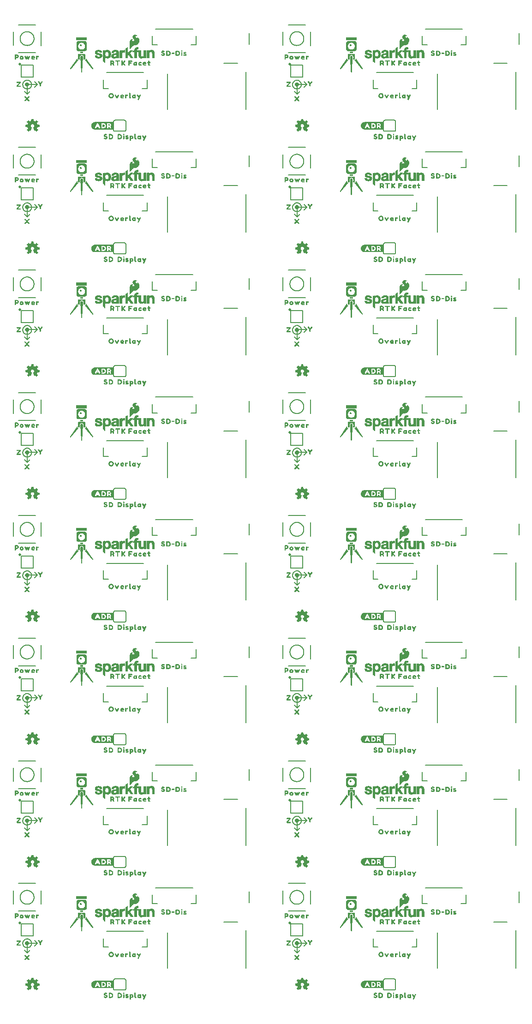
<source format=gto>
G04 EAGLE Gerber RS-274X export*
G75*
%MOMM*%
%FSLAX34Y34*%
%LPD*%
%INSilkscreen Top*%
%IPPOS*%
%AMOC8*
5,1,8,0,0,1.08239X$1,22.5*%
G01*
%ADD10C,0.203200*%
%ADD11C,0.508000*%
%ADD12C,0.152400*%
%ADD13C,0.127000*%
%ADD14C,0.508000*%

G36*
X718686Y923490D02*
X718686Y923490D01*
X718697Y923486D01*
X719197Y923786D01*
X719204Y923805D01*
X719211Y923811D01*
X719208Y923815D01*
X719211Y923821D01*
X719221Y923828D01*
X719221Y936628D01*
X719209Y936643D01*
X719214Y936654D01*
X718914Y937154D01*
X718879Y937168D01*
X718871Y937178D01*
X684271Y937178D01*
X684267Y937174D01*
X684263Y937177D01*
X683663Y937077D01*
X682964Y936977D01*
X682961Y936974D01*
X682958Y936976D01*
X682258Y936776D01*
X682257Y936774D01*
X682256Y936775D01*
X681656Y936575D01*
X681653Y936571D01*
X681649Y936572D01*
X681049Y936272D01*
X681047Y936268D01*
X681044Y936269D01*
X680444Y935869D01*
X680443Y935866D01*
X680441Y935867D01*
X679441Y935067D01*
X679439Y935059D01*
X679433Y935059D01*
X679033Y934559D01*
X679033Y934556D01*
X679030Y934556D01*
X678630Y933956D01*
X678631Y933951D01*
X678627Y933950D01*
X678027Y932750D01*
X678029Y932744D01*
X678024Y932742D01*
X677824Y932043D01*
X677625Y931444D01*
X677628Y931433D01*
X677622Y931428D01*
X677622Y929428D01*
X677625Y929424D01*
X677623Y929421D01*
X677723Y928721D01*
X677726Y928718D01*
X677724Y928715D01*
X677924Y928015D01*
X677930Y928011D01*
X677927Y928006D01*
X678527Y926806D01*
X678534Y926803D01*
X678533Y926798D01*
X678932Y926299D01*
X679330Y925701D01*
X679341Y925697D01*
X679341Y925690D01*
X679839Y925291D01*
X680337Y924794D01*
X680348Y924792D01*
X680349Y924784D01*
X680947Y924486D01*
X681544Y924087D01*
X681554Y924088D01*
X681556Y924082D01*
X682156Y923882D01*
X682157Y923882D01*
X682158Y923881D01*
X682858Y923681D01*
X682862Y923683D01*
X682863Y923680D01*
X683463Y923580D01*
X683464Y923580D01*
X684164Y923480D01*
X684169Y923482D01*
X684171Y923479D01*
X718671Y923479D01*
X718686Y923490D01*
G37*
G36*
X718686Y1148560D02*
X718686Y1148560D01*
X718697Y1148556D01*
X719197Y1148856D01*
X719204Y1148875D01*
X719211Y1148880D01*
X719208Y1148884D01*
X719211Y1148890D01*
X719221Y1148898D01*
X719221Y1161698D01*
X719209Y1161713D01*
X719214Y1161723D01*
X718914Y1162223D01*
X718879Y1162237D01*
X718871Y1162247D01*
X684271Y1162247D01*
X684267Y1162243D01*
X684263Y1162246D01*
X683663Y1162146D01*
X682964Y1162047D01*
X682961Y1162043D01*
X682958Y1162045D01*
X682258Y1161845D01*
X682257Y1161844D01*
X682256Y1161845D01*
X681656Y1161645D01*
X681653Y1161640D01*
X681649Y1161642D01*
X681049Y1161342D01*
X681047Y1161338D01*
X681044Y1161339D01*
X680444Y1160939D01*
X680443Y1160936D01*
X680441Y1160936D01*
X679441Y1160136D01*
X679439Y1160128D01*
X679433Y1160129D01*
X679033Y1159629D01*
X679033Y1159625D01*
X679030Y1159625D01*
X678630Y1159025D01*
X678631Y1159020D01*
X678627Y1159020D01*
X678027Y1157820D01*
X678029Y1157813D01*
X678024Y1157811D01*
X677824Y1157112D01*
X677625Y1156513D01*
X677628Y1156503D01*
X677622Y1156498D01*
X677622Y1154498D01*
X677625Y1154494D01*
X677623Y1154491D01*
X677723Y1153791D01*
X677726Y1153787D01*
X677724Y1153784D01*
X677924Y1153084D01*
X677930Y1153080D01*
X677927Y1153076D01*
X678527Y1151876D01*
X678534Y1151872D01*
X678533Y1151867D01*
X678932Y1151368D01*
X679330Y1150771D01*
X679341Y1150767D01*
X679341Y1150759D01*
X679839Y1150361D01*
X680337Y1149863D01*
X680348Y1149861D01*
X680349Y1149854D01*
X680947Y1149555D01*
X681544Y1149157D01*
X681554Y1149157D01*
X681556Y1149151D01*
X682156Y1148951D01*
X682157Y1148952D01*
X682158Y1148950D01*
X682858Y1148750D01*
X682862Y1148752D01*
X682863Y1148749D01*
X683463Y1148649D01*
X683464Y1148650D01*
X683464Y1148649D01*
X684164Y1148549D01*
X684169Y1148552D01*
X684171Y1148549D01*
X718671Y1148549D01*
X718686Y1148560D01*
G37*
G36*
X223615Y1148560D02*
X223615Y1148560D01*
X223625Y1148556D01*
X224125Y1148856D01*
X224133Y1148875D01*
X224140Y1148880D01*
X224137Y1148884D01*
X224139Y1148890D01*
X224149Y1148898D01*
X224149Y1161698D01*
X224138Y1161713D01*
X224142Y1161723D01*
X223842Y1162223D01*
X223808Y1162237D01*
X223800Y1162247D01*
X189200Y1162247D01*
X189195Y1162243D01*
X189192Y1162246D01*
X188592Y1162146D01*
X187893Y1162047D01*
X187890Y1162043D01*
X187889Y1162043D01*
X187886Y1162045D01*
X187186Y1161845D01*
X187185Y1161844D01*
X187184Y1161845D01*
X186584Y1161645D01*
X186581Y1161640D01*
X186578Y1161642D01*
X185978Y1161342D01*
X185976Y1161338D01*
X185973Y1161339D01*
X185373Y1160939D01*
X185372Y1160936D01*
X185369Y1160936D01*
X184369Y1160136D01*
X184367Y1160128D01*
X184362Y1160129D01*
X183962Y1159629D01*
X183961Y1159625D01*
X183959Y1159625D01*
X183559Y1159025D01*
X183559Y1159020D01*
X183556Y1159020D01*
X182956Y1157820D01*
X182957Y1157813D01*
X182953Y1157811D01*
X182753Y1157112D01*
X182553Y1156513D01*
X182557Y1156503D01*
X182551Y1156498D01*
X182551Y1154498D01*
X182554Y1154494D01*
X182551Y1154491D01*
X182651Y1153791D01*
X182655Y1153787D01*
X182653Y1153784D01*
X182853Y1153084D01*
X182858Y1153080D01*
X182856Y1153076D01*
X183456Y1151876D01*
X183463Y1151872D01*
X183462Y1151867D01*
X183860Y1151368D01*
X184259Y1150771D01*
X184269Y1150767D01*
X184269Y1150759D01*
X184767Y1150361D01*
X185265Y1149863D01*
X185277Y1149861D01*
X185278Y1149854D01*
X185875Y1149555D01*
X186473Y1149157D01*
X186482Y1149157D01*
X186484Y1149151D01*
X187084Y1148951D01*
X187086Y1148952D01*
X187086Y1148950D01*
X187786Y1148750D01*
X187790Y1148752D01*
X187792Y1148749D01*
X188392Y1148649D01*
X188393Y1148650D01*
X188393Y1148649D01*
X189093Y1148549D01*
X189098Y1148552D01*
X189100Y1148549D01*
X223600Y1148549D01*
X223615Y1148560D01*
G37*
G36*
X223615Y923490D02*
X223615Y923490D01*
X223625Y923486D01*
X224125Y923786D01*
X224133Y923805D01*
X224140Y923811D01*
X224137Y923815D01*
X224139Y923821D01*
X224149Y923828D01*
X224149Y936628D01*
X224138Y936643D01*
X224142Y936654D01*
X223842Y937154D01*
X223808Y937168D01*
X223800Y937178D01*
X189200Y937178D01*
X189195Y937174D01*
X189192Y937177D01*
X188592Y937077D01*
X187893Y936977D01*
X187890Y936974D01*
X187889Y936974D01*
X187886Y936976D01*
X187186Y936776D01*
X187185Y936774D01*
X187184Y936775D01*
X186584Y936575D01*
X186581Y936571D01*
X186578Y936572D01*
X185978Y936272D01*
X185976Y936268D01*
X185973Y936269D01*
X185373Y935869D01*
X185372Y935866D01*
X185369Y935867D01*
X184369Y935067D01*
X184367Y935059D01*
X184362Y935059D01*
X183962Y934559D01*
X183961Y934556D01*
X183959Y934556D01*
X183559Y933956D01*
X183559Y933951D01*
X183556Y933950D01*
X182956Y932750D01*
X182957Y932744D01*
X182953Y932742D01*
X182753Y932043D01*
X182553Y931444D01*
X182557Y931433D01*
X182551Y931428D01*
X182551Y929428D01*
X182554Y929424D01*
X182551Y929421D01*
X182651Y928721D01*
X182655Y928718D01*
X182653Y928715D01*
X182853Y928015D01*
X182858Y928011D01*
X182856Y928006D01*
X183456Y926806D01*
X183463Y926803D01*
X183462Y926798D01*
X183860Y926299D01*
X184259Y925701D01*
X184269Y925697D01*
X184269Y925690D01*
X184767Y925291D01*
X185265Y924794D01*
X185277Y924792D01*
X185278Y924784D01*
X185875Y924486D01*
X186473Y924087D01*
X186482Y924088D01*
X186484Y924082D01*
X187084Y923882D01*
X187086Y923882D01*
X187086Y923881D01*
X187786Y923681D01*
X187790Y923683D01*
X187792Y923680D01*
X188392Y923580D01*
X188393Y923580D01*
X189093Y923480D01*
X189098Y923482D01*
X189100Y923479D01*
X223600Y923479D01*
X223615Y923490D01*
G37*
G36*
X718686Y23162D02*
X718686Y23162D01*
X718697Y23158D01*
X719197Y23458D01*
X719204Y23477D01*
X719211Y23482D01*
X719208Y23486D01*
X719211Y23492D01*
X719221Y23500D01*
X719221Y36300D01*
X719209Y36315D01*
X719214Y36325D01*
X718914Y36825D01*
X718879Y36839D01*
X718871Y36849D01*
X684271Y36849D01*
X684267Y36846D01*
X684263Y36849D01*
X683663Y36749D01*
X682964Y36649D01*
X682961Y36645D01*
X682958Y36647D01*
X682258Y36447D01*
X682257Y36446D01*
X682256Y36447D01*
X681656Y36247D01*
X681653Y36242D01*
X681649Y36244D01*
X681049Y35944D01*
X681047Y35940D01*
X681044Y35941D01*
X680444Y35541D01*
X680443Y35538D01*
X680441Y35538D01*
X679441Y34738D01*
X679439Y34731D01*
X679433Y34731D01*
X679033Y34231D01*
X679033Y34227D01*
X679030Y34227D01*
X678630Y33627D01*
X678631Y33623D01*
X678627Y33622D01*
X678027Y32422D01*
X678029Y32415D01*
X678024Y32414D01*
X677824Y31715D01*
X677625Y31116D01*
X677628Y31105D01*
X677622Y31100D01*
X677622Y29100D01*
X677625Y29096D01*
X677623Y29093D01*
X677723Y28393D01*
X677726Y28389D01*
X677724Y28386D01*
X677924Y27686D01*
X677930Y27682D01*
X677927Y27678D01*
X678527Y26478D01*
X678534Y26475D01*
X678533Y26469D01*
X678932Y25971D01*
X679330Y25373D01*
X679341Y25369D01*
X679341Y25362D01*
X679839Y24963D01*
X680337Y24465D01*
X680348Y24464D01*
X680349Y24456D01*
X680947Y24157D01*
X681544Y23759D01*
X681554Y23760D01*
X681556Y23753D01*
X682156Y23553D01*
X682157Y23554D01*
X682158Y23553D01*
X682858Y23353D01*
X682862Y23354D01*
X682863Y23351D01*
X683463Y23251D01*
X683464Y23252D01*
X683464Y23251D01*
X684164Y23151D01*
X684169Y23154D01*
X684171Y23151D01*
X718671Y23151D01*
X718686Y23162D01*
G37*
G36*
X718686Y473326D02*
X718686Y473326D01*
X718697Y473322D01*
X719197Y473622D01*
X719204Y473641D01*
X719211Y473646D01*
X719208Y473651D01*
X719211Y473657D01*
X719221Y473664D01*
X719221Y486464D01*
X719209Y486479D01*
X719214Y486490D01*
X718914Y486990D01*
X718879Y487003D01*
X718871Y487013D01*
X684271Y487013D01*
X684267Y487010D01*
X684263Y487013D01*
X683663Y486913D01*
X682964Y486813D01*
X682961Y486809D01*
X682958Y486812D01*
X682258Y486612D01*
X682257Y486610D01*
X682256Y486611D01*
X681656Y486411D01*
X681653Y486407D01*
X681649Y486408D01*
X681049Y486108D01*
X681047Y486104D01*
X681044Y486105D01*
X680444Y485705D01*
X680443Y485702D01*
X680441Y485703D01*
X679441Y484903D01*
X679439Y484895D01*
X679433Y484895D01*
X679033Y484395D01*
X679033Y484392D01*
X679030Y484392D01*
X678630Y483792D01*
X678631Y483787D01*
X678627Y483786D01*
X678027Y482586D01*
X678029Y482579D01*
X678024Y482578D01*
X677824Y481879D01*
X677625Y481280D01*
X677628Y481269D01*
X677622Y481264D01*
X677622Y479264D01*
X677625Y479260D01*
X677623Y479257D01*
X677723Y478557D01*
X677726Y478554D01*
X677724Y478551D01*
X677924Y477851D01*
X677930Y477847D01*
X677927Y477842D01*
X678527Y476642D01*
X678534Y476639D01*
X678533Y476633D01*
X678932Y476135D01*
X679330Y475537D01*
X679341Y475533D01*
X679341Y475526D01*
X679839Y475127D01*
X680337Y474629D01*
X680348Y474628D01*
X680349Y474620D01*
X680947Y474321D01*
X681544Y473923D01*
X681554Y473924D01*
X681556Y473917D01*
X682156Y473717D01*
X682157Y473718D01*
X682158Y473717D01*
X682858Y473517D01*
X682862Y473518D01*
X682863Y473516D01*
X683463Y473416D01*
X683464Y473416D01*
X683464Y473415D01*
X684164Y473315D01*
X684169Y473318D01*
X684171Y473315D01*
X718671Y473315D01*
X718686Y473326D01*
G37*
G36*
X223615Y473326D02*
X223615Y473326D01*
X223625Y473322D01*
X224125Y473622D01*
X224133Y473641D01*
X224140Y473646D01*
X224137Y473651D01*
X224139Y473657D01*
X224149Y473664D01*
X224149Y486464D01*
X224138Y486479D01*
X224142Y486490D01*
X223842Y486990D01*
X223808Y487003D01*
X223800Y487013D01*
X189200Y487013D01*
X189195Y487010D01*
X189192Y487013D01*
X188592Y486913D01*
X187893Y486813D01*
X187890Y486809D01*
X187889Y486809D01*
X187886Y486812D01*
X187186Y486612D01*
X187185Y486610D01*
X187184Y486611D01*
X186584Y486411D01*
X186581Y486407D01*
X186578Y486408D01*
X185978Y486108D01*
X185976Y486104D01*
X185973Y486105D01*
X185373Y485705D01*
X185372Y485702D01*
X185369Y485703D01*
X184369Y484903D01*
X184367Y484895D01*
X184362Y484895D01*
X183962Y484395D01*
X183961Y484392D01*
X183959Y484392D01*
X183559Y483792D01*
X183559Y483787D01*
X183556Y483786D01*
X182956Y482586D01*
X182957Y482579D01*
X182953Y482578D01*
X182753Y481879D01*
X182553Y481280D01*
X182557Y481269D01*
X182551Y481264D01*
X182551Y479264D01*
X182554Y479260D01*
X182551Y479257D01*
X182651Y478557D01*
X182655Y478554D01*
X182653Y478551D01*
X182853Y477851D01*
X182858Y477847D01*
X182856Y477842D01*
X183456Y476642D01*
X183463Y476639D01*
X183462Y476633D01*
X183860Y476135D01*
X184259Y475537D01*
X184269Y475533D01*
X184269Y475526D01*
X184767Y475127D01*
X185265Y474629D01*
X185277Y474628D01*
X185278Y474620D01*
X185875Y474321D01*
X186473Y473923D01*
X186482Y473924D01*
X186484Y473917D01*
X187084Y473717D01*
X187086Y473718D01*
X187086Y473717D01*
X187786Y473517D01*
X187790Y473518D01*
X187792Y473516D01*
X188392Y473416D01*
X188393Y473416D01*
X188393Y473415D01*
X189093Y473315D01*
X189098Y473318D01*
X189100Y473315D01*
X223600Y473315D01*
X223615Y473326D01*
G37*
G36*
X223615Y23162D02*
X223615Y23162D01*
X223625Y23158D01*
X224125Y23458D01*
X224133Y23477D01*
X224140Y23482D01*
X224137Y23486D01*
X224139Y23492D01*
X224149Y23500D01*
X224149Y36300D01*
X224138Y36315D01*
X224142Y36325D01*
X223842Y36825D01*
X223808Y36839D01*
X223800Y36849D01*
X189200Y36849D01*
X189195Y36846D01*
X189192Y36849D01*
X188592Y36749D01*
X187893Y36649D01*
X187890Y36645D01*
X187889Y36645D01*
X187886Y36647D01*
X187186Y36447D01*
X187185Y36446D01*
X187184Y36447D01*
X186584Y36247D01*
X186581Y36242D01*
X186578Y36244D01*
X185978Y35944D01*
X185976Y35940D01*
X185973Y35941D01*
X185373Y35541D01*
X185372Y35538D01*
X185369Y35538D01*
X184369Y34738D01*
X184367Y34731D01*
X184362Y34731D01*
X183962Y34231D01*
X183961Y34227D01*
X183959Y34227D01*
X183559Y33627D01*
X183559Y33623D01*
X183556Y33622D01*
X182956Y32422D01*
X182957Y32415D01*
X182953Y32414D01*
X182753Y31715D01*
X182553Y31116D01*
X182557Y31105D01*
X182551Y31100D01*
X182551Y29100D01*
X182554Y29096D01*
X182551Y29093D01*
X182651Y28393D01*
X182655Y28389D01*
X182653Y28386D01*
X182853Y27686D01*
X182858Y27682D01*
X182856Y27678D01*
X183456Y26478D01*
X183463Y26475D01*
X183462Y26469D01*
X183860Y25971D01*
X184259Y25373D01*
X184269Y25369D01*
X184269Y25362D01*
X184767Y24963D01*
X185265Y24465D01*
X185277Y24464D01*
X185278Y24456D01*
X185875Y24157D01*
X186473Y23759D01*
X186482Y23760D01*
X186484Y23753D01*
X187084Y23553D01*
X187086Y23554D01*
X187086Y23553D01*
X187786Y23353D01*
X187790Y23354D01*
X187792Y23351D01*
X188392Y23251D01*
X188393Y23252D01*
X188393Y23251D01*
X189093Y23151D01*
X189098Y23154D01*
X189100Y23151D01*
X223600Y23151D01*
X223615Y23162D01*
G37*
G36*
X223615Y698396D02*
X223615Y698396D01*
X223625Y698391D01*
X224125Y698691D01*
X224133Y698711D01*
X224140Y698716D01*
X224137Y698720D01*
X224139Y698726D01*
X224149Y698734D01*
X224149Y711534D01*
X224138Y711548D01*
X224142Y711559D01*
X223842Y712059D01*
X223808Y712073D01*
X223800Y712083D01*
X189200Y712083D01*
X189195Y712079D01*
X189192Y712082D01*
X188592Y711982D01*
X187893Y711882D01*
X187890Y711879D01*
X187889Y711879D01*
X187886Y711881D01*
X187186Y711681D01*
X187185Y711680D01*
X187184Y711680D01*
X186584Y711480D01*
X186581Y711476D01*
X186578Y711478D01*
X185978Y711178D01*
X185976Y711173D01*
X185973Y711175D01*
X185373Y710775D01*
X185372Y710771D01*
X185369Y710772D01*
X184369Y709972D01*
X184367Y709964D01*
X184362Y709964D01*
X183962Y709464D01*
X183961Y709461D01*
X183959Y709461D01*
X183559Y708861D01*
X183559Y708856D01*
X183556Y708856D01*
X182956Y707656D01*
X182957Y707649D01*
X182953Y707647D01*
X182753Y706948D01*
X182553Y706349D01*
X182557Y706338D01*
X182551Y706334D01*
X182551Y704334D01*
X182554Y704329D01*
X182551Y704327D01*
X182651Y703627D01*
X182655Y703623D01*
X182653Y703620D01*
X182853Y702920D01*
X182858Y702916D01*
X182856Y702912D01*
X183456Y701712D01*
X183463Y701708D01*
X183462Y701703D01*
X183860Y701204D01*
X184259Y700606D01*
X184269Y700603D01*
X184269Y700595D01*
X184767Y700197D01*
X185265Y699699D01*
X185277Y699697D01*
X185278Y699690D01*
X185875Y699391D01*
X186473Y698993D01*
X186482Y698993D01*
X186484Y698987D01*
X187084Y698787D01*
X187086Y698787D01*
X187086Y698786D01*
X187786Y698586D01*
X187790Y698588D01*
X187792Y698585D01*
X188392Y698485D01*
X188393Y698485D01*
X189093Y698385D01*
X189098Y698387D01*
X189100Y698384D01*
X223600Y698384D01*
X223615Y698396D01*
G37*
G36*
X718686Y698396D02*
X718686Y698396D01*
X718697Y698391D01*
X719197Y698691D01*
X719204Y698711D01*
X719211Y698716D01*
X719208Y698720D01*
X719211Y698726D01*
X719221Y698734D01*
X719221Y711534D01*
X719209Y711548D01*
X719214Y711559D01*
X718914Y712059D01*
X718879Y712073D01*
X718871Y712083D01*
X684271Y712083D01*
X684267Y712079D01*
X684263Y712082D01*
X683663Y711982D01*
X682964Y711882D01*
X682961Y711879D01*
X682958Y711881D01*
X682258Y711681D01*
X682257Y711680D01*
X682256Y711680D01*
X681656Y711480D01*
X681653Y711476D01*
X681649Y711478D01*
X681049Y711178D01*
X681047Y711173D01*
X681044Y711175D01*
X680444Y710775D01*
X680443Y710771D01*
X680441Y710772D01*
X679441Y709972D01*
X679439Y709964D01*
X679433Y709964D01*
X679033Y709464D01*
X679033Y709461D01*
X679030Y709461D01*
X678630Y708861D01*
X678631Y708856D01*
X678627Y708856D01*
X678027Y707656D01*
X678029Y707649D01*
X678024Y707647D01*
X677824Y706948D01*
X677625Y706349D01*
X677628Y706338D01*
X677622Y706334D01*
X677622Y704334D01*
X677625Y704329D01*
X677623Y704327D01*
X677723Y703627D01*
X677726Y703623D01*
X677724Y703620D01*
X677924Y702920D01*
X677930Y702916D01*
X677927Y702912D01*
X678527Y701712D01*
X678534Y701708D01*
X678533Y701703D01*
X678932Y701204D01*
X679330Y700606D01*
X679341Y700603D01*
X679341Y700595D01*
X679839Y700197D01*
X680337Y699699D01*
X680348Y699697D01*
X680349Y699690D01*
X680947Y699391D01*
X681544Y698993D01*
X681554Y698993D01*
X681556Y698987D01*
X682156Y698787D01*
X682157Y698787D01*
X682158Y698786D01*
X682858Y698586D01*
X682862Y698588D01*
X682863Y698585D01*
X683463Y698485D01*
X683464Y698485D01*
X684164Y698385D01*
X684169Y698387D01*
X684171Y698384D01*
X718671Y698384D01*
X718686Y698396D01*
G37*
G36*
X223615Y1598724D02*
X223615Y1598724D01*
X223625Y1598720D01*
X224125Y1599020D01*
X224133Y1599039D01*
X224140Y1599044D01*
X224137Y1599048D01*
X224139Y1599054D01*
X224149Y1599062D01*
X224149Y1611862D01*
X224138Y1611877D01*
X224142Y1611887D01*
X223842Y1612387D01*
X223808Y1612401D01*
X223800Y1612411D01*
X189200Y1612411D01*
X189195Y1612408D01*
X189192Y1612411D01*
X188592Y1612311D01*
X187893Y1612211D01*
X187890Y1612207D01*
X187889Y1612207D01*
X187886Y1612209D01*
X187186Y1612009D01*
X187185Y1612008D01*
X187184Y1612009D01*
X186584Y1611809D01*
X186581Y1611804D01*
X186578Y1611806D01*
X185978Y1611506D01*
X185976Y1611502D01*
X185973Y1611503D01*
X185373Y1611103D01*
X185372Y1611100D01*
X185369Y1611100D01*
X184369Y1610300D01*
X184367Y1610293D01*
X184362Y1610293D01*
X183962Y1609793D01*
X183961Y1609789D01*
X183959Y1609789D01*
X183559Y1609189D01*
X183559Y1609185D01*
X183556Y1609184D01*
X182956Y1607984D01*
X182957Y1607977D01*
X182953Y1607976D01*
X182753Y1607277D01*
X182553Y1606678D01*
X182557Y1606667D01*
X182551Y1606662D01*
X182551Y1604662D01*
X182554Y1604658D01*
X182551Y1604655D01*
X182651Y1603955D01*
X182655Y1603951D01*
X182653Y1603948D01*
X182853Y1603248D01*
X182858Y1603244D01*
X182856Y1603240D01*
X183456Y1602040D01*
X183463Y1602037D01*
X183462Y1602031D01*
X183860Y1601533D01*
X184259Y1600935D01*
X184269Y1600931D01*
X184269Y1600924D01*
X184767Y1600525D01*
X185265Y1600027D01*
X185277Y1600026D01*
X185278Y1600018D01*
X185875Y1599719D01*
X186473Y1599321D01*
X186482Y1599322D01*
X186484Y1599315D01*
X187084Y1599115D01*
X187086Y1599116D01*
X187086Y1599115D01*
X187786Y1598915D01*
X187790Y1598916D01*
X187792Y1598913D01*
X188392Y1598813D01*
X188393Y1598814D01*
X188393Y1598813D01*
X189093Y1598713D01*
X189098Y1598716D01*
X189100Y1598713D01*
X223600Y1598713D01*
X223615Y1598724D01*
G37*
G36*
X718686Y1598724D02*
X718686Y1598724D01*
X718697Y1598720D01*
X719197Y1599020D01*
X719204Y1599039D01*
X719211Y1599044D01*
X719208Y1599048D01*
X719211Y1599054D01*
X719221Y1599062D01*
X719221Y1611862D01*
X719209Y1611877D01*
X719214Y1611887D01*
X718914Y1612387D01*
X718879Y1612401D01*
X718871Y1612411D01*
X684271Y1612411D01*
X684267Y1612408D01*
X684263Y1612411D01*
X683663Y1612311D01*
X682964Y1612211D01*
X682961Y1612207D01*
X682958Y1612209D01*
X682258Y1612009D01*
X682257Y1612008D01*
X682256Y1612009D01*
X681656Y1611809D01*
X681653Y1611804D01*
X681649Y1611806D01*
X681049Y1611506D01*
X681047Y1611502D01*
X681044Y1611503D01*
X680444Y1611103D01*
X680443Y1611100D01*
X680441Y1611100D01*
X679441Y1610300D01*
X679439Y1610293D01*
X679433Y1610293D01*
X679033Y1609793D01*
X679033Y1609789D01*
X679030Y1609789D01*
X678630Y1609189D01*
X678631Y1609185D01*
X678627Y1609184D01*
X678027Y1607984D01*
X678029Y1607977D01*
X678024Y1607976D01*
X677824Y1607277D01*
X677625Y1606678D01*
X677628Y1606667D01*
X677622Y1606662D01*
X677622Y1604662D01*
X677625Y1604658D01*
X677623Y1604655D01*
X677723Y1603955D01*
X677726Y1603951D01*
X677724Y1603948D01*
X677924Y1603248D01*
X677930Y1603244D01*
X677927Y1603240D01*
X678527Y1602040D01*
X678534Y1602037D01*
X678533Y1602031D01*
X678932Y1601533D01*
X679330Y1600935D01*
X679341Y1600931D01*
X679341Y1600924D01*
X679839Y1600525D01*
X680337Y1600027D01*
X680348Y1600026D01*
X680349Y1600018D01*
X680947Y1599719D01*
X681544Y1599321D01*
X681554Y1599322D01*
X681556Y1599315D01*
X682156Y1599115D01*
X682157Y1599116D01*
X682158Y1599115D01*
X682858Y1598915D01*
X682862Y1598916D01*
X682863Y1598913D01*
X683463Y1598813D01*
X683464Y1598814D01*
X683464Y1598813D01*
X684164Y1598713D01*
X684169Y1598716D01*
X684171Y1598713D01*
X718671Y1598713D01*
X718686Y1598724D01*
G37*
G36*
X718686Y1373655D02*
X718686Y1373655D01*
X718697Y1373650D01*
X719197Y1373950D01*
X719204Y1373970D01*
X719211Y1373975D01*
X719208Y1373979D01*
X719211Y1373985D01*
X719221Y1373993D01*
X719221Y1386793D01*
X719209Y1386807D01*
X719214Y1386818D01*
X718914Y1387318D01*
X718879Y1387332D01*
X718871Y1387342D01*
X684271Y1387342D01*
X684267Y1387338D01*
X684263Y1387341D01*
X683663Y1387241D01*
X682964Y1387141D01*
X682961Y1387138D01*
X682958Y1387140D01*
X682258Y1386940D01*
X682257Y1386939D01*
X682256Y1386939D01*
X681656Y1386739D01*
X681653Y1386735D01*
X681649Y1386737D01*
X681049Y1386437D01*
X681047Y1386432D01*
X681044Y1386434D01*
X680444Y1386034D01*
X680443Y1386030D01*
X680441Y1386031D01*
X679441Y1385231D01*
X679439Y1385223D01*
X679433Y1385223D01*
X679033Y1384723D01*
X679033Y1384720D01*
X679030Y1384720D01*
X678630Y1384120D01*
X678631Y1384115D01*
X678627Y1384115D01*
X678027Y1382915D01*
X678029Y1382908D01*
X678024Y1382906D01*
X677824Y1382207D01*
X677625Y1381608D01*
X677628Y1381597D01*
X677622Y1381593D01*
X677622Y1379593D01*
X677625Y1379588D01*
X677623Y1379586D01*
X677723Y1378886D01*
X677726Y1378882D01*
X677724Y1378879D01*
X677924Y1378179D01*
X677930Y1378175D01*
X677927Y1378171D01*
X678527Y1376971D01*
X678534Y1376967D01*
X678533Y1376962D01*
X678932Y1376463D01*
X679330Y1375865D01*
X679341Y1375862D01*
X679341Y1375854D01*
X679839Y1375456D01*
X680337Y1374958D01*
X680348Y1374956D01*
X680349Y1374949D01*
X680947Y1374650D01*
X681544Y1374252D01*
X681554Y1374252D01*
X681556Y1374246D01*
X682156Y1374046D01*
X682157Y1374046D01*
X682158Y1374045D01*
X682858Y1373845D01*
X682862Y1373847D01*
X682863Y1373844D01*
X683463Y1373744D01*
X683464Y1373744D01*
X684164Y1373644D01*
X684169Y1373646D01*
X684171Y1373643D01*
X718671Y1373643D01*
X718686Y1373655D01*
G37*
G36*
X223615Y1373655D02*
X223615Y1373655D01*
X223625Y1373650D01*
X224125Y1373950D01*
X224133Y1373970D01*
X224140Y1373975D01*
X224137Y1373979D01*
X224139Y1373985D01*
X224149Y1373993D01*
X224149Y1386793D01*
X224138Y1386807D01*
X224142Y1386818D01*
X223842Y1387318D01*
X223808Y1387332D01*
X223800Y1387342D01*
X189200Y1387342D01*
X189195Y1387338D01*
X189192Y1387341D01*
X188592Y1387241D01*
X187893Y1387141D01*
X187890Y1387138D01*
X187889Y1387138D01*
X187886Y1387140D01*
X187186Y1386940D01*
X187185Y1386939D01*
X187184Y1386939D01*
X186584Y1386739D01*
X186581Y1386735D01*
X186578Y1386737D01*
X185978Y1386437D01*
X185976Y1386432D01*
X185973Y1386434D01*
X185373Y1386034D01*
X185372Y1386030D01*
X185369Y1386031D01*
X184369Y1385231D01*
X184367Y1385223D01*
X184362Y1385223D01*
X183962Y1384723D01*
X183961Y1384720D01*
X183959Y1384720D01*
X183559Y1384120D01*
X183559Y1384115D01*
X183556Y1384115D01*
X182956Y1382915D01*
X182957Y1382908D01*
X182953Y1382906D01*
X182753Y1382207D01*
X182553Y1381608D01*
X182557Y1381597D01*
X182551Y1381593D01*
X182551Y1379593D01*
X182554Y1379588D01*
X182551Y1379586D01*
X182651Y1378886D01*
X182655Y1378882D01*
X182653Y1378879D01*
X182853Y1378179D01*
X182858Y1378175D01*
X182856Y1378171D01*
X183456Y1376971D01*
X183463Y1376967D01*
X183462Y1376962D01*
X183860Y1376463D01*
X184259Y1375865D01*
X184269Y1375862D01*
X184269Y1375854D01*
X184767Y1375456D01*
X185265Y1374958D01*
X185277Y1374956D01*
X185278Y1374949D01*
X185875Y1374650D01*
X186473Y1374252D01*
X186482Y1374252D01*
X186484Y1374246D01*
X187084Y1374046D01*
X187086Y1374046D01*
X187086Y1374045D01*
X187786Y1373845D01*
X187790Y1373847D01*
X187792Y1373844D01*
X188392Y1373744D01*
X188393Y1373744D01*
X189093Y1373644D01*
X189098Y1373646D01*
X189100Y1373643D01*
X223600Y1373643D01*
X223615Y1373655D01*
G37*
G36*
X718686Y248231D02*
X718686Y248231D01*
X718697Y248227D01*
X719197Y248527D01*
X719204Y248546D01*
X719211Y248552D01*
X719208Y248556D01*
X719211Y248562D01*
X719221Y248569D01*
X719221Y261369D01*
X719209Y261384D01*
X719214Y261395D01*
X718914Y261895D01*
X718879Y261909D01*
X718871Y261919D01*
X684271Y261919D01*
X684267Y261915D01*
X684263Y261918D01*
X683663Y261818D01*
X682964Y261718D01*
X682961Y261715D01*
X682958Y261717D01*
X682258Y261517D01*
X682257Y261515D01*
X682256Y261516D01*
X681656Y261316D01*
X681653Y261312D01*
X681649Y261313D01*
X681049Y261013D01*
X681047Y261009D01*
X681044Y261010D01*
X680444Y260610D01*
X680443Y260607D01*
X680441Y260608D01*
X679441Y259808D01*
X679439Y259800D01*
X679433Y259800D01*
X679033Y259300D01*
X679033Y259297D01*
X679030Y259297D01*
X678630Y258697D01*
X678631Y258692D01*
X678627Y258691D01*
X678027Y257491D01*
X678029Y257485D01*
X678024Y257483D01*
X677824Y256784D01*
X677625Y256185D01*
X677628Y256174D01*
X677622Y256169D01*
X677622Y254169D01*
X677625Y254165D01*
X677623Y254162D01*
X677723Y253462D01*
X677726Y253459D01*
X677724Y253456D01*
X677924Y252756D01*
X677930Y252752D01*
X677927Y252747D01*
X678527Y251547D01*
X678534Y251544D01*
X678533Y251539D01*
X678932Y251040D01*
X679330Y250442D01*
X679341Y250438D01*
X679341Y250431D01*
X679839Y250032D01*
X680337Y249535D01*
X680348Y249533D01*
X680349Y249525D01*
X680947Y249227D01*
X681544Y248828D01*
X681554Y248829D01*
X681556Y248823D01*
X682156Y248623D01*
X682157Y248623D01*
X682158Y248622D01*
X682858Y248422D01*
X682862Y248424D01*
X682863Y248421D01*
X683463Y248321D01*
X683464Y248321D01*
X684164Y248221D01*
X684169Y248223D01*
X684171Y248220D01*
X718671Y248220D01*
X718686Y248231D01*
G37*
G36*
X223615Y248231D02*
X223615Y248231D01*
X223625Y248227D01*
X224125Y248527D01*
X224133Y248546D01*
X224140Y248552D01*
X224137Y248556D01*
X224139Y248562D01*
X224149Y248569D01*
X224149Y261369D01*
X224138Y261384D01*
X224142Y261395D01*
X223842Y261895D01*
X223808Y261909D01*
X223800Y261919D01*
X189200Y261919D01*
X189195Y261915D01*
X189192Y261918D01*
X188592Y261818D01*
X187893Y261718D01*
X187890Y261715D01*
X187889Y261715D01*
X187886Y261717D01*
X187186Y261517D01*
X187185Y261515D01*
X187184Y261516D01*
X186584Y261316D01*
X186581Y261312D01*
X186578Y261313D01*
X185978Y261013D01*
X185976Y261009D01*
X185973Y261010D01*
X185373Y260610D01*
X185372Y260607D01*
X185369Y260608D01*
X184369Y259808D01*
X184367Y259800D01*
X184362Y259800D01*
X183962Y259300D01*
X183961Y259297D01*
X183959Y259297D01*
X183559Y258697D01*
X183559Y258692D01*
X183556Y258691D01*
X182956Y257491D01*
X182957Y257485D01*
X182953Y257483D01*
X182753Y256784D01*
X182553Y256185D01*
X182557Y256174D01*
X182551Y256169D01*
X182551Y254169D01*
X182554Y254165D01*
X182551Y254162D01*
X182651Y253462D01*
X182655Y253459D01*
X182653Y253456D01*
X182853Y252756D01*
X182858Y252752D01*
X182856Y252747D01*
X183456Y251547D01*
X183463Y251544D01*
X183462Y251539D01*
X183860Y251040D01*
X184259Y250442D01*
X184269Y250438D01*
X184269Y250431D01*
X184767Y250032D01*
X185265Y249535D01*
X185277Y249533D01*
X185278Y249525D01*
X185875Y249227D01*
X186473Y248828D01*
X186482Y248829D01*
X186484Y248823D01*
X187084Y248623D01*
X187086Y248623D01*
X187086Y248622D01*
X187786Y248422D01*
X187790Y248424D01*
X187792Y248421D01*
X188392Y248321D01*
X188393Y248321D01*
X189093Y248221D01*
X189098Y248223D01*
X189100Y248220D01*
X223600Y248220D01*
X223615Y248231D01*
G37*
G36*
X170403Y841987D02*
X170403Y841987D01*
X170405Y841985D01*
X171305Y842085D01*
X171313Y842091D01*
X171318Y842088D01*
X171817Y842287D01*
X172116Y842387D01*
X172120Y842394D01*
X172125Y842391D01*
X172625Y842691D01*
X172627Y842696D01*
X172631Y842695D01*
X173131Y843095D01*
X173132Y843099D01*
X173135Y843099D01*
X173735Y843699D01*
X173736Y843710D01*
X173744Y843712D01*
X174144Y844512D01*
X174143Y844517D01*
X174147Y844518D01*
X174347Y845118D01*
X174346Y845122D01*
X174347Y845123D01*
X174343Y845129D01*
X174349Y845134D01*
X174349Y845429D01*
X174449Y846026D01*
X174446Y846031D01*
X174449Y846034D01*
X174449Y856834D01*
X174447Y856837D01*
X174449Y856839D01*
X174349Y857739D01*
X174344Y857745D01*
X174347Y857749D01*
X174147Y858349D01*
X174142Y858352D01*
X174144Y858356D01*
X173744Y859156D01*
X173738Y859159D01*
X173739Y859163D01*
X173439Y859563D01*
X173428Y859566D01*
X173427Y859575D01*
X173131Y859772D01*
X172735Y860168D01*
X172726Y860170D01*
X172725Y860176D01*
X172225Y860476D01*
X172217Y860475D01*
X172216Y860480D01*
X171016Y860880D01*
X171005Y860877D01*
X171000Y860883D01*
X159000Y860883D01*
X158991Y860876D01*
X158984Y860880D01*
X158687Y860781D01*
X158190Y860682D01*
X158181Y860672D01*
X158173Y860675D01*
X157874Y860475D01*
X156875Y859876D01*
X156871Y859868D01*
X156865Y859868D01*
X156665Y859668D01*
X156665Y859664D01*
X156662Y859664D01*
X156262Y859164D01*
X156261Y859159D01*
X156258Y859159D01*
X155958Y858659D01*
X155959Y858651D01*
X155953Y858649D01*
X155653Y857749D01*
X155657Y857738D01*
X155651Y857734D01*
X155651Y857438D01*
X155551Y856842D01*
X155554Y856836D01*
X155551Y856834D01*
X155551Y846034D01*
X155554Y846030D01*
X155551Y846028D01*
X155651Y845228D01*
X155656Y845222D01*
X155653Y845218D01*
X155953Y844318D01*
X155960Y844314D01*
X155958Y844308D01*
X156258Y843808D01*
X156262Y843806D01*
X156262Y843803D01*
X156662Y843303D01*
X156666Y843302D01*
X156665Y843299D01*
X157265Y842699D01*
X157274Y842698D01*
X157275Y842691D01*
X157775Y842391D01*
X157783Y842392D01*
X157784Y842387D01*
X158684Y842087D01*
X158695Y842091D01*
X158700Y842084D01*
X158996Y842084D01*
X159592Y841985D01*
X159597Y841988D01*
X159600Y841984D01*
X170400Y841984D01*
X170403Y841987D01*
G37*
G36*
X665475Y841987D02*
X665475Y841987D01*
X665477Y841985D01*
X666377Y842085D01*
X666384Y842091D01*
X666390Y842088D01*
X666888Y842287D01*
X667187Y842387D01*
X667192Y842394D01*
X667197Y842391D01*
X667697Y842691D01*
X667699Y842696D01*
X667702Y842695D01*
X668202Y843095D01*
X668203Y843099D01*
X668206Y843099D01*
X668806Y843699D01*
X668808Y843710D01*
X668815Y843712D01*
X669215Y844512D01*
X669215Y844517D01*
X669218Y844518D01*
X669418Y845118D01*
X669417Y845122D01*
X669419Y845123D01*
X669415Y845129D01*
X669414Y845129D01*
X669421Y845134D01*
X669421Y845429D01*
X669520Y846026D01*
X669517Y846031D01*
X669521Y846034D01*
X669521Y856834D01*
X669518Y856837D01*
X669520Y856839D01*
X669420Y857739D01*
X669415Y857745D01*
X669418Y857749D01*
X669218Y858349D01*
X669214Y858352D01*
X669215Y858356D01*
X668815Y859156D01*
X668810Y859159D01*
X668811Y859163D01*
X668511Y859563D01*
X668499Y859566D01*
X668499Y859575D01*
X668203Y859772D01*
X667806Y860168D01*
X667797Y860170D01*
X667797Y860176D01*
X667297Y860476D01*
X667289Y860475D01*
X667287Y860480D01*
X666087Y860880D01*
X666076Y860877D01*
X666071Y860883D01*
X654071Y860883D01*
X654062Y860876D01*
X654056Y860880D01*
X653759Y860781D01*
X653262Y860682D01*
X653253Y860672D01*
X653244Y860675D01*
X652945Y860475D01*
X651946Y859876D01*
X651943Y859868D01*
X651937Y859868D01*
X651737Y859668D01*
X651736Y859664D01*
X651733Y859664D01*
X651333Y859164D01*
X651333Y859159D01*
X651329Y859159D01*
X651029Y858659D01*
X651030Y858651D01*
X651025Y858649D01*
X650725Y857749D01*
X650728Y857738D01*
X650722Y857734D01*
X650722Y857438D01*
X650623Y856842D01*
X650626Y856836D01*
X650622Y856834D01*
X650622Y846034D01*
X650625Y846030D01*
X650623Y846028D01*
X650723Y845228D01*
X650728Y845222D01*
X650725Y845218D01*
X651025Y844318D01*
X651031Y844314D01*
X651029Y844308D01*
X651329Y843808D01*
X651334Y843806D01*
X651333Y843803D01*
X651733Y843303D01*
X651737Y843302D01*
X651737Y843299D01*
X652337Y842699D01*
X652345Y842698D01*
X652346Y842691D01*
X652846Y842391D01*
X652854Y842392D01*
X652856Y842387D01*
X653756Y842087D01*
X653767Y842091D01*
X653771Y842084D01*
X654067Y842084D01*
X654663Y841985D01*
X654669Y841988D01*
X654671Y841984D01*
X665471Y841984D01*
X665475Y841987D01*
G37*
G36*
X665475Y166753D02*
X665475Y166753D01*
X665477Y166751D01*
X666377Y166851D01*
X666384Y166858D01*
X666390Y166854D01*
X666888Y167054D01*
X667187Y167153D01*
X667192Y167160D01*
X667197Y167158D01*
X667697Y167458D01*
X667699Y167462D01*
X667702Y167462D01*
X668202Y167862D01*
X668203Y167866D01*
X668206Y167865D01*
X668806Y168465D01*
X668808Y168477D01*
X668815Y168478D01*
X669215Y169278D01*
X669215Y169283D01*
X669218Y169284D01*
X669418Y169884D01*
X669417Y169888D01*
X669419Y169889D01*
X669415Y169895D01*
X669414Y169895D01*
X669421Y169900D01*
X669421Y170196D01*
X669520Y170792D01*
X669517Y170797D01*
X669521Y170800D01*
X669521Y181600D01*
X669518Y181603D01*
X669520Y181605D01*
X669420Y182505D01*
X669415Y182511D01*
X669418Y182516D01*
X669218Y183116D01*
X669214Y183119D01*
X669215Y183122D01*
X668815Y183922D01*
X668810Y183925D01*
X668811Y183930D01*
X668511Y184330D01*
X668499Y184333D01*
X668499Y184341D01*
X668203Y184538D01*
X667806Y184935D01*
X667797Y184936D01*
X667797Y184942D01*
X667297Y185242D01*
X667289Y185241D01*
X667287Y185247D01*
X666087Y185647D01*
X666076Y185643D01*
X666071Y185649D01*
X654071Y185649D01*
X654062Y185642D01*
X654056Y185647D01*
X653759Y185548D01*
X653262Y185448D01*
X653253Y185438D01*
X653244Y185441D01*
X652945Y185242D01*
X651946Y184642D01*
X651943Y184634D01*
X651937Y184635D01*
X651737Y184435D01*
X651736Y184431D01*
X651733Y184431D01*
X651333Y183931D01*
X651333Y183926D01*
X651329Y183925D01*
X651029Y183425D01*
X651030Y183417D01*
X651025Y183416D01*
X650725Y182516D01*
X650728Y182505D01*
X650722Y182500D01*
X650722Y182204D01*
X650623Y181608D01*
X650626Y181603D01*
X650622Y181600D01*
X650622Y170800D01*
X650625Y170796D01*
X650623Y170794D01*
X650723Y169994D01*
X650728Y169989D01*
X650725Y169984D01*
X651025Y169084D01*
X651031Y169080D01*
X651029Y169075D01*
X651329Y168575D01*
X651334Y168573D01*
X651333Y168569D01*
X651733Y168069D01*
X651737Y168068D01*
X651737Y168065D01*
X652337Y167465D01*
X652345Y167464D01*
X652346Y167458D01*
X652846Y167158D01*
X652854Y167159D01*
X652856Y167153D01*
X653756Y166853D01*
X653767Y166857D01*
X653771Y166851D01*
X654067Y166851D01*
X654663Y166751D01*
X654669Y166754D01*
X654671Y166751D01*
X665471Y166751D01*
X665475Y166753D01*
G37*
G36*
X170403Y1742315D02*
X170403Y1742315D01*
X170405Y1742313D01*
X171305Y1742413D01*
X171313Y1742420D01*
X171318Y1742416D01*
X171817Y1742616D01*
X172116Y1742715D01*
X172120Y1742722D01*
X172125Y1742720D01*
X172625Y1743020D01*
X172627Y1743024D01*
X172631Y1743024D01*
X173131Y1743424D01*
X173132Y1743428D01*
X173135Y1743427D01*
X173735Y1744027D01*
X173736Y1744039D01*
X173744Y1744040D01*
X174144Y1744840D01*
X174143Y1744845D01*
X174147Y1744846D01*
X174347Y1745446D01*
X174346Y1745450D01*
X174347Y1745451D01*
X174343Y1745457D01*
X174349Y1745462D01*
X174349Y1745758D01*
X174449Y1746354D01*
X174446Y1746359D01*
X174449Y1746362D01*
X174449Y1757162D01*
X174447Y1757165D01*
X174449Y1757167D01*
X174349Y1758067D01*
X174344Y1758073D01*
X174347Y1758078D01*
X174147Y1758678D01*
X174142Y1758681D01*
X174144Y1758684D01*
X173744Y1759484D01*
X173738Y1759487D01*
X173739Y1759492D01*
X173439Y1759892D01*
X173428Y1759895D01*
X173427Y1759903D01*
X173131Y1760100D01*
X172735Y1760497D01*
X172726Y1760498D01*
X172725Y1760504D01*
X172225Y1760804D01*
X172217Y1760803D01*
X172216Y1760809D01*
X171016Y1761209D01*
X171005Y1761205D01*
X171000Y1761211D01*
X159000Y1761211D01*
X158991Y1761204D01*
X158984Y1761209D01*
X158687Y1761110D01*
X158190Y1761010D01*
X158181Y1761000D01*
X158173Y1761003D01*
X157874Y1760804D01*
X156875Y1760204D01*
X156871Y1760196D01*
X156865Y1760197D01*
X156665Y1759997D01*
X156665Y1759993D01*
X156662Y1759993D01*
X156262Y1759493D01*
X156261Y1759488D01*
X156258Y1759487D01*
X155958Y1758987D01*
X155959Y1758979D01*
X155953Y1758978D01*
X155653Y1758078D01*
X155657Y1758067D01*
X155651Y1758062D01*
X155651Y1757766D01*
X155551Y1757170D01*
X155554Y1757165D01*
X155551Y1757162D01*
X155551Y1746362D01*
X155554Y1746358D01*
X155551Y1746356D01*
X155651Y1745556D01*
X155656Y1745551D01*
X155653Y1745546D01*
X155953Y1744646D01*
X155960Y1744642D01*
X155958Y1744637D01*
X156258Y1744137D01*
X156262Y1744135D01*
X156262Y1744131D01*
X156662Y1743631D01*
X156666Y1743630D01*
X156665Y1743627D01*
X157265Y1743027D01*
X157274Y1743026D01*
X157275Y1743020D01*
X157775Y1742720D01*
X157783Y1742721D01*
X157784Y1742715D01*
X158684Y1742415D01*
X158695Y1742419D01*
X158700Y1742413D01*
X158996Y1742413D01*
X159592Y1742313D01*
X159597Y1742316D01*
X159600Y1742313D01*
X170400Y1742313D01*
X170403Y1742315D01*
G37*
G36*
X665475Y1742315D02*
X665475Y1742315D01*
X665477Y1742313D01*
X666377Y1742413D01*
X666384Y1742420D01*
X666390Y1742416D01*
X666888Y1742616D01*
X667187Y1742715D01*
X667192Y1742722D01*
X667197Y1742720D01*
X667697Y1743020D01*
X667699Y1743024D01*
X667702Y1743024D01*
X668202Y1743424D01*
X668203Y1743428D01*
X668206Y1743427D01*
X668806Y1744027D01*
X668808Y1744039D01*
X668815Y1744040D01*
X669215Y1744840D01*
X669215Y1744845D01*
X669218Y1744846D01*
X669418Y1745446D01*
X669417Y1745450D01*
X669419Y1745451D01*
X669415Y1745457D01*
X669414Y1745457D01*
X669421Y1745462D01*
X669421Y1745758D01*
X669520Y1746354D01*
X669517Y1746359D01*
X669521Y1746362D01*
X669521Y1757162D01*
X669518Y1757165D01*
X669520Y1757167D01*
X669420Y1758067D01*
X669415Y1758073D01*
X669418Y1758078D01*
X669218Y1758678D01*
X669214Y1758681D01*
X669215Y1758684D01*
X668815Y1759484D01*
X668810Y1759487D01*
X668811Y1759492D01*
X668511Y1759892D01*
X668499Y1759895D01*
X668499Y1759903D01*
X668203Y1760100D01*
X667806Y1760497D01*
X667797Y1760498D01*
X667797Y1760504D01*
X667297Y1760804D01*
X667289Y1760803D01*
X667287Y1760809D01*
X666087Y1761209D01*
X666076Y1761205D01*
X666071Y1761211D01*
X654071Y1761211D01*
X654062Y1761204D01*
X654056Y1761209D01*
X653759Y1761110D01*
X653262Y1761010D01*
X653253Y1761000D01*
X653244Y1761003D01*
X652945Y1760804D01*
X651946Y1760204D01*
X651943Y1760196D01*
X651937Y1760197D01*
X651737Y1759997D01*
X651736Y1759993D01*
X651733Y1759993D01*
X651333Y1759493D01*
X651333Y1759488D01*
X651329Y1759487D01*
X651029Y1758987D01*
X651030Y1758979D01*
X651025Y1758978D01*
X650725Y1758078D01*
X650728Y1758067D01*
X650722Y1758062D01*
X650722Y1757766D01*
X650623Y1757170D01*
X650626Y1757165D01*
X650622Y1757162D01*
X650622Y1746362D01*
X650625Y1746358D01*
X650623Y1746356D01*
X650723Y1745556D01*
X650728Y1745551D01*
X650725Y1745546D01*
X651025Y1744646D01*
X651031Y1744642D01*
X651029Y1744637D01*
X651329Y1744137D01*
X651334Y1744135D01*
X651333Y1744131D01*
X651733Y1743631D01*
X651737Y1743630D01*
X651737Y1743627D01*
X652337Y1743027D01*
X652345Y1743026D01*
X652346Y1743020D01*
X652846Y1742720D01*
X652854Y1742721D01*
X652856Y1742715D01*
X653756Y1742415D01*
X653767Y1742419D01*
X653771Y1742413D01*
X654067Y1742413D01*
X654663Y1742313D01*
X654669Y1742316D01*
X654671Y1742313D01*
X665471Y1742313D01*
X665475Y1742315D01*
G37*
G36*
X170403Y1292151D02*
X170403Y1292151D01*
X170405Y1292149D01*
X171305Y1292249D01*
X171313Y1292256D01*
X171318Y1292252D01*
X171817Y1292452D01*
X172116Y1292551D01*
X172120Y1292558D01*
X172125Y1292556D01*
X172625Y1292856D01*
X172627Y1292860D01*
X172631Y1292859D01*
X173131Y1293259D01*
X173132Y1293263D01*
X173135Y1293263D01*
X173735Y1293863D01*
X173736Y1293874D01*
X173744Y1293876D01*
X174144Y1294676D01*
X174143Y1294681D01*
X174147Y1294682D01*
X174347Y1295282D01*
X174346Y1295286D01*
X174347Y1295287D01*
X174343Y1295293D01*
X174349Y1295298D01*
X174349Y1295594D01*
X174449Y1296190D01*
X174446Y1296195D01*
X174449Y1296198D01*
X174449Y1306998D01*
X174447Y1307001D01*
X174449Y1307003D01*
X174349Y1307903D01*
X174344Y1307909D01*
X174347Y1307913D01*
X174147Y1308513D01*
X174142Y1308516D01*
X174144Y1308520D01*
X173744Y1309320D01*
X173738Y1309323D01*
X173739Y1309327D01*
X173439Y1309727D01*
X173428Y1309731D01*
X173427Y1309739D01*
X173131Y1309936D01*
X172735Y1310333D01*
X172726Y1310334D01*
X172725Y1310340D01*
X172225Y1310640D01*
X172217Y1310639D01*
X172216Y1310645D01*
X171016Y1311045D01*
X171005Y1311041D01*
X171000Y1311047D01*
X159000Y1311047D01*
X158991Y1311040D01*
X158984Y1311045D01*
X158687Y1310946D01*
X158190Y1310846D01*
X158181Y1310836D01*
X158173Y1310839D01*
X157874Y1310639D01*
X156875Y1310040D01*
X156871Y1310032D01*
X156865Y1310033D01*
X156665Y1309833D01*
X156665Y1309829D01*
X156662Y1309829D01*
X156262Y1309329D01*
X156261Y1309324D01*
X156258Y1309323D01*
X155958Y1308823D01*
X155959Y1308815D01*
X155953Y1308813D01*
X155653Y1307913D01*
X155657Y1307903D01*
X155651Y1307898D01*
X155651Y1307602D01*
X155551Y1307006D01*
X155554Y1307000D01*
X155551Y1306998D01*
X155551Y1296198D01*
X155554Y1296194D01*
X155551Y1296192D01*
X155651Y1295392D01*
X155656Y1295387D01*
X155653Y1295382D01*
X155953Y1294482D01*
X155960Y1294478D01*
X155958Y1294472D01*
X156258Y1293972D01*
X156262Y1293971D01*
X156262Y1293967D01*
X156662Y1293467D01*
X156666Y1293466D01*
X156665Y1293463D01*
X157265Y1292863D01*
X157274Y1292862D01*
X157275Y1292856D01*
X157775Y1292556D01*
X157783Y1292556D01*
X157784Y1292551D01*
X158684Y1292251D01*
X158695Y1292255D01*
X158700Y1292249D01*
X158996Y1292249D01*
X159592Y1292149D01*
X159597Y1292152D01*
X159600Y1292149D01*
X170400Y1292149D01*
X170403Y1292151D01*
G37*
G36*
X665475Y1067082D02*
X665475Y1067082D01*
X665477Y1067079D01*
X666377Y1067179D01*
X666384Y1067186D01*
X666390Y1067183D01*
X666888Y1067382D01*
X667187Y1067482D01*
X667192Y1067488D01*
X667197Y1067486D01*
X667697Y1067786D01*
X667699Y1067791D01*
X667702Y1067790D01*
X668202Y1068190D01*
X668203Y1068194D01*
X668206Y1068194D01*
X668806Y1068794D01*
X668808Y1068805D01*
X668815Y1068806D01*
X669215Y1069606D01*
X669215Y1069612D01*
X669218Y1069613D01*
X669418Y1070213D01*
X669417Y1070216D01*
X669419Y1070218D01*
X669415Y1070224D01*
X669414Y1070224D01*
X669421Y1070228D01*
X669421Y1070524D01*
X669520Y1071120D01*
X669517Y1071126D01*
X669521Y1071128D01*
X669521Y1081928D01*
X669518Y1081932D01*
X669520Y1081934D01*
X669420Y1082834D01*
X669415Y1082839D01*
X669418Y1082844D01*
X669218Y1083444D01*
X669214Y1083447D01*
X669215Y1083450D01*
X668815Y1084250D01*
X668810Y1084253D01*
X668811Y1084258D01*
X668511Y1084658D01*
X668499Y1084661D01*
X668499Y1084669D01*
X668203Y1084867D01*
X667806Y1085263D01*
X667797Y1085264D01*
X667797Y1085271D01*
X667297Y1085571D01*
X667289Y1085570D01*
X667287Y1085575D01*
X666087Y1085975D01*
X666076Y1085971D01*
X666071Y1085978D01*
X654071Y1085978D01*
X654062Y1085971D01*
X654056Y1085975D01*
X653759Y1085876D01*
X653262Y1085777D01*
X653253Y1085766D01*
X653244Y1085769D01*
X652945Y1085570D01*
X651946Y1084971D01*
X651943Y1084962D01*
X651937Y1084963D01*
X651737Y1084763D01*
X651736Y1084759D01*
X651733Y1084759D01*
X651333Y1084259D01*
X651333Y1084254D01*
X651329Y1084254D01*
X651029Y1083754D01*
X651030Y1083746D01*
X651025Y1083744D01*
X650725Y1082844D01*
X650728Y1082833D01*
X650722Y1082828D01*
X650722Y1082533D01*
X650623Y1081937D01*
X650626Y1081931D01*
X650622Y1081928D01*
X650622Y1071128D01*
X650625Y1071125D01*
X650623Y1071122D01*
X650723Y1070322D01*
X650728Y1070317D01*
X650725Y1070313D01*
X651025Y1069413D01*
X651031Y1069408D01*
X651029Y1069403D01*
X651329Y1068903D01*
X651334Y1068901D01*
X651333Y1068898D01*
X651733Y1068398D01*
X651737Y1068397D01*
X651737Y1068394D01*
X652337Y1067794D01*
X652345Y1067792D01*
X652346Y1067786D01*
X652846Y1067486D01*
X652854Y1067487D01*
X652856Y1067482D01*
X653756Y1067182D01*
X653767Y1067185D01*
X653771Y1067179D01*
X654067Y1067179D01*
X654663Y1067080D01*
X654669Y1067083D01*
X654671Y1067079D01*
X665471Y1067079D01*
X665475Y1067082D01*
G37*
G36*
X170403Y1517246D02*
X170403Y1517246D01*
X170405Y1517244D01*
X171305Y1517344D01*
X171313Y1517350D01*
X171318Y1517347D01*
X171817Y1517546D01*
X172116Y1517646D01*
X172120Y1517653D01*
X172125Y1517650D01*
X172625Y1517950D01*
X172627Y1517955D01*
X172631Y1517954D01*
X173131Y1518354D01*
X173132Y1518358D01*
X173135Y1518358D01*
X173735Y1518958D01*
X173736Y1518969D01*
X173744Y1518971D01*
X174144Y1519771D01*
X174143Y1519776D01*
X174147Y1519777D01*
X174347Y1520377D01*
X174346Y1520381D01*
X174347Y1520382D01*
X174343Y1520388D01*
X174349Y1520393D01*
X174349Y1520688D01*
X174449Y1521285D01*
X174446Y1521290D01*
X174449Y1521293D01*
X174449Y1532093D01*
X174447Y1532096D01*
X174449Y1532098D01*
X174349Y1532998D01*
X174344Y1533004D01*
X174347Y1533008D01*
X174147Y1533608D01*
X174142Y1533611D01*
X174144Y1533615D01*
X173744Y1534415D01*
X173738Y1534418D01*
X173739Y1534422D01*
X173439Y1534822D01*
X173428Y1534825D01*
X173427Y1534834D01*
X173131Y1535031D01*
X172735Y1535427D01*
X172726Y1535429D01*
X172725Y1535435D01*
X172225Y1535735D01*
X172217Y1535734D01*
X172216Y1535739D01*
X171016Y1536139D01*
X171005Y1536136D01*
X171000Y1536142D01*
X159000Y1536142D01*
X158991Y1536135D01*
X158984Y1536139D01*
X158687Y1536040D01*
X158190Y1535941D01*
X158181Y1535931D01*
X158173Y1535934D01*
X157874Y1535734D01*
X156875Y1535135D01*
X156871Y1535127D01*
X156865Y1535127D01*
X156665Y1534927D01*
X156665Y1534923D01*
X156662Y1534923D01*
X156262Y1534423D01*
X156261Y1534418D01*
X156258Y1534418D01*
X155958Y1533918D01*
X155959Y1533910D01*
X155953Y1533908D01*
X155653Y1533008D01*
X155657Y1532997D01*
X155651Y1532993D01*
X155651Y1532697D01*
X155551Y1532101D01*
X155554Y1532095D01*
X155551Y1532093D01*
X155551Y1521293D01*
X155554Y1521289D01*
X155551Y1521287D01*
X155651Y1520487D01*
X155656Y1520481D01*
X155653Y1520477D01*
X155953Y1519577D01*
X155960Y1519573D01*
X155958Y1519567D01*
X156258Y1519067D01*
X156262Y1519065D01*
X156262Y1519062D01*
X156662Y1518562D01*
X156666Y1518561D01*
X156665Y1518558D01*
X157265Y1517958D01*
X157274Y1517957D01*
X157275Y1517950D01*
X157775Y1517650D01*
X157783Y1517651D01*
X157784Y1517646D01*
X158684Y1517346D01*
X158695Y1517350D01*
X158700Y1517343D01*
X158996Y1517343D01*
X159592Y1517244D01*
X159597Y1517247D01*
X159600Y1517243D01*
X170400Y1517243D01*
X170403Y1517246D01*
G37*
G36*
X665475Y1517246D02*
X665475Y1517246D01*
X665477Y1517244D01*
X666377Y1517344D01*
X666384Y1517350D01*
X666390Y1517347D01*
X666888Y1517546D01*
X667187Y1517646D01*
X667192Y1517653D01*
X667197Y1517650D01*
X667697Y1517950D01*
X667699Y1517955D01*
X667702Y1517954D01*
X668202Y1518354D01*
X668203Y1518358D01*
X668206Y1518358D01*
X668806Y1518958D01*
X668808Y1518969D01*
X668815Y1518971D01*
X669215Y1519771D01*
X669215Y1519776D01*
X669218Y1519777D01*
X669418Y1520377D01*
X669417Y1520381D01*
X669419Y1520382D01*
X669415Y1520388D01*
X669414Y1520388D01*
X669421Y1520393D01*
X669421Y1520688D01*
X669520Y1521285D01*
X669517Y1521290D01*
X669521Y1521293D01*
X669521Y1532093D01*
X669518Y1532096D01*
X669520Y1532098D01*
X669420Y1532998D01*
X669415Y1533004D01*
X669418Y1533008D01*
X669218Y1533608D01*
X669214Y1533611D01*
X669215Y1533615D01*
X668815Y1534415D01*
X668810Y1534418D01*
X668811Y1534422D01*
X668511Y1534822D01*
X668499Y1534825D01*
X668499Y1534834D01*
X668203Y1535031D01*
X667806Y1535427D01*
X667797Y1535429D01*
X667797Y1535435D01*
X667297Y1535735D01*
X667289Y1535734D01*
X667287Y1535739D01*
X666087Y1536139D01*
X666076Y1536136D01*
X666071Y1536142D01*
X654071Y1536142D01*
X654062Y1536135D01*
X654056Y1536139D01*
X653759Y1536040D01*
X653262Y1535941D01*
X653253Y1535931D01*
X653244Y1535934D01*
X652945Y1535734D01*
X651946Y1535135D01*
X651943Y1535127D01*
X651937Y1535127D01*
X651737Y1534927D01*
X651736Y1534923D01*
X651733Y1534923D01*
X651333Y1534423D01*
X651333Y1534418D01*
X651329Y1534418D01*
X651029Y1533918D01*
X651030Y1533910D01*
X651025Y1533908D01*
X650725Y1533008D01*
X650728Y1532997D01*
X650722Y1532993D01*
X650722Y1532697D01*
X650623Y1532101D01*
X650626Y1532095D01*
X650622Y1532093D01*
X650622Y1521293D01*
X650625Y1521289D01*
X650623Y1521287D01*
X650723Y1520487D01*
X650728Y1520481D01*
X650725Y1520477D01*
X651025Y1519577D01*
X651031Y1519573D01*
X651029Y1519567D01*
X651329Y1519067D01*
X651334Y1519065D01*
X651333Y1519062D01*
X651733Y1518562D01*
X651737Y1518561D01*
X651737Y1518558D01*
X652337Y1517958D01*
X652345Y1517957D01*
X652346Y1517950D01*
X652846Y1517650D01*
X652854Y1517651D01*
X652856Y1517646D01*
X653756Y1517346D01*
X653767Y1517350D01*
X653771Y1517343D01*
X654067Y1517343D01*
X654663Y1517244D01*
X654669Y1517247D01*
X654671Y1517243D01*
X665471Y1517243D01*
X665475Y1517246D01*
G37*
G36*
X170403Y616917D02*
X170403Y616917D01*
X170405Y616915D01*
X171305Y617015D01*
X171313Y617022D01*
X171318Y617018D01*
X171817Y617218D01*
X172116Y617317D01*
X172120Y617324D01*
X172125Y617322D01*
X172625Y617622D01*
X172627Y617627D01*
X172631Y617626D01*
X173131Y618026D01*
X173132Y618030D01*
X173135Y618029D01*
X173735Y618629D01*
X173736Y618641D01*
X173744Y618642D01*
X174144Y619442D01*
X174143Y619447D01*
X174147Y619449D01*
X174347Y620049D01*
X174346Y620052D01*
X174347Y620054D01*
X174343Y620059D01*
X174349Y620064D01*
X174349Y620360D01*
X174449Y620956D01*
X174446Y620962D01*
X174449Y620964D01*
X174449Y631764D01*
X174447Y631768D01*
X174449Y631770D01*
X174349Y632670D01*
X174344Y632675D01*
X174347Y632680D01*
X174147Y633280D01*
X174142Y633283D01*
X174144Y633286D01*
X173744Y634086D01*
X173738Y634089D01*
X173739Y634094D01*
X173439Y634494D01*
X173428Y634497D01*
X173427Y634505D01*
X173131Y634702D01*
X172735Y635099D01*
X172726Y635100D01*
X172725Y635106D01*
X172225Y635406D01*
X172217Y635406D01*
X172216Y635411D01*
X171016Y635811D01*
X171005Y635807D01*
X171000Y635813D01*
X159000Y635813D01*
X158991Y635807D01*
X158984Y635811D01*
X158687Y635712D01*
X158190Y635612D01*
X158181Y635602D01*
X158173Y635605D01*
X157874Y635406D01*
X156875Y634806D01*
X156871Y634798D01*
X156865Y634799D01*
X156665Y634599D01*
X156665Y634595D01*
X156662Y634595D01*
X156262Y634095D01*
X156261Y634090D01*
X156258Y634090D01*
X155958Y633590D01*
X155959Y633582D01*
X155953Y633580D01*
X155653Y632680D01*
X155657Y632669D01*
X155651Y632664D01*
X155651Y632368D01*
X155551Y631772D01*
X155554Y631767D01*
X155551Y631764D01*
X155551Y620964D01*
X155554Y620960D01*
X155551Y620958D01*
X155651Y620158D01*
X155656Y620153D01*
X155653Y620149D01*
X155953Y619249D01*
X155960Y619244D01*
X155958Y619239D01*
X156258Y618739D01*
X156262Y618737D01*
X156262Y618733D01*
X156662Y618233D01*
X156666Y618232D01*
X156665Y618229D01*
X157265Y617629D01*
X157274Y617628D01*
X157275Y617622D01*
X157775Y617322D01*
X157783Y617323D01*
X157784Y617317D01*
X158684Y617017D01*
X158695Y617021D01*
X158700Y617015D01*
X158996Y617015D01*
X159592Y616916D01*
X159597Y616918D01*
X159600Y616915D01*
X170400Y616915D01*
X170403Y616917D01*
G37*
G36*
X665475Y616917D02*
X665475Y616917D01*
X665477Y616915D01*
X666377Y617015D01*
X666384Y617022D01*
X666390Y617018D01*
X666888Y617218D01*
X667187Y617317D01*
X667192Y617324D01*
X667197Y617322D01*
X667697Y617622D01*
X667699Y617627D01*
X667702Y617626D01*
X668202Y618026D01*
X668203Y618030D01*
X668206Y618029D01*
X668806Y618629D01*
X668808Y618641D01*
X668815Y618642D01*
X669215Y619442D01*
X669215Y619447D01*
X669218Y619449D01*
X669418Y620049D01*
X669417Y620052D01*
X669419Y620054D01*
X669415Y620059D01*
X669414Y620059D01*
X669421Y620064D01*
X669421Y620360D01*
X669520Y620956D01*
X669517Y620962D01*
X669521Y620964D01*
X669521Y631764D01*
X669518Y631768D01*
X669520Y631770D01*
X669420Y632670D01*
X669415Y632675D01*
X669418Y632680D01*
X669218Y633280D01*
X669214Y633283D01*
X669215Y633286D01*
X668815Y634086D01*
X668810Y634089D01*
X668811Y634094D01*
X668511Y634494D01*
X668499Y634497D01*
X668499Y634505D01*
X668203Y634702D01*
X667806Y635099D01*
X667797Y635100D01*
X667797Y635106D01*
X667297Y635406D01*
X667289Y635406D01*
X667287Y635411D01*
X666087Y635811D01*
X666076Y635807D01*
X666071Y635813D01*
X654071Y635813D01*
X654062Y635807D01*
X654056Y635811D01*
X653759Y635712D01*
X653262Y635612D01*
X653253Y635602D01*
X653244Y635605D01*
X652945Y635406D01*
X651946Y634806D01*
X651943Y634798D01*
X651937Y634799D01*
X651737Y634599D01*
X651736Y634595D01*
X651733Y634595D01*
X651333Y634095D01*
X651333Y634090D01*
X651329Y634090D01*
X651029Y633590D01*
X651030Y633582D01*
X651025Y633580D01*
X650725Y632680D01*
X650728Y632669D01*
X650722Y632664D01*
X650722Y632368D01*
X650623Y631772D01*
X650626Y631767D01*
X650622Y631764D01*
X650622Y620964D01*
X650625Y620960D01*
X650623Y620958D01*
X650723Y620158D01*
X650728Y620153D01*
X650725Y620149D01*
X651025Y619249D01*
X651031Y619244D01*
X651029Y619239D01*
X651329Y618739D01*
X651334Y618737D01*
X651333Y618733D01*
X651733Y618233D01*
X651737Y618232D01*
X651737Y618229D01*
X652337Y617629D01*
X652345Y617628D01*
X652346Y617622D01*
X652846Y617322D01*
X652854Y617323D01*
X652856Y617317D01*
X653756Y617017D01*
X653767Y617021D01*
X653771Y617015D01*
X654067Y617015D01*
X654663Y616916D01*
X654669Y616918D01*
X654671Y616915D01*
X665471Y616915D01*
X665475Y616917D01*
G37*
G36*
X170403Y1067082D02*
X170403Y1067082D01*
X170405Y1067079D01*
X171305Y1067179D01*
X171313Y1067186D01*
X171318Y1067183D01*
X171817Y1067382D01*
X172116Y1067482D01*
X172120Y1067488D01*
X172125Y1067486D01*
X172625Y1067786D01*
X172627Y1067791D01*
X172631Y1067790D01*
X173131Y1068190D01*
X173132Y1068194D01*
X173135Y1068194D01*
X173735Y1068794D01*
X173736Y1068805D01*
X173744Y1068806D01*
X174144Y1069606D01*
X174143Y1069612D01*
X174147Y1069613D01*
X174347Y1070213D01*
X174346Y1070216D01*
X174347Y1070218D01*
X174343Y1070224D01*
X174349Y1070228D01*
X174349Y1070524D01*
X174449Y1071120D01*
X174446Y1071126D01*
X174449Y1071128D01*
X174449Y1081928D01*
X174447Y1081932D01*
X174449Y1081934D01*
X174349Y1082834D01*
X174344Y1082839D01*
X174347Y1082844D01*
X174147Y1083444D01*
X174142Y1083447D01*
X174144Y1083450D01*
X173744Y1084250D01*
X173738Y1084253D01*
X173739Y1084258D01*
X173439Y1084658D01*
X173428Y1084661D01*
X173427Y1084669D01*
X173131Y1084867D01*
X172735Y1085263D01*
X172726Y1085264D01*
X172725Y1085271D01*
X172225Y1085571D01*
X172217Y1085570D01*
X172216Y1085575D01*
X171016Y1085975D01*
X171005Y1085971D01*
X171000Y1085978D01*
X159000Y1085978D01*
X158991Y1085971D01*
X158984Y1085975D01*
X158687Y1085876D01*
X158190Y1085777D01*
X158181Y1085766D01*
X158173Y1085769D01*
X157874Y1085570D01*
X156875Y1084971D01*
X156871Y1084962D01*
X156865Y1084963D01*
X156665Y1084763D01*
X156665Y1084759D01*
X156662Y1084759D01*
X156262Y1084259D01*
X156261Y1084254D01*
X156258Y1084254D01*
X155958Y1083754D01*
X155959Y1083746D01*
X155953Y1083744D01*
X155653Y1082844D01*
X155657Y1082833D01*
X155651Y1082828D01*
X155651Y1082533D01*
X155551Y1081937D01*
X155554Y1081931D01*
X155551Y1081928D01*
X155551Y1071128D01*
X155554Y1071125D01*
X155551Y1071122D01*
X155651Y1070322D01*
X155656Y1070317D01*
X155653Y1070313D01*
X155953Y1069413D01*
X155960Y1069408D01*
X155958Y1069403D01*
X156258Y1068903D01*
X156262Y1068901D01*
X156262Y1068898D01*
X156662Y1068398D01*
X156666Y1068397D01*
X156665Y1068394D01*
X157265Y1067794D01*
X157274Y1067792D01*
X157275Y1067786D01*
X157775Y1067486D01*
X157783Y1067487D01*
X157784Y1067482D01*
X158684Y1067182D01*
X158695Y1067185D01*
X158700Y1067179D01*
X158996Y1067179D01*
X159592Y1067080D01*
X159597Y1067083D01*
X159600Y1067079D01*
X170400Y1067079D01*
X170403Y1067082D01*
G37*
G36*
X170403Y166753D02*
X170403Y166753D01*
X170405Y166751D01*
X171305Y166851D01*
X171313Y166858D01*
X171318Y166854D01*
X171817Y167054D01*
X172116Y167153D01*
X172120Y167160D01*
X172125Y167158D01*
X172625Y167458D01*
X172627Y167462D01*
X172631Y167462D01*
X173131Y167862D01*
X173132Y167866D01*
X173135Y167865D01*
X173735Y168465D01*
X173736Y168477D01*
X173744Y168478D01*
X174144Y169278D01*
X174143Y169283D01*
X174147Y169284D01*
X174347Y169884D01*
X174346Y169888D01*
X174347Y169889D01*
X174343Y169895D01*
X174349Y169900D01*
X174349Y170196D01*
X174449Y170792D01*
X174446Y170797D01*
X174449Y170800D01*
X174449Y181600D01*
X174447Y181603D01*
X174449Y181605D01*
X174349Y182505D01*
X174344Y182511D01*
X174347Y182516D01*
X174147Y183116D01*
X174142Y183119D01*
X174144Y183122D01*
X173744Y183922D01*
X173738Y183925D01*
X173739Y183930D01*
X173439Y184330D01*
X173428Y184333D01*
X173427Y184341D01*
X173131Y184538D01*
X172735Y184935D01*
X172726Y184936D01*
X172725Y184942D01*
X172225Y185242D01*
X172217Y185241D01*
X172216Y185247D01*
X171016Y185647D01*
X171005Y185643D01*
X171000Y185649D01*
X159000Y185649D01*
X158991Y185642D01*
X158984Y185647D01*
X158687Y185548D01*
X158190Y185448D01*
X158181Y185438D01*
X158173Y185441D01*
X157874Y185242D01*
X156875Y184642D01*
X156871Y184634D01*
X156865Y184635D01*
X156665Y184435D01*
X156665Y184431D01*
X156662Y184431D01*
X156262Y183931D01*
X156261Y183926D01*
X156258Y183925D01*
X155958Y183425D01*
X155959Y183417D01*
X155953Y183416D01*
X155653Y182516D01*
X155657Y182505D01*
X155651Y182500D01*
X155651Y182204D01*
X155551Y181608D01*
X155554Y181603D01*
X155551Y181600D01*
X155551Y170800D01*
X155554Y170796D01*
X155551Y170794D01*
X155651Y169994D01*
X155656Y169989D01*
X155653Y169984D01*
X155953Y169084D01*
X155960Y169080D01*
X155958Y169075D01*
X156258Y168575D01*
X156262Y168573D01*
X156262Y168569D01*
X156662Y168069D01*
X156666Y168068D01*
X156665Y168065D01*
X157265Y167465D01*
X157274Y167464D01*
X157275Y167458D01*
X157775Y167158D01*
X157783Y167159D01*
X157784Y167153D01*
X158684Y166853D01*
X158695Y166857D01*
X158700Y166851D01*
X158996Y166851D01*
X159592Y166751D01*
X159597Y166754D01*
X159600Y166751D01*
X170400Y166751D01*
X170403Y166753D01*
G37*
G36*
X665475Y391823D02*
X665475Y391823D01*
X665477Y391820D01*
X666377Y391920D01*
X666384Y391927D01*
X666390Y391924D01*
X666888Y392123D01*
X667187Y392223D01*
X667192Y392229D01*
X667197Y392227D01*
X667697Y392527D01*
X667699Y392532D01*
X667702Y392531D01*
X668202Y392931D01*
X668203Y392935D01*
X668206Y392935D01*
X668806Y393535D01*
X668808Y393546D01*
X668815Y393547D01*
X669215Y394347D01*
X669215Y394353D01*
X669218Y394354D01*
X669418Y394954D01*
X669417Y394957D01*
X669419Y394959D01*
X669415Y394965D01*
X669414Y394965D01*
X669421Y394969D01*
X669421Y395265D01*
X669520Y395861D01*
X669517Y395867D01*
X669521Y395869D01*
X669521Y406669D01*
X669518Y406673D01*
X669520Y406675D01*
X669420Y407575D01*
X669415Y407580D01*
X669418Y407585D01*
X669218Y408185D01*
X669214Y408188D01*
X669215Y408191D01*
X668815Y408991D01*
X668810Y408994D01*
X668811Y408999D01*
X668511Y409399D01*
X668499Y409402D01*
X668499Y409410D01*
X668203Y409608D01*
X667806Y410004D01*
X667797Y410005D01*
X667797Y410012D01*
X667297Y410312D01*
X667289Y410311D01*
X667287Y410316D01*
X666087Y410716D01*
X666076Y410712D01*
X666071Y410719D01*
X654071Y410719D01*
X654062Y410712D01*
X654056Y410716D01*
X653759Y410617D01*
X653262Y410518D01*
X653253Y410507D01*
X653244Y410510D01*
X652945Y410311D01*
X651946Y409712D01*
X651943Y409703D01*
X651937Y409704D01*
X651737Y409504D01*
X651736Y409500D01*
X651733Y409500D01*
X651333Y409000D01*
X651333Y408995D01*
X651329Y408995D01*
X651029Y408495D01*
X651030Y408487D01*
X651025Y408485D01*
X650725Y407585D01*
X650728Y407574D01*
X650722Y407569D01*
X650722Y407274D01*
X650623Y406678D01*
X650626Y406672D01*
X650622Y406669D01*
X650622Y395869D01*
X650625Y395866D01*
X650623Y395863D01*
X650723Y395063D01*
X650728Y395058D01*
X650725Y395054D01*
X651025Y394154D01*
X651031Y394149D01*
X651029Y394144D01*
X651329Y393644D01*
X651334Y393642D01*
X651333Y393639D01*
X651733Y393139D01*
X651737Y393138D01*
X651737Y393135D01*
X652337Y392535D01*
X652345Y392533D01*
X652346Y392527D01*
X652846Y392227D01*
X652854Y392228D01*
X652856Y392223D01*
X653756Y391923D01*
X653767Y391926D01*
X653771Y391920D01*
X654067Y391920D01*
X654663Y391821D01*
X654669Y391824D01*
X654671Y391820D01*
X665471Y391820D01*
X665475Y391823D01*
G37*
G36*
X170403Y391823D02*
X170403Y391823D01*
X170405Y391820D01*
X171305Y391920D01*
X171313Y391927D01*
X171318Y391924D01*
X171817Y392123D01*
X172116Y392223D01*
X172120Y392229D01*
X172125Y392227D01*
X172625Y392527D01*
X172627Y392532D01*
X172631Y392531D01*
X173131Y392931D01*
X173132Y392935D01*
X173135Y392935D01*
X173735Y393535D01*
X173736Y393546D01*
X173744Y393547D01*
X174144Y394347D01*
X174143Y394353D01*
X174147Y394354D01*
X174347Y394954D01*
X174346Y394957D01*
X174347Y394959D01*
X174343Y394965D01*
X174349Y394969D01*
X174349Y395265D01*
X174449Y395861D01*
X174446Y395867D01*
X174449Y395869D01*
X174449Y406669D01*
X174447Y406673D01*
X174449Y406675D01*
X174349Y407575D01*
X174344Y407580D01*
X174347Y407585D01*
X174147Y408185D01*
X174142Y408188D01*
X174144Y408191D01*
X173744Y408991D01*
X173738Y408994D01*
X173739Y408999D01*
X173439Y409399D01*
X173428Y409402D01*
X173427Y409410D01*
X173131Y409608D01*
X172735Y410004D01*
X172726Y410005D01*
X172725Y410012D01*
X172225Y410312D01*
X172217Y410311D01*
X172216Y410316D01*
X171016Y410716D01*
X171005Y410712D01*
X171000Y410719D01*
X159000Y410719D01*
X158991Y410712D01*
X158984Y410716D01*
X158687Y410617D01*
X158190Y410518D01*
X158181Y410507D01*
X158173Y410510D01*
X157874Y410311D01*
X156875Y409712D01*
X156871Y409703D01*
X156865Y409704D01*
X156665Y409504D01*
X156665Y409500D01*
X156662Y409500D01*
X156262Y409000D01*
X156261Y408995D01*
X156258Y408995D01*
X155958Y408495D01*
X155959Y408487D01*
X155953Y408485D01*
X155653Y407585D01*
X155657Y407574D01*
X155651Y407569D01*
X155651Y407274D01*
X155551Y406678D01*
X155554Y406672D01*
X155551Y406669D01*
X155551Y395869D01*
X155554Y395866D01*
X155551Y395863D01*
X155651Y395063D01*
X155656Y395058D01*
X155653Y395054D01*
X155953Y394154D01*
X155960Y394149D01*
X155958Y394144D01*
X156258Y393644D01*
X156262Y393642D01*
X156262Y393639D01*
X156662Y393139D01*
X156666Y393138D01*
X156665Y393135D01*
X157265Y392535D01*
X157274Y392533D01*
X157275Y392527D01*
X157775Y392227D01*
X157783Y392228D01*
X157784Y392223D01*
X158684Y391923D01*
X158695Y391926D01*
X158700Y391920D01*
X158996Y391920D01*
X159592Y391821D01*
X159597Y391824D01*
X159600Y391820D01*
X170400Y391820D01*
X170403Y391823D01*
G37*
G36*
X665475Y1292151D02*
X665475Y1292151D01*
X665477Y1292149D01*
X666377Y1292249D01*
X666384Y1292256D01*
X666390Y1292252D01*
X666888Y1292452D01*
X667187Y1292551D01*
X667192Y1292558D01*
X667197Y1292556D01*
X667697Y1292856D01*
X667699Y1292860D01*
X667702Y1292859D01*
X668202Y1293259D01*
X668203Y1293263D01*
X668206Y1293263D01*
X668806Y1293863D01*
X668808Y1293874D01*
X668815Y1293876D01*
X669215Y1294676D01*
X669215Y1294681D01*
X669218Y1294682D01*
X669418Y1295282D01*
X669417Y1295286D01*
X669419Y1295287D01*
X669415Y1295293D01*
X669414Y1295293D01*
X669421Y1295298D01*
X669421Y1295594D01*
X669520Y1296190D01*
X669517Y1296195D01*
X669521Y1296198D01*
X669521Y1306998D01*
X669518Y1307001D01*
X669520Y1307003D01*
X669420Y1307903D01*
X669415Y1307909D01*
X669418Y1307913D01*
X669218Y1308513D01*
X669214Y1308516D01*
X669215Y1308520D01*
X668815Y1309320D01*
X668810Y1309323D01*
X668811Y1309327D01*
X668511Y1309727D01*
X668499Y1309731D01*
X668499Y1309739D01*
X668203Y1309936D01*
X667806Y1310333D01*
X667797Y1310334D01*
X667797Y1310340D01*
X667297Y1310640D01*
X667289Y1310639D01*
X667287Y1310645D01*
X666087Y1311045D01*
X666076Y1311041D01*
X666071Y1311047D01*
X654071Y1311047D01*
X654062Y1311040D01*
X654056Y1311045D01*
X653759Y1310946D01*
X653262Y1310846D01*
X653253Y1310836D01*
X653244Y1310839D01*
X652945Y1310639D01*
X651946Y1310040D01*
X651943Y1310032D01*
X651937Y1310033D01*
X651737Y1309833D01*
X651736Y1309829D01*
X651733Y1309829D01*
X651333Y1309329D01*
X651333Y1309324D01*
X651329Y1309323D01*
X651029Y1308823D01*
X651030Y1308815D01*
X651025Y1308813D01*
X650725Y1307913D01*
X650728Y1307903D01*
X650722Y1307898D01*
X650722Y1307602D01*
X650623Y1307006D01*
X650626Y1307000D01*
X650622Y1306998D01*
X650622Y1296198D01*
X650625Y1296194D01*
X650623Y1296192D01*
X650723Y1295392D01*
X650728Y1295387D01*
X650725Y1295382D01*
X651025Y1294482D01*
X651031Y1294478D01*
X651029Y1294472D01*
X651329Y1293972D01*
X651334Y1293971D01*
X651333Y1293967D01*
X651733Y1293467D01*
X651737Y1293466D01*
X651737Y1293463D01*
X652337Y1292863D01*
X652345Y1292862D01*
X652346Y1292856D01*
X652846Y1292556D01*
X652854Y1292556D01*
X652856Y1292551D01*
X653756Y1292251D01*
X653767Y1292255D01*
X653771Y1292249D01*
X654067Y1292249D01*
X654663Y1292149D01*
X654669Y1292152D01*
X654671Y1292149D01*
X665471Y1292149D01*
X665475Y1292151D01*
G37*
G36*
X577686Y469871D02*
X577686Y469871D01*
X577756Y469878D01*
X577770Y469886D01*
X577787Y469889D01*
X577893Y469961D01*
X577903Y469968D01*
X577904Y469969D01*
X577906Y469970D01*
X580206Y472270D01*
X580214Y472283D01*
X580215Y472284D01*
X580216Y472287D01*
X580219Y472291D01*
X580238Y472306D01*
X580264Y472363D01*
X580297Y472417D01*
X580299Y472441D01*
X580309Y472464D01*
X580307Y472527D01*
X580313Y472589D01*
X580304Y472612D01*
X580304Y472637D01*
X580264Y472719D01*
X580251Y472751D01*
X580245Y472756D01*
X580241Y472765D01*
X578295Y475359D01*
X578306Y475370D01*
X578324Y475400D01*
X578377Y475468D01*
X578477Y475668D01*
X578480Y475684D01*
X578490Y475697D01*
X578515Y475831D01*
X578517Y475837D01*
X578517Y475838D01*
X578517Y475848D01*
X578549Y475913D01*
X578606Y475970D01*
X578624Y476000D01*
X578677Y476068D01*
X578777Y476268D01*
X578780Y476284D01*
X578790Y476297D01*
X578815Y476431D01*
X578817Y476437D01*
X578817Y476438D01*
X578817Y476448D01*
X578977Y476768D01*
X578980Y476784D01*
X578990Y476797D01*
X579015Y476931D01*
X579017Y476937D01*
X579017Y476938D01*
X579017Y476948D01*
X579077Y477068D01*
X579080Y477084D01*
X579090Y477097D01*
X579115Y477231D01*
X579117Y477237D01*
X579117Y477238D01*
X579117Y477248D01*
X579177Y477368D01*
X579180Y477384D01*
X579190Y477397D01*
X579209Y477500D01*
X582502Y478064D01*
X582519Y478072D01*
X582539Y478072D01*
X582598Y478105D01*
X582661Y478131D01*
X582674Y478146D01*
X582691Y478155D01*
X582729Y478211D01*
X582774Y478263D01*
X582779Y478281D01*
X582790Y478297D01*
X582811Y478408D01*
X582817Y478430D01*
X582816Y478434D01*
X582817Y478438D01*
X582817Y481638D01*
X582812Y481658D01*
X582815Y481678D01*
X582803Y481711D01*
X582803Y481717D01*
X582798Y481726D01*
X582793Y481741D01*
X582777Y481806D01*
X582764Y481822D01*
X582758Y481841D01*
X582710Y481888D01*
X582667Y481940D01*
X582648Y481948D01*
X582634Y481962D01*
X582532Y482000D01*
X582509Y482010D01*
X582505Y482010D01*
X582500Y482012D01*
X579217Y482559D01*
X579217Y482638D01*
X579199Y482712D01*
X579186Y482788D01*
X579179Y482797D01*
X579177Y482806D01*
X579155Y482834D01*
X579117Y482890D01*
X579117Y482938D01*
X579099Y483012D01*
X579086Y483088D01*
X579079Y483097D01*
X579077Y483106D01*
X579055Y483134D01*
X579006Y483206D01*
X578949Y483262D01*
X578917Y483327D01*
X578917Y483438D01*
X578899Y483512D01*
X578886Y483588D01*
X578879Y483597D01*
X578877Y483606D01*
X578855Y483634D01*
X578817Y483690D01*
X578817Y483738D01*
X578799Y483812D01*
X578786Y483888D01*
X578779Y483897D01*
X578777Y483906D01*
X578755Y483934D01*
X578706Y484006D01*
X578649Y484062D01*
X578577Y484207D01*
X578554Y484235D01*
X578517Y484290D01*
X578517Y484338D01*
X578499Y484412D01*
X578486Y484488D01*
X578479Y484497D01*
X578477Y484506D01*
X578455Y484534D01*
X578406Y484606D01*
X578349Y484662D01*
X578309Y484743D01*
X580245Y487415D01*
X580255Y487439D01*
X580272Y487458D01*
X580288Y487518D01*
X580311Y487575D01*
X580310Y487601D01*
X580316Y487626D01*
X580304Y487686D01*
X580300Y487748D01*
X580288Y487770D01*
X580282Y487795D01*
X580231Y487867D01*
X580214Y487898D01*
X580206Y487903D01*
X580200Y487912D01*
X577900Y490112D01*
X577888Y490119D01*
X577881Y490129D01*
X577815Y490162D01*
X577751Y490200D01*
X577738Y490201D01*
X577726Y490207D01*
X577652Y490207D01*
X577578Y490212D01*
X577566Y490208D01*
X577553Y490208D01*
X577422Y490150D01*
X574749Y488306D01*
X574607Y488377D01*
X574591Y488381D01*
X574578Y488390D01*
X574444Y488416D01*
X574439Y488417D01*
X574438Y488417D01*
X574437Y488417D01*
X574427Y488417D01*
X574362Y488450D01*
X574306Y488506D01*
X574275Y488525D01*
X574207Y488577D01*
X574007Y488677D01*
X573991Y488681D01*
X573978Y488690D01*
X573844Y488716D01*
X573839Y488717D01*
X573838Y488717D01*
X573837Y488717D01*
X573827Y488717D01*
X573762Y488750D01*
X573706Y488806D01*
X573641Y488846D01*
X573578Y488890D01*
X573567Y488892D01*
X573559Y488897D01*
X573523Y488901D01*
X573437Y488917D01*
X573327Y488917D01*
X573207Y488977D01*
X573191Y488981D01*
X573178Y488990D01*
X573044Y489016D01*
X573039Y489017D01*
X573038Y489017D01*
X573037Y489017D01*
X573027Y489017D01*
X572907Y489077D01*
X572891Y489081D01*
X572878Y489090D01*
X572744Y489116D01*
X572739Y489117D01*
X572738Y489117D01*
X572737Y489117D01*
X572727Y489117D01*
X572607Y489177D01*
X572591Y489181D01*
X572578Y489190D01*
X572561Y489193D01*
X572011Y492402D01*
X572004Y492420D01*
X572003Y492439D01*
X571970Y492499D01*
X571944Y492561D01*
X571929Y492574D01*
X571920Y492591D01*
X571864Y492630D01*
X571813Y492674D01*
X571794Y492679D01*
X571778Y492690D01*
X571667Y492711D01*
X571645Y492717D01*
X571642Y492716D01*
X571637Y492717D01*
X568437Y492717D01*
X568419Y492713D01*
X568399Y492715D01*
X568335Y492693D01*
X568269Y492678D01*
X568254Y492665D01*
X568236Y492659D01*
X568188Y492611D01*
X568136Y492567D01*
X568128Y492550D01*
X568114Y492536D01*
X568074Y492430D01*
X568065Y492409D01*
X568065Y492406D01*
X568064Y492402D01*
X567505Y489146D01*
X567448Y489117D01*
X567337Y489117D01*
X567263Y489100D01*
X567188Y489086D01*
X567178Y489080D01*
X567169Y489078D01*
X567142Y489055D01*
X567086Y489017D01*
X567037Y489017D01*
X567022Y489013D01*
X567006Y489016D01*
X566874Y488979D01*
X566869Y488978D01*
X566869Y488977D01*
X566868Y488977D01*
X566748Y488917D01*
X566737Y488917D01*
X566722Y488913D01*
X566706Y488916D01*
X566574Y488879D01*
X566569Y488878D01*
X566569Y488877D01*
X566568Y488877D01*
X566368Y488777D01*
X566340Y488754D01*
X566286Y488717D01*
X566237Y488717D01*
X566163Y488700D01*
X566088Y488686D01*
X566078Y488680D01*
X566069Y488678D01*
X566042Y488655D01*
X565969Y488606D01*
X565913Y488550D01*
X565768Y488477D01*
X565740Y488454D01*
X565686Y488417D01*
X565637Y488417D01*
X565563Y488400D01*
X565488Y488386D01*
X565478Y488380D01*
X565469Y488378D01*
X565442Y488355D01*
X565369Y488306D01*
X565352Y488289D01*
X562653Y490150D01*
X562637Y490156D01*
X562624Y490168D01*
X562557Y490188D01*
X562492Y490213D01*
X562475Y490212D01*
X562458Y490217D01*
X562389Y490204D01*
X562319Y490198D01*
X562305Y490189D01*
X562288Y490186D01*
X562182Y490115D01*
X562171Y490108D01*
X562171Y490107D01*
X562169Y490106D01*
X559969Y487906D01*
X559960Y487892D01*
X559947Y487881D01*
X559915Y487818D01*
X559878Y487759D01*
X559876Y487742D01*
X559869Y487727D01*
X559868Y487656D01*
X559862Y487587D01*
X559868Y487571D01*
X559868Y487554D01*
X559919Y487436D01*
X559923Y487425D01*
X559924Y487424D01*
X559925Y487423D01*
X561776Y484739D01*
X561775Y484724D01*
X561758Y484638D01*
X561758Y484588D01*
X561750Y484576D01*
X561698Y484507D01*
X561626Y484362D01*
X561569Y484306D01*
X561529Y484241D01*
X561485Y484178D01*
X561483Y484167D01*
X561478Y484159D01*
X561475Y484124D01*
X561458Y484038D01*
X561458Y483988D01*
X561450Y483976D01*
X561398Y483907D01*
X561298Y483707D01*
X561294Y483692D01*
X561285Y483678D01*
X561268Y483591D01*
X561265Y483583D01*
X561265Y483575D01*
X561259Y483545D01*
X561258Y483539D01*
X561258Y483538D01*
X561258Y483527D01*
X561098Y483207D01*
X561094Y483192D01*
X561085Y483178D01*
X561059Y483045D01*
X561058Y483039D01*
X561058Y483038D01*
X561058Y483027D01*
X560998Y482907D01*
X560994Y482892D01*
X560985Y482878D01*
X560977Y482834D01*
X560973Y482825D01*
X560973Y482815D01*
X560959Y482745D01*
X560958Y482739D01*
X560958Y482738D01*
X560958Y482727D01*
X560898Y482607D01*
X560894Y482592D01*
X560885Y482578D01*
X560882Y482562D01*
X557673Y482012D01*
X557655Y482004D01*
X557636Y482003D01*
X557577Y481971D01*
X557514Y481944D01*
X557501Y481930D01*
X557484Y481920D01*
X557445Y481865D01*
X557401Y481813D01*
X557396Y481794D01*
X557385Y481778D01*
X557370Y481697D01*
X557365Y481687D01*
X557365Y481676D01*
X557364Y481668D01*
X557358Y481646D01*
X557359Y481642D01*
X557358Y481638D01*
X557358Y478438D01*
X557363Y478419D01*
X557360Y478400D01*
X557382Y478336D01*
X557398Y478269D01*
X557410Y478254D01*
X557416Y478236D01*
X557465Y478188D01*
X557508Y478136D01*
X557526Y478128D01*
X557539Y478114D01*
X557645Y478075D01*
X557666Y478065D01*
X557669Y478066D01*
X557673Y478064D01*
X560929Y477506D01*
X560958Y477448D01*
X560958Y477338D01*
X560976Y477263D01*
X560989Y477188D01*
X560995Y477179D01*
X560998Y477169D01*
X561020Y477142D01*
X561058Y477086D01*
X561058Y477038D01*
X561071Y476982D01*
X561072Y476963D01*
X561077Y476953D01*
X561089Y476888D01*
X561095Y476879D01*
X561098Y476869D01*
X561120Y476842D01*
X561169Y476770D01*
X561226Y476713D01*
X561258Y476648D01*
X561258Y476538D01*
X561276Y476463D01*
X561289Y476388D01*
X561295Y476379D01*
X561298Y476369D01*
X561320Y476342D01*
X561358Y476286D01*
X561358Y476238D01*
X561376Y476163D01*
X561389Y476088D01*
X561395Y476079D01*
X561398Y476069D01*
X561420Y476042D01*
X561469Y475970D01*
X561526Y475913D01*
X561598Y475768D01*
X561621Y475741D01*
X561664Y475677D01*
X561666Y475674D01*
X561667Y475673D01*
X561669Y475670D01*
X561726Y475613D01*
X561758Y475548D01*
X561758Y475538D01*
X561762Y475522D01*
X561760Y475506D01*
X561771Y475464D01*
X561772Y475446D01*
X561781Y475429D01*
X561796Y475375D01*
X561797Y475373D01*
X559929Y472758D01*
X559923Y472744D01*
X559912Y472732D01*
X559890Y472664D01*
X559863Y472598D01*
X559864Y472582D01*
X559859Y472567D01*
X559870Y472497D01*
X559875Y472426D01*
X559883Y472412D01*
X559886Y472396D01*
X559961Y472280D01*
X559963Y472276D01*
X562163Y469976D01*
X562181Y469964D01*
X562194Y469947D01*
X562253Y469917D01*
X562308Y469881D01*
X562329Y469879D01*
X562349Y469869D01*
X562415Y469869D01*
X562480Y469861D01*
X562500Y469868D01*
X562522Y469868D01*
X562616Y469910D01*
X562643Y469919D01*
X562647Y469923D01*
X562653Y469926D01*
X565373Y471802D01*
X565397Y471786D01*
X565408Y471783D01*
X565416Y471779D01*
X565451Y471775D01*
X565467Y471772D01*
X565469Y471770D01*
X565534Y471730D01*
X565597Y471686D01*
X565608Y471683D01*
X565616Y471679D01*
X565651Y471675D01*
X565667Y471672D01*
X565669Y471670D01*
X565734Y471630D01*
X565797Y471586D01*
X565808Y471583D01*
X565816Y471579D01*
X565851Y471575D01*
X565867Y471572D01*
X565869Y471570D01*
X565934Y471530D01*
X565997Y471486D01*
X566008Y471483D01*
X566016Y471479D01*
X566051Y471475D01*
X566067Y471472D01*
X566069Y471470D01*
X566134Y471430D01*
X566197Y471386D01*
X566208Y471383D01*
X566216Y471379D01*
X566251Y471375D01*
X566267Y471372D01*
X566269Y471370D01*
X566334Y471330D01*
X566397Y471286D01*
X566408Y471283D01*
X566416Y471279D01*
X566451Y471275D01*
X566537Y471259D01*
X566587Y471259D01*
X566608Y471246D01*
X566641Y471214D01*
X566681Y471201D01*
X566716Y471179D01*
X566762Y471174D01*
X566805Y471160D01*
X566847Y471166D01*
X566889Y471162D01*
X566931Y471178D01*
X566977Y471185D01*
X567011Y471209D01*
X567050Y471224D01*
X567081Y471258D01*
X567119Y471284D01*
X567145Y471327D01*
X567167Y471351D01*
X567175Y471376D01*
X567193Y471406D01*
X569193Y476806D01*
X569200Y476863D01*
X569216Y476918D01*
X569211Y476948D01*
X569215Y476978D01*
X569196Y477032D01*
X569185Y477089D01*
X569167Y477113D01*
X569158Y477141D01*
X569117Y477181D01*
X569082Y477228D01*
X569052Y477245D01*
X569034Y477262D01*
X569002Y477273D01*
X568957Y477298D01*
X568683Y477389D01*
X568362Y477550D01*
X568206Y477706D01*
X568175Y477725D01*
X568107Y477777D01*
X567962Y477850D01*
X567849Y477962D01*
X567777Y478107D01*
X567754Y478135D01*
X567706Y478206D01*
X567549Y478362D01*
X567389Y478683D01*
X567297Y478958D01*
X567285Y478978D01*
X567277Y479007D01*
X567117Y479327D01*
X567117Y479538D01*
X567108Y479573D01*
X567097Y479658D01*
X567017Y479899D01*
X567017Y480376D01*
X567381Y481470D01*
X567732Y481996D01*
X567879Y482143D01*
X568148Y482322D01*
X568169Y482345D01*
X568206Y482370D01*
X568379Y482543D01*
X568606Y482694D01*
X568857Y482778D01*
X568876Y482789D01*
X568889Y482793D01*
X568902Y482803D01*
X568948Y482822D01*
X569152Y482959D01*
X569337Y482959D01*
X569372Y482967D01*
X569429Y482970D01*
X569784Y483059D01*
X570376Y483059D01*
X570617Y482978D01*
X570653Y482975D01*
X570737Y482959D01*
X570923Y482959D01*
X571127Y482822D01*
X571162Y482809D01*
X571211Y482782D01*
X571213Y482780D01*
X571214Y482780D01*
X571217Y482778D01*
X571469Y482694D01*
X571996Y482343D01*
X572343Y481996D01*
X572694Y481470D01*
X572778Y481218D01*
X572797Y481186D01*
X572822Y481128D01*
X572958Y480923D01*
X572958Y480738D01*
X572966Y480703D01*
X572978Y480618D01*
X573058Y480376D01*
X573058Y479599D01*
X572978Y479358D01*
X572974Y479322D01*
X572958Y479238D01*
X572958Y479127D01*
X572898Y479007D01*
X572893Y478985D01*
X572878Y478958D01*
X572786Y478683D01*
X572726Y478562D01*
X572569Y478406D01*
X572550Y478376D01*
X572498Y478307D01*
X572426Y478162D01*
X572113Y477850D01*
X571968Y477777D01*
X571940Y477754D01*
X571869Y477706D01*
X571713Y477550D01*
X571168Y477277D01*
X571144Y477257D01*
X571115Y477245D01*
X571078Y477203D01*
X571035Y477166D01*
X571022Y477138D01*
X571002Y477115D01*
X570988Y477060D01*
X570965Y477008D01*
X570966Y476977D01*
X570958Y476947D01*
X570971Y476873D01*
X570972Y476835D01*
X570979Y476823D01*
X570982Y476806D01*
X572982Y471406D01*
X572993Y471389D01*
X572998Y471369D01*
X573040Y471318D01*
X573077Y471262D01*
X573095Y471252D01*
X573108Y471236D01*
X573169Y471209D01*
X573227Y471175D01*
X573247Y471174D01*
X573266Y471165D01*
X573333Y471168D01*
X573400Y471164D01*
X573418Y471172D01*
X573439Y471172D01*
X573497Y471205D01*
X573559Y471230D01*
X573573Y471246D01*
X573591Y471255D01*
X573604Y471274D01*
X573612Y471276D01*
X573687Y471289D01*
X573697Y471296D01*
X573706Y471298D01*
X573733Y471321D01*
X573806Y471370D01*
X573812Y471376D01*
X573887Y471389D01*
X573897Y471396D01*
X573906Y471398D01*
X573933Y471421D01*
X574006Y471470D01*
X574012Y471476D01*
X574087Y471489D01*
X574097Y471496D01*
X574106Y471498D01*
X574133Y471521D01*
X574189Y471559D01*
X574237Y471559D01*
X574312Y471576D01*
X574387Y471589D01*
X574397Y471596D01*
X574406Y471598D01*
X574433Y471621D01*
X574506Y471670D01*
X574512Y471676D01*
X574587Y471689D01*
X574597Y471696D01*
X574606Y471698D01*
X574633Y471721D01*
X574706Y471770D01*
X574723Y471787D01*
X577422Y469926D01*
X577438Y469919D01*
X577451Y469908D01*
X577518Y469888D01*
X577583Y469863D01*
X577600Y469864D01*
X577617Y469859D01*
X577686Y469871D01*
G37*
G36*
X82614Y469871D02*
X82614Y469871D01*
X82684Y469878D01*
X82699Y469886D01*
X82716Y469889D01*
X82822Y469961D01*
X82832Y469968D01*
X82833Y469969D01*
X82834Y469970D01*
X85134Y472270D01*
X85142Y472283D01*
X85143Y472284D01*
X85145Y472287D01*
X85147Y472291D01*
X85166Y472306D01*
X85192Y472363D01*
X85225Y472417D01*
X85228Y472441D01*
X85238Y472464D01*
X85236Y472527D01*
X85242Y472589D01*
X85233Y472612D01*
X85232Y472637D01*
X85192Y472719D01*
X85180Y472751D01*
X85174Y472756D01*
X85169Y472765D01*
X83224Y475359D01*
X83234Y475370D01*
X83253Y475400D01*
X83305Y475468D01*
X83405Y475668D01*
X83409Y475684D01*
X83418Y475697D01*
X83444Y475831D01*
X83445Y475837D01*
X83445Y475838D01*
X83445Y475848D01*
X83478Y475913D01*
X83534Y475970D01*
X83553Y476000D01*
X83605Y476068D01*
X83705Y476268D01*
X83709Y476284D01*
X83718Y476297D01*
X83744Y476431D01*
X83745Y476437D01*
X83745Y476438D01*
X83745Y476448D01*
X83905Y476768D01*
X83909Y476784D01*
X83918Y476797D01*
X83944Y476931D01*
X83945Y476937D01*
X83945Y476938D01*
X83945Y476948D01*
X84005Y477068D01*
X84009Y477084D01*
X84018Y477097D01*
X84044Y477231D01*
X84045Y477237D01*
X84045Y477238D01*
X84045Y477248D01*
X84105Y477368D01*
X84109Y477384D01*
X84118Y477397D01*
X84138Y477500D01*
X87430Y478064D01*
X87448Y478072D01*
X87467Y478072D01*
X87527Y478105D01*
X87589Y478131D01*
X87602Y478146D01*
X87619Y478155D01*
X87658Y478211D01*
X87702Y478263D01*
X87707Y478281D01*
X87718Y478297D01*
X87740Y478408D01*
X87745Y478430D01*
X87744Y478434D01*
X87745Y478438D01*
X87745Y481638D01*
X87741Y481658D01*
X87743Y481678D01*
X87732Y481711D01*
X87731Y481717D01*
X87726Y481726D01*
X87721Y481741D01*
X87706Y481806D01*
X87693Y481822D01*
X87686Y481841D01*
X87638Y481888D01*
X87596Y481940D01*
X87577Y481948D01*
X87563Y481962D01*
X87461Y482000D01*
X87438Y482010D01*
X87433Y482010D01*
X87428Y482012D01*
X84145Y482559D01*
X84145Y482638D01*
X84128Y482712D01*
X84114Y482788D01*
X84108Y482797D01*
X84106Y482806D01*
X84083Y482834D01*
X84045Y482890D01*
X84045Y482938D01*
X84028Y483012D01*
X84014Y483088D01*
X84008Y483097D01*
X84006Y483106D01*
X83983Y483134D01*
X83934Y483206D01*
X83878Y483262D01*
X83845Y483327D01*
X83845Y483438D01*
X83828Y483512D01*
X83814Y483588D01*
X83808Y483597D01*
X83806Y483606D01*
X83783Y483634D01*
X83745Y483690D01*
X83745Y483738D01*
X83728Y483812D01*
X83714Y483888D01*
X83708Y483897D01*
X83706Y483906D01*
X83683Y483934D01*
X83634Y484006D01*
X83578Y484062D01*
X83505Y484207D01*
X83482Y484235D01*
X83445Y484290D01*
X83445Y484338D01*
X83428Y484412D01*
X83414Y484488D01*
X83408Y484497D01*
X83406Y484506D01*
X83383Y484534D01*
X83334Y484606D01*
X83278Y484662D01*
X83238Y484743D01*
X85173Y487415D01*
X85183Y487439D01*
X85200Y487458D01*
X85216Y487518D01*
X85240Y487575D01*
X85238Y487601D01*
X85245Y487626D01*
X85233Y487686D01*
X85229Y487748D01*
X85216Y487770D01*
X85211Y487795D01*
X85160Y487867D01*
X85142Y487898D01*
X85135Y487903D01*
X85128Y487912D01*
X82828Y490112D01*
X82817Y490119D01*
X82809Y490129D01*
X82743Y490162D01*
X82679Y490200D01*
X82666Y490201D01*
X82655Y490207D01*
X82581Y490207D01*
X82507Y490212D01*
X82495Y490208D01*
X82482Y490208D01*
X82351Y490150D01*
X79677Y488306D01*
X79536Y488377D01*
X79520Y488381D01*
X79507Y488390D01*
X79373Y488416D01*
X79367Y488417D01*
X79366Y488417D01*
X79356Y488417D01*
X79291Y488450D01*
X79234Y488506D01*
X79204Y488525D01*
X79136Y488577D01*
X78936Y488677D01*
X78920Y488681D01*
X78907Y488690D01*
X78773Y488716D01*
X78767Y488717D01*
X78766Y488717D01*
X78756Y488717D01*
X78691Y488750D01*
X78634Y488806D01*
X78569Y488846D01*
X78507Y488890D01*
X78495Y488892D01*
X78487Y488897D01*
X78452Y488901D01*
X78366Y488917D01*
X78256Y488917D01*
X78136Y488977D01*
X78120Y488981D01*
X78107Y488990D01*
X77973Y489016D01*
X77967Y489017D01*
X77966Y489017D01*
X77956Y489017D01*
X77836Y489077D01*
X77820Y489081D01*
X77807Y489090D01*
X77673Y489116D01*
X77667Y489117D01*
X77666Y489117D01*
X77656Y489117D01*
X77536Y489177D01*
X77520Y489181D01*
X77507Y489190D01*
X77490Y489193D01*
X76940Y492402D01*
X76932Y492420D01*
X76931Y492439D01*
X76899Y492499D01*
X76872Y492561D01*
X76858Y492574D01*
X76848Y492591D01*
X76793Y492630D01*
X76741Y492674D01*
X76722Y492679D01*
X76707Y492690D01*
X76596Y492711D01*
X76574Y492717D01*
X76570Y492716D01*
X76566Y492717D01*
X73366Y492717D01*
X73347Y492713D01*
X73328Y492715D01*
X73264Y492693D01*
X73198Y492678D01*
X73183Y492665D01*
X73164Y492659D01*
X73117Y492611D01*
X73064Y492567D01*
X73056Y492550D01*
X73043Y492536D01*
X73003Y492430D01*
X72994Y492409D01*
X72994Y492406D01*
X72992Y492402D01*
X72434Y489146D01*
X72376Y489117D01*
X72266Y489117D01*
X72192Y489100D01*
X72116Y489086D01*
X72107Y489080D01*
X72098Y489078D01*
X72070Y489055D01*
X72014Y489017D01*
X71966Y489017D01*
X71950Y489013D01*
X71934Y489016D01*
X71803Y488979D01*
X71798Y488978D01*
X71797Y488977D01*
X71796Y488977D01*
X71676Y488917D01*
X71666Y488917D01*
X71650Y488913D01*
X71634Y488916D01*
X71503Y488879D01*
X71498Y488878D01*
X71497Y488877D01*
X71496Y488877D01*
X71296Y488777D01*
X71269Y488754D01*
X71214Y488717D01*
X71166Y488717D01*
X71092Y488700D01*
X71016Y488686D01*
X71007Y488680D01*
X70998Y488678D01*
X70970Y488655D01*
X70898Y488606D01*
X70841Y488550D01*
X70696Y488477D01*
X70669Y488454D01*
X70614Y488417D01*
X70566Y488417D01*
X70492Y488400D01*
X70416Y488386D01*
X70407Y488380D01*
X70398Y488378D01*
X70370Y488355D01*
X70298Y488306D01*
X70280Y488289D01*
X67581Y490150D01*
X67565Y490156D01*
X67553Y490168D01*
X67486Y490188D01*
X67420Y490213D01*
X67403Y490212D01*
X67387Y490217D01*
X67318Y490204D01*
X67248Y490198D01*
X67233Y490189D01*
X67216Y490186D01*
X67110Y490115D01*
X67100Y490108D01*
X67099Y490107D01*
X67098Y490106D01*
X64898Y487906D01*
X64889Y487892D01*
X64875Y487881D01*
X64844Y487818D01*
X64807Y487759D01*
X64805Y487742D01*
X64797Y487727D01*
X64797Y487656D01*
X64790Y487587D01*
X64796Y487571D01*
X64796Y487554D01*
X64848Y487436D01*
X64852Y487425D01*
X64853Y487424D01*
X64854Y487423D01*
X66705Y484739D01*
X66703Y484724D01*
X66687Y484638D01*
X66687Y484588D01*
X66679Y484576D01*
X66627Y484507D01*
X66554Y484362D01*
X66498Y484306D01*
X66458Y484241D01*
X66414Y484178D01*
X66412Y484167D01*
X66407Y484159D01*
X66403Y484124D01*
X66387Y484038D01*
X66387Y483988D01*
X66379Y483976D01*
X66327Y483907D01*
X66227Y483707D01*
X66223Y483692D01*
X66214Y483678D01*
X66197Y483591D01*
X66194Y483583D01*
X66194Y483575D01*
X66188Y483545D01*
X66187Y483539D01*
X66187Y483538D01*
X66187Y483527D01*
X66027Y483207D01*
X66023Y483192D01*
X66014Y483178D01*
X65988Y483045D01*
X65987Y483039D01*
X65987Y483038D01*
X65987Y483027D01*
X65927Y482907D01*
X65923Y482892D01*
X65914Y482878D01*
X65905Y482834D01*
X65901Y482825D01*
X65902Y482815D01*
X65888Y482745D01*
X65887Y482739D01*
X65887Y482738D01*
X65887Y482727D01*
X65827Y482607D01*
X65823Y482592D01*
X65814Y482578D01*
X65811Y482562D01*
X62602Y482012D01*
X62584Y482004D01*
X62565Y482003D01*
X62505Y481971D01*
X62443Y481944D01*
X62430Y481930D01*
X62413Y481920D01*
X62374Y481865D01*
X62330Y481813D01*
X62325Y481794D01*
X62314Y481778D01*
X62298Y481697D01*
X62294Y481687D01*
X62294Y481676D01*
X62292Y481668D01*
X62287Y481646D01*
X62288Y481642D01*
X62287Y481638D01*
X62287Y478438D01*
X62291Y478419D01*
X62289Y478400D01*
X62311Y478336D01*
X62326Y478269D01*
X62339Y478254D01*
X62345Y478236D01*
X62393Y478188D01*
X62436Y478136D01*
X62454Y478128D01*
X62468Y478114D01*
X62574Y478075D01*
X62594Y478065D01*
X62598Y478066D01*
X62602Y478064D01*
X65858Y477506D01*
X65887Y477448D01*
X65887Y477338D01*
X65904Y477263D01*
X65918Y477188D01*
X65924Y477179D01*
X65926Y477169D01*
X65949Y477142D01*
X65987Y477086D01*
X65987Y477038D01*
X66000Y476982D01*
X66001Y476963D01*
X66006Y476953D01*
X66018Y476888D01*
X66024Y476879D01*
X66026Y476869D01*
X66049Y476842D01*
X66098Y476770D01*
X66154Y476713D01*
X66187Y476648D01*
X66187Y476538D01*
X66204Y476463D01*
X66218Y476388D01*
X66224Y476379D01*
X66226Y476369D01*
X66249Y476342D01*
X66287Y476286D01*
X66287Y476238D01*
X66304Y476163D01*
X66318Y476088D01*
X66324Y476079D01*
X66326Y476069D01*
X66349Y476042D01*
X66398Y475970D01*
X66454Y475913D01*
X66527Y475768D01*
X66550Y475741D01*
X66593Y475677D01*
X66595Y475674D01*
X66596Y475673D01*
X66598Y475670D01*
X66654Y475613D01*
X66687Y475548D01*
X66687Y475538D01*
X66690Y475522D01*
X66688Y475506D01*
X66700Y475464D01*
X66701Y475446D01*
X66710Y475429D01*
X66725Y475375D01*
X66725Y475373D01*
X64857Y472758D01*
X64851Y472744D01*
X64840Y472732D01*
X64819Y472664D01*
X64792Y472598D01*
X64793Y472582D01*
X64788Y472567D01*
X64799Y472497D01*
X64804Y472426D01*
X64812Y472412D01*
X64814Y472396D01*
X64889Y472280D01*
X64891Y472276D01*
X64892Y472276D01*
X67092Y469976D01*
X67110Y469964D01*
X67123Y469947D01*
X67182Y469917D01*
X67237Y469881D01*
X67258Y469879D01*
X67277Y469869D01*
X67343Y469869D01*
X67409Y469861D01*
X67429Y469868D01*
X67450Y469868D01*
X67545Y469910D01*
X67572Y469919D01*
X67575Y469923D01*
X67581Y469926D01*
X70302Y471802D01*
X70325Y471786D01*
X70337Y471783D01*
X70345Y471779D01*
X70380Y471775D01*
X70395Y471772D01*
X70398Y471770D01*
X70463Y471730D01*
X70525Y471686D01*
X70537Y471683D01*
X70545Y471679D01*
X70580Y471675D01*
X70595Y471672D01*
X70598Y471670D01*
X70663Y471630D01*
X70725Y471586D01*
X70737Y471583D01*
X70745Y471579D01*
X70780Y471575D01*
X70795Y471572D01*
X70798Y471570D01*
X70863Y471530D01*
X70925Y471486D01*
X70937Y471483D01*
X70945Y471479D01*
X70980Y471475D01*
X70995Y471472D01*
X70998Y471470D01*
X71063Y471430D01*
X71125Y471386D01*
X71137Y471383D01*
X71145Y471379D01*
X71180Y471375D01*
X71195Y471372D01*
X71198Y471370D01*
X71263Y471330D01*
X71325Y471286D01*
X71337Y471283D01*
X71345Y471279D01*
X71380Y471275D01*
X71466Y471259D01*
X71516Y471259D01*
X71537Y471246D01*
X71570Y471214D01*
X71609Y471201D01*
X71645Y471179D01*
X71690Y471174D01*
X71734Y471160D01*
X71776Y471166D01*
X71817Y471162D01*
X71860Y471178D01*
X71905Y471185D01*
X71940Y471209D01*
X71979Y471224D01*
X72010Y471258D01*
X72047Y471284D01*
X72073Y471327D01*
X72096Y471351D01*
X72103Y471376D01*
X72122Y471406D01*
X74122Y476806D01*
X74129Y476863D01*
X74145Y476918D01*
X74139Y476948D01*
X74143Y476978D01*
X74124Y477032D01*
X74114Y477089D01*
X74096Y477113D01*
X74086Y477141D01*
X74045Y477181D01*
X74011Y477228D01*
X73981Y477245D01*
X73962Y477262D01*
X73930Y477273D01*
X73886Y477298D01*
X73612Y477389D01*
X73291Y477550D01*
X73134Y477706D01*
X73104Y477725D01*
X73036Y477777D01*
X72891Y477850D01*
X72778Y477962D01*
X72705Y478107D01*
X72682Y478135D01*
X72634Y478206D01*
X72478Y478362D01*
X72317Y478683D01*
X72226Y478958D01*
X72214Y478978D01*
X72205Y479007D01*
X72045Y479327D01*
X72045Y479538D01*
X72037Y479573D01*
X72026Y479658D01*
X71945Y479899D01*
X71945Y480376D01*
X72310Y481470D01*
X72661Y481996D01*
X72808Y482143D01*
X73076Y482322D01*
X73098Y482345D01*
X73134Y482370D01*
X73308Y482543D01*
X73534Y482694D01*
X73786Y482778D01*
X73804Y482789D01*
X73818Y482793D01*
X73831Y482803D01*
X73876Y482822D01*
X74081Y482959D01*
X74266Y482959D01*
X74301Y482967D01*
X74358Y482970D01*
X74713Y483059D01*
X75304Y483059D01*
X75546Y482978D01*
X75582Y482975D01*
X75666Y482959D01*
X75851Y482959D01*
X76056Y482822D01*
X76091Y482809D01*
X76140Y482782D01*
X76142Y482780D01*
X76143Y482780D01*
X76146Y482778D01*
X76398Y482694D01*
X76925Y482343D01*
X77271Y481996D01*
X77622Y481470D01*
X77706Y481218D01*
X77726Y481186D01*
X77750Y481128D01*
X77887Y480923D01*
X77887Y480738D01*
X77895Y480703D01*
X77906Y480618D01*
X77987Y480376D01*
X77987Y479599D01*
X77906Y479358D01*
X77903Y479322D01*
X77887Y479238D01*
X77887Y479127D01*
X77827Y479007D01*
X77821Y478985D01*
X77806Y478958D01*
X77715Y478683D01*
X77654Y478562D01*
X77498Y478406D01*
X77479Y478376D01*
X77427Y478307D01*
X77354Y478162D01*
X77041Y477850D01*
X76896Y477777D01*
X76869Y477754D01*
X76798Y477706D01*
X76641Y477550D01*
X76096Y477277D01*
X76073Y477257D01*
X76044Y477245D01*
X76007Y477203D01*
X75963Y477166D01*
X75951Y477138D01*
X75931Y477115D01*
X75916Y477060D01*
X75893Y477008D01*
X75895Y476977D01*
X75887Y476947D01*
X75899Y476873D01*
X75901Y476835D01*
X75908Y476823D01*
X75910Y476806D01*
X77910Y471406D01*
X77922Y471389D01*
X77926Y471369D01*
X77969Y471318D01*
X78006Y471262D01*
X78024Y471252D01*
X78036Y471236D01*
X78098Y471209D01*
X78156Y471175D01*
X78176Y471174D01*
X78194Y471165D01*
X78261Y471168D01*
X78328Y471164D01*
X78347Y471172D01*
X78367Y471172D01*
X78426Y471205D01*
X78488Y471230D01*
X78501Y471246D01*
X78519Y471255D01*
X78532Y471274D01*
X78540Y471276D01*
X78616Y471289D01*
X78625Y471296D01*
X78634Y471298D01*
X78662Y471321D01*
X78734Y471370D01*
X78741Y471376D01*
X78816Y471389D01*
X78825Y471396D01*
X78834Y471398D01*
X78862Y471421D01*
X78934Y471470D01*
X78941Y471476D01*
X79016Y471489D01*
X79025Y471496D01*
X79034Y471498D01*
X79062Y471521D01*
X79118Y471559D01*
X79166Y471559D01*
X79240Y471576D01*
X79316Y471589D01*
X79325Y471596D01*
X79334Y471598D01*
X79362Y471621D01*
X79434Y471670D01*
X79441Y471676D01*
X79516Y471689D01*
X79525Y471696D01*
X79534Y471698D01*
X79562Y471721D01*
X79634Y471770D01*
X79652Y471787D01*
X82351Y469926D01*
X82367Y469919D01*
X82379Y469908D01*
X82447Y469888D01*
X82512Y469863D01*
X82529Y469864D01*
X82545Y469859D01*
X82614Y469871D01*
G37*
G36*
X577686Y1595269D02*
X577686Y1595269D01*
X577756Y1595275D01*
X577770Y1595284D01*
X577787Y1595287D01*
X577893Y1595359D01*
X577903Y1595365D01*
X577904Y1595367D01*
X577906Y1595368D01*
X580206Y1597668D01*
X580214Y1597681D01*
X580215Y1597682D01*
X580216Y1597684D01*
X580219Y1597688D01*
X580238Y1597704D01*
X580264Y1597761D01*
X580297Y1597815D01*
X580299Y1597839D01*
X580309Y1597862D01*
X580307Y1597924D01*
X580313Y1597987D01*
X580304Y1598010D01*
X580304Y1598035D01*
X580264Y1598117D01*
X580251Y1598148D01*
X580245Y1598154D01*
X580241Y1598163D01*
X578295Y1600757D01*
X578306Y1600768D01*
X578324Y1600798D01*
X578377Y1600866D01*
X578477Y1601066D01*
X578480Y1601082D01*
X578490Y1601095D01*
X578515Y1601229D01*
X578517Y1601234D01*
X578517Y1601235D01*
X578517Y1601236D01*
X578517Y1601246D01*
X578549Y1601311D01*
X578606Y1601368D01*
X578624Y1601398D01*
X578677Y1601466D01*
X578777Y1601666D01*
X578780Y1601682D01*
X578790Y1601695D01*
X578815Y1601829D01*
X578817Y1601834D01*
X578817Y1601835D01*
X578817Y1601836D01*
X578817Y1601846D01*
X578977Y1602166D01*
X578980Y1602182D01*
X578990Y1602195D01*
X579015Y1602329D01*
X579017Y1602334D01*
X579017Y1602335D01*
X579017Y1602336D01*
X579017Y1602346D01*
X579077Y1602466D01*
X579080Y1602482D01*
X579090Y1602495D01*
X579115Y1602629D01*
X579117Y1602634D01*
X579117Y1602635D01*
X579117Y1602636D01*
X579117Y1602646D01*
X579177Y1602766D01*
X579180Y1602782D01*
X579190Y1602795D01*
X579209Y1602898D01*
X582502Y1603462D01*
X582519Y1603469D01*
X582539Y1603470D01*
X582598Y1603503D01*
X582661Y1603529D01*
X582674Y1603544D01*
X582691Y1603553D01*
X582729Y1603609D01*
X582774Y1603660D01*
X582779Y1603679D01*
X582790Y1603695D01*
X582811Y1603806D01*
X582817Y1603828D01*
X582816Y1603832D01*
X582817Y1603836D01*
X582817Y1607036D01*
X582812Y1607055D01*
X582815Y1607076D01*
X582803Y1607108D01*
X582803Y1607115D01*
X582798Y1607124D01*
X582793Y1607139D01*
X582777Y1607204D01*
X582764Y1607220D01*
X582758Y1607239D01*
X582710Y1607286D01*
X582667Y1607338D01*
X582648Y1607346D01*
X582634Y1607360D01*
X582532Y1607398D01*
X582509Y1607408D01*
X582505Y1607408D01*
X582500Y1607410D01*
X579217Y1607957D01*
X579217Y1608036D01*
X579199Y1608110D01*
X579186Y1608185D01*
X579179Y1608195D01*
X579177Y1608204D01*
X579155Y1608232D01*
X579117Y1608287D01*
X579117Y1608336D01*
X579099Y1608410D01*
X579086Y1608485D01*
X579079Y1608495D01*
X579077Y1608504D01*
X579055Y1608532D01*
X579006Y1608604D01*
X578949Y1608660D01*
X578917Y1608725D01*
X578917Y1608836D01*
X578899Y1608910D01*
X578886Y1608985D01*
X578879Y1608995D01*
X578877Y1609004D01*
X578855Y1609032D01*
X578817Y1609087D01*
X578817Y1609136D01*
X578799Y1609210D01*
X578786Y1609285D01*
X578779Y1609295D01*
X578777Y1609304D01*
X578755Y1609332D01*
X578706Y1609404D01*
X578649Y1609460D01*
X578577Y1609605D01*
X578554Y1609633D01*
X578517Y1609687D01*
X578517Y1609736D01*
X578499Y1609810D01*
X578486Y1609885D01*
X578479Y1609895D01*
X578477Y1609904D01*
X578455Y1609932D01*
X578406Y1610004D01*
X578349Y1610060D01*
X578309Y1610140D01*
X580245Y1612813D01*
X580255Y1612837D01*
X580272Y1612856D01*
X580288Y1612916D01*
X580311Y1612973D01*
X580310Y1612998D01*
X580316Y1613023D01*
X580304Y1613084D01*
X580300Y1613146D01*
X580288Y1613168D01*
X580282Y1613193D01*
X580231Y1613265D01*
X580214Y1613295D01*
X580206Y1613300D01*
X580200Y1613310D01*
X577900Y1615510D01*
X577888Y1615516D01*
X577881Y1615527D01*
X577815Y1615560D01*
X577751Y1615598D01*
X577738Y1615599D01*
X577726Y1615604D01*
X577652Y1615605D01*
X577578Y1615610D01*
X577566Y1615605D01*
X577553Y1615605D01*
X577422Y1615548D01*
X574749Y1613704D01*
X574607Y1613775D01*
X574591Y1613779D01*
X574578Y1613788D01*
X574444Y1613814D01*
X574439Y1613815D01*
X574438Y1613815D01*
X574437Y1613815D01*
X574427Y1613815D01*
X574362Y1613847D01*
X574306Y1613904D01*
X574275Y1613923D01*
X574207Y1613975D01*
X574007Y1614075D01*
X573991Y1614079D01*
X573978Y1614088D01*
X573844Y1614114D01*
X573839Y1614115D01*
X573838Y1614115D01*
X573837Y1614115D01*
X573827Y1614115D01*
X573762Y1614147D01*
X573706Y1614204D01*
X573641Y1614244D01*
X573578Y1614288D01*
X573567Y1614290D01*
X573559Y1614295D01*
X573523Y1614298D01*
X573437Y1614315D01*
X573327Y1614315D01*
X573207Y1614375D01*
X573191Y1614379D01*
X573178Y1614388D01*
X573044Y1614414D01*
X573039Y1614415D01*
X573038Y1614415D01*
X573037Y1614415D01*
X573027Y1614415D01*
X572907Y1614475D01*
X572891Y1614479D01*
X572878Y1614488D01*
X572744Y1614514D01*
X572739Y1614515D01*
X572738Y1614515D01*
X572737Y1614515D01*
X572727Y1614515D01*
X572607Y1614575D01*
X572591Y1614579D01*
X572578Y1614588D01*
X572561Y1614591D01*
X572011Y1617800D01*
X572004Y1617818D01*
X572003Y1617837D01*
X571970Y1617896D01*
X571944Y1617959D01*
X571929Y1617972D01*
X571920Y1617989D01*
X571864Y1618028D01*
X571813Y1618072D01*
X571794Y1618077D01*
X571778Y1618088D01*
X571667Y1618109D01*
X571645Y1618115D01*
X571642Y1618114D01*
X571637Y1618115D01*
X568437Y1618115D01*
X568419Y1618111D01*
X568399Y1618113D01*
X568335Y1618091D01*
X568269Y1618075D01*
X568254Y1618063D01*
X568236Y1618057D01*
X568188Y1618009D01*
X568136Y1617965D01*
X568128Y1617948D01*
X568114Y1617934D01*
X568074Y1617828D01*
X568065Y1617807D01*
X568065Y1617804D01*
X568064Y1617800D01*
X567505Y1614544D01*
X567448Y1614515D01*
X567337Y1614515D01*
X567263Y1614498D01*
X567188Y1614484D01*
X567178Y1614478D01*
X567169Y1614475D01*
X567142Y1614453D01*
X567086Y1614415D01*
X567037Y1614415D01*
X567022Y1614411D01*
X567006Y1614414D01*
X566874Y1614377D01*
X566869Y1614375D01*
X566868Y1614375D01*
X566748Y1614315D01*
X566737Y1614315D01*
X566722Y1614311D01*
X566706Y1614314D01*
X566574Y1614277D01*
X566569Y1614275D01*
X566568Y1614275D01*
X566368Y1614175D01*
X566340Y1614152D01*
X566286Y1614115D01*
X566237Y1614115D01*
X566163Y1614098D01*
X566088Y1614084D01*
X566078Y1614078D01*
X566069Y1614075D01*
X566042Y1614053D01*
X565969Y1614004D01*
X565913Y1613947D01*
X565768Y1613875D01*
X565740Y1613852D01*
X565686Y1613815D01*
X565637Y1613815D01*
X565563Y1613798D01*
X565488Y1613784D01*
X565478Y1613778D01*
X565469Y1613775D01*
X565442Y1613753D01*
X565369Y1613704D01*
X565352Y1613686D01*
X562653Y1615548D01*
X562637Y1615554D01*
X562624Y1615566D01*
X562557Y1615585D01*
X562492Y1615611D01*
X562475Y1615610D01*
X562458Y1615614D01*
X562389Y1615602D01*
X562319Y1615596D01*
X562305Y1615587D01*
X562288Y1615584D01*
X562182Y1615512D01*
X562171Y1615506D01*
X562171Y1615505D01*
X562169Y1615504D01*
X559969Y1613304D01*
X559960Y1613289D01*
X559947Y1613279D01*
X559915Y1613216D01*
X559878Y1613157D01*
X559876Y1613140D01*
X559869Y1613125D01*
X559868Y1613054D01*
X559862Y1612985D01*
X559868Y1612969D01*
X559868Y1612951D01*
X559919Y1612834D01*
X559923Y1612823D01*
X559924Y1612822D01*
X559925Y1612820D01*
X561776Y1610137D01*
X561775Y1610122D01*
X561758Y1610036D01*
X561758Y1609986D01*
X561750Y1609973D01*
X561698Y1609905D01*
X561626Y1609760D01*
X561569Y1609704D01*
X561529Y1609639D01*
X561485Y1609576D01*
X561483Y1609565D01*
X561478Y1609557D01*
X561475Y1609522D01*
X561458Y1609436D01*
X561458Y1609386D01*
X561450Y1609373D01*
X561398Y1609305D01*
X561298Y1609105D01*
X561294Y1609090D01*
X561285Y1609076D01*
X561268Y1608989D01*
X561265Y1608981D01*
X561265Y1608973D01*
X561259Y1608942D01*
X561258Y1608937D01*
X561258Y1608936D01*
X561258Y1608925D01*
X561098Y1608605D01*
X561094Y1608590D01*
X561085Y1608576D01*
X561059Y1608442D01*
X561058Y1608437D01*
X561058Y1608436D01*
X561058Y1608425D01*
X560998Y1608305D01*
X560994Y1608290D01*
X560985Y1608276D01*
X560977Y1608231D01*
X560973Y1608223D01*
X560973Y1608213D01*
X560959Y1608142D01*
X560958Y1608137D01*
X560958Y1608136D01*
X560958Y1608125D01*
X560898Y1608005D01*
X560894Y1607990D01*
X560885Y1607976D01*
X560882Y1607960D01*
X557673Y1607410D01*
X557655Y1607402D01*
X557636Y1607401D01*
X557577Y1607369D01*
X557514Y1607342D01*
X557501Y1607327D01*
X557484Y1607318D01*
X557445Y1607263D01*
X557401Y1607211D01*
X557396Y1607192D01*
X557385Y1607176D01*
X557370Y1607095D01*
X557365Y1607085D01*
X557365Y1607074D01*
X557364Y1607065D01*
X557358Y1607043D01*
X557359Y1607040D01*
X557358Y1607036D01*
X557358Y1603836D01*
X557363Y1603817D01*
X557360Y1603798D01*
X557382Y1603733D01*
X557398Y1603667D01*
X557410Y1603652D01*
X557416Y1603634D01*
X557465Y1603586D01*
X557508Y1603534D01*
X557526Y1603526D01*
X557539Y1603512D01*
X557645Y1603472D01*
X557666Y1603463D01*
X557669Y1603463D01*
X557673Y1603462D01*
X560929Y1602904D01*
X560958Y1602846D01*
X560958Y1602736D01*
X560976Y1602661D01*
X560989Y1602586D01*
X560995Y1602576D01*
X560998Y1602567D01*
X561020Y1602540D01*
X561058Y1602484D01*
X561058Y1602436D01*
X561071Y1602380D01*
X561072Y1602361D01*
X561077Y1602351D01*
X561089Y1602286D01*
X561095Y1602276D01*
X561098Y1602267D01*
X561120Y1602240D01*
X561169Y1602168D01*
X561226Y1602111D01*
X561258Y1602046D01*
X561258Y1601936D01*
X561276Y1601861D01*
X561289Y1601786D01*
X561295Y1601776D01*
X561298Y1601767D01*
X561320Y1601740D01*
X561358Y1601684D01*
X561358Y1601636D01*
X561376Y1601561D01*
X561389Y1601486D01*
X561395Y1601476D01*
X561398Y1601467D01*
X561420Y1601440D01*
X561469Y1601368D01*
X561526Y1601311D01*
X561598Y1601166D01*
X561621Y1601138D01*
X561664Y1601075D01*
X561666Y1601071D01*
X561667Y1601071D01*
X561669Y1601068D01*
X561726Y1601011D01*
X561758Y1600946D01*
X561758Y1600936D01*
X561762Y1600920D01*
X561760Y1600904D01*
X561771Y1600862D01*
X561772Y1600844D01*
X561781Y1600827D01*
X561796Y1600773D01*
X561797Y1600771D01*
X559929Y1598156D01*
X559923Y1598141D01*
X559912Y1598130D01*
X559890Y1598062D01*
X559863Y1597996D01*
X559864Y1597980D01*
X559859Y1597965D01*
X559870Y1597895D01*
X559875Y1597823D01*
X559883Y1597810D01*
X559886Y1597794D01*
X559961Y1597678D01*
X559963Y1597674D01*
X562163Y1595374D01*
X562181Y1595362D01*
X562194Y1595345D01*
X562253Y1595315D01*
X562308Y1595279D01*
X562329Y1595277D01*
X562349Y1595267D01*
X562415Y1595267D01*
X562480Y1595259D01*
X562500Y1595266D01*
X562522Y1595266D01*
X562616Y1595308D01*
X562643Y1595317D01*
X562647Y1595321D01*
X562653Y1595323D01*
X565373Y1597200D01*
X565397Y1597183D01*
X565408Y1597181D01*
X565416Y1597176D01*
X565451Y1597173D01*
X565467Y1597170D01*
X565469Y1597168D01*
X565534Y1597127D01*
X565597Y1597083D01*
X565608Y1597081D01*
X565616Y1597076D01*
X565651Y1597073D01*
X565667Y1597070D01*
X565669Y1597068D01*
X565734Y1597027D01*
X565797Y1596983D01*
X565808Y1596981D01*
X565816Y1596976D01*
X565851Y1596973D01*
X565867Y1596970D01*
X565869Y1596968D01*
X565934Y1596927D01*
X565997Y1596883D01*
X566008Y1596881D01*
X566016Y1596876D01*
X566051Y1596873D01*
X566067Y1596870D01*
X566069Y1596868D01*
X566134Y1596827D01*
X566197Y1596783D01*
X566208Y1596781D01*
X566216Y1596776D01*
X566251Y1596773D01*
X566267Y1596770D01*
X566269Y1596768D01*
X566334Y1596727D01*
X566397Y1596683D01*
X566408Y1596681D01*
X566416Y1596676D01*
X566451Y1596673D01*
X566537Y1596656D01*
X566587Y1596656D01*
X566608Y1596643D01*
X566641Y1596611D01*
X566681Y1596598D01*
X566716Y1596576D01*
X566762Y1596572D01*
X566805Y1596558D01*
X566847Y1596564D01*
X566889Y1596560D01*
X566931Y1596576D01*
X566977Y1596583D01*
X567011Y1596607D01*
X567050Y1596622D01*
X567081Y1596655D01*
X567119Y1596682D01*
X567145Y1596724D01*
X567167Y1596749D01*
X567175Y1596774D01*
X567193Y1596804D01*
X569193Y1602204D01*
X569200Y1602261D01*
X569216Y1602316D01*
X569211Y1602346D01*
X569215Y1602376D01*
X569196Y1602430D01*
X569185Y1602487D01*
X569167Y1602511D01*
X569158Y1602539D01*
X569117Y1602579D01*
X569082Y1602625D01*
X569052Y1602642D01*
X569034Y1602660D01*
X569002Y1602670D01*
X568957Y1602695D01*
X568683Y1602787D01*
X568362Y1602947D01*
X568206Y1603104D01*
X568175Y1603123D01*
X568107Y1603175D01*
X567962Y1603247D01*
X567849Y1603360D01*
X567777Y1603505D01*
X567754Y1603533D01*
X567706Y1603604D01*
X567549Y1603760D01*
X567389Y1604081D01*
X567297Y1604356D01*
X567285Y1604375D01*
X567277Y1604405D01*
X567117Y1604725D01*
X567117Y1604936D01*
X567108Y1604971D01*
X567097Y1605056D01*
X567017Y1605297D01*
X567017Y1605774D01*
X567381Y1606868D01*
X567732Y1607394D01*
X567879Y1607541D01*
X568148Y1607720D01*
X568169Y1607743D01*
X568206Y1607768D01*
X568379Y1607941D01*
X568606Y1608092D01*
X568857Y1608176D01*
X568876Y1608187D01*
X568889Y1608190D01*
X568902Y1608201D01*
X568948Y1608220D01*
X569152Y1608356D01*
X569337Y1608356D01*
X569372Y1608365D01*
X569429Y1608368D01*
X569784Y1608456D01*
X570376Y1608456D01*
X570617Y1608376D01*
X570653Y1608373D01*
X570737Y1608356D01*
X570923Y1608356D01*
X571127Y1608220D01*
X571162Y1608207D01*
X571211Y1608179D01*
X571213Y1608178D01*
X571214Y1608178D01*
X571217Y1608176D01*
X571469Y1608092D01*
X571996Y1607741D01*
X572343Y1607394D01*
X572694Y1606868D01*
X572778Y1606616D01*
X572797Y1606584D01*
X572822Y1606525D01*
X572958Y1606321D01*
X572958Y1606136D01*
X572966Y1606101D01*
X572978Y1606016D01*
X573058Y1605774D01*
X573058Y1604997D01*
X572978Y1604756D01*
X572974Y1604720D01*
X572958Y1604636D01*
X572958Y1604525D01*
X572898Y1604405D01*
X572893Y1604383D01*
X572878Y1604356D01*
X572786Y1604081D01*
X572726Y1603960D01*
X572569Y1603804D01*
X572550Y1603773D01*
X572498Y1603705D01*
X572426Y1603560D01*
X572113Y1603247D01*
X571968Y1603175D01*
X571940Y1603152D01*
X571869Y1603104D01*
X571713Y1602947D01*
X571168Y1602675D01*
X571144Y1602655D01*
X571115Y1602643D01*
X571078Y1602600D01*
X571035Y1602564D01*
X571022Y1602536D01*
X571002Y1602513D01*
X570988Y1602458D01*
X570965Y1602406D01*
X570966Y1602375D01*
X570958Y1602345D01*
X570971Y1602271D01*
X570972Y1602233D01*
X570979Y1602221D01*
X570982Y1602204D01*
X572982Y1596804D01*
X572993Y1596787D01*
X572998Y1596767D01*
X573040Y1596716D01*
X573077Y1596660D01*
X573095Y1596649D01*
X573108Y1596634D01*
X573169Y1596607D01*
X573227Y1596573D01*
X573247Y1596572D01*
X573266Y1596563D01*
X573333Y1596566D01*
X573400Y1596562D01*
X573418Y1596569D01*
X573439Y1596570D01*
X573497Y1596602D01*
X573559Y1596628D01*
X573573Y1596644D01*
X573591Y1596653D01*
X573604Y1596672D01*
X573612Y1596674D01*
X573687Y1596687D01*
X573697Y1596694D01*
X573706Y1596696D01*
X573733Y1596719D01*
X573806Y1596768D01*
X573812Y1596774D01*
X573887Y1596787D01*
X573897Y1596794D01*
X573906Y1596796D01*
X573933Y1596819D01*
X574006Y1596868D01*
X574012Y1596874D01*
X574087Y1596887D01*
X574097Y1596894D01*
X574106Y1596896D01*
X574133Y1596919D01*
X574189Y1596956D01*
X574237Y1596956D01*
X574312Y1596974D01*
X574387Y1596987D01*
X574397Y1596994D01*
X574406Y1596996D01*
X574433Y1597019D01*
X574506Y1597068D01*
X574512Y1597074D01*
X574587Y1597087D01*
X574597Y1597094D01*
X574606Y1597096D01*
X574633Y1597119D01*
X574706Y1597168D01*
X574723Y1597185D01*
X577422Y1595323D01*
X577438Y1595317D01*
X577451Y1595306D01*
X577518Y1595286D01*
X577583Y1595260D01*
X577600Y1595262D01*
X577617Y1595257D01*
X577686Y1595269D01*
G37*
G36*
X82614Y1595269D02*
X82614Y1595269D01*
X82684Y1595275D01*
X82699Y1595284D01*
X82716Y1595287D01*
X82822Y1595359D01*
X82832Y1595365D01*
X82833Y1595367D01*
X82834Y1595368D01*
X85134Y1597668D01*
X85142Y1597681D01*
X85143Y1597682D01*
X85145Y1597684D01*
X85147Y1597688D01*
X85166Y1597704D01*
X85192Y1597761D01*
X85225Y1597815D01*
X85228Y1597839D01*
X85238Y1597862D01*
X85236Y1597924D01*
X85242Y1597987D01*
X85233Y1598010D01*
X85232Y1598035D01*
X85192Y1598117D01*
X85180Y1598148D01*
X85174Y1598154D01*
X85169Y1598163D01*
X83224Y1600757D01*
X83234Y1600768D01*
X83253Y1600798D01*
X83305Y1600866D01*
X83405Y1601066D01*
X83409Y1601082D01*
X83418Y1601095D01*
X83444Y1601229D01*
X83445Y1601234D01*
X83445Y1601235D01*
X83445Y1601236D01*
X83445Y1601246D01*
X83478Y1601311D01*
X83534Y1601368D01*
X83553Y1601398D01*
X83605Y1601466D01*
X83705Y1601666D01*
X83709Y1601682D01*
X83718Y1601695D01*
X83744Y1601829D01*
X83745Y1601834D01*
X83745Y1601835D01*
X83745Y1601836D01*
X83745Y1601846D01*
X83905Y1602166D01*
X83909Y1602182D01*
X83918Y1602195D01*
X83944Y1602329D01*
X83945Y1602334D01*
X83945Y1602335D01*
X83945Y1602336D01*
X83945Y1602346D01*
X84005Y1602466D01*
X84009Y1602482D01*
X84018Y1602495D01*
X84044Y1602629D01*
X84045Y1602634D01*
X84045Y1602635D01*
X84045Y1602636D01*
X84045Y1602646D01*
X84105Y1602766D01*
X84109Y1602782D01*
X84118Y1602795D01*
X84138Y1602898D01*
X87430Y1603462D01*
X87448Y1603469D01*
X87467Y1603470D01*
X87527Y1603503D01*
X87589Y1603529D01*
X87602Y1603544D01*
X87619Y1603553D01*
X87658Y1603609D01*
X87702Y1603660D01*
X87707Y1603679D01*
X87718Y1603695D01*
X87740Y1603806D01*
X87745Y1603828D01*
X87744Y1603832D01*
X87745Y1603836D01*
X87745Y1607036D01*
X87741Y1607055D01*
X87743Y1607076D01*
X87732Y1607108D01*
X87731Y1607115D01*
X87726Y1607124D01*
X87721Y1607139D01*
X87706Y1607204D01*
X87693Y1607220D01*
X87686Y1607239D01*
X87638Y1607286D01*
X87596Y1607338D01*
X87577Y1607346D01*
X87563Y1607360D01*
X87461Y1607398D01*
X87438Y1607408D01*
X87433Y1607408D01*
X87428Y1607410D01*
X84145Y1607957D01*
X84145Y1608036D01*
X84128Y1608110D01*
X84114Y1608185D01*
X84108Y1608195D01*
X84106Y1608204D01*
X84083Y1608232D01*
X84045Y1608287D01*
X84045Y1608336D01*
X84028Y1608410D01*
X84014Y1608485D01*
X84008Y1608495D01*
X84006Y1608504D01*
X83983Y1608532D01*
X83934Y1608604D01*
X83878Y1608660D01*
X83845Y1608725D01*
X83845Y1608836D01*
X83828Y1608910D01*
X83814Y1608985D01*
X83808Y1608995D01*
X83806Y1609004D01*
X83783Y1609032D01*
X83745Y1609087D01*
X83745Y1609136D01*
X83728Y1609210D01*
X83714Y1609285D01*
X83708Y1609295D01*
X83706Y1609304D01*
X83683Y1609332D01*
X83634Y1609404D01*
X83578Y1609460D01*
X83505Y1609605D01*
X83482Y1609633D01*
X83445Y1609687D01*
X83445Y1609736D01*
X83428Y1609810D01*
X83414Y1609885D01*
X83408Y1609895D01*
X83406Y1609904D01*
X83383Y1609932D01*
X83334Y1610004D01*
X83278Y1610060D01*
X83238Y1610140D01*
X85173Y1612813D01*
X85183Y1612837D01*
X85200Y1612856D01*
X85216Y1612916D01*
X85240Y1612973D01*
X85238Y1612998D01*
X85245Y1613023D01*
X85233Y1613084D01*
X85229Y1613146D01*
X85216Y1613168D01*
X85211Y1613193D01*
X85160Y1613265D01*
X85142Y1613295D01*
X85135Y1613300D01*
X85128Y1613310D01*
X82828Y1615510D01*
X82817Y1615516D01*
X82809Y1615527D01*
X82743Y1615560D01*
X82679Y1615598D01*
X82666Y1615599D01*
X82655Y1615604D01*
X82581Y1615605D01*
X82507Y1615610D01*
X82495Y1615605D01*
X82482Y1615605D01*
X82351Y1615548D01*
X79677Y1613704D01*
X79536Y1613775D01*
X79520Y1613779D01*
X79507Y1613788D01*
X79373Y1613814D01*
X79367Y1613815D01*
X79366Y1613815D01*
X79356Y1613815D01*
X79291Y1613847D01*
X79234Y1613904D01*
X79204Y1613923D01*
X79136Y1613975D01*
X78936Y1614075D01*
X78920Y1614079D01*
X78907Y1614088D01*
X78773Y1614114D01*
X78767Y1614115D01*
X78766Y1614115D01*
X78756Y1614115D01*
X78691Y1614147D01*
X78634Y1614204D01*
X78569Y1614244D01*
X78507Y1614288D01*
X78495Y1614290D01*
X78487Y1614295D01*
X78452Y1614298D01*
X78366Y1614315D01*
X78256Y1614315D01*
X78136Y1614375D01*
X78120Y1614379D01*
X78107Y1614388D01*
X77973Y1614414D01*
X77967Y1614415D01*
X77966Y1614415D01*
X77956Y1614415D01*
X77836Y1614475D01*
X77820Y1614479D01*
X77807Y1614488D01*
X77673Y1614514D01*
X77667Y1614515D01*
X77666Y1614515D01*
X77656Y1614515D01*
X77536Y1614575D01*
X77520Y1614579D01*
X77507Y1614588D01*
X77490Y1614591D01*
X76940Y1617800D01*
X76932Y1617818D01*
X76931Y1617837D01*
X76899Y1617896D01*
X76872Y1617959D01*
X76858Y1617972D01*
X76848Y1617989D01*
X76793Y1618028D01*
X76741Y1618072D01*
X76722Y1618077D01*
X76707Y1618088D01*
X76596Y1618109D01*
X76574Y1618115D01*
X76570Y1618114D01*
X76566Y1618115D01*
X73366Y1618115D01*
X73347Y1618111D01*
X73328Y1618113D01*
X73264Y1618091D01*
X73198Y1618075D01*
X73183Y1618063D01*
X73164Y1618057D01*
X73117Y1618009D01*
X73064Y1617965D01*
X73056Y1617948D01*
X73043Y1617934D01*
X73003Y1617828D01*
X72994Y1617807D01*
X72994Y1617804D01*
X72992Y1617800D01*
X72434Y1614544D01*
X72376Y1614515D01*
X72266Y1614515D01*
X72192Y1614498D01*
X72116Y1614484D01*
X72107Y1614478D01*
X72098Y1614475D01*
X72070Y1614453D01*
X72014Y1614415D01*
X71966Y1614415D01*
X71950Y1614411D01*
X71934Y1614414D01*
X71803Y1614377D01*
X71798Y1614375D01*
X71797Y1614375D01*
X71796Y1614375D01*
X71676Y1614315D01*
X71666Y1614315D01*
X71650Y1614311D01*
X71634Y1614314D01*
X71503Y1614277D01*
X71498Y1614275D01*
X71497Y1614275D01*
X71496Y1614275D01*
X71296Y1614175D01*
X71269Y1614152D01*
X71214Y1614115D01*
X71166Y1614115D01*
X71092Y1614098D01*
X71016Y1614084D01*
X71007Y1614078D01*
X70998Y1614075D01*
X70970Y1614053D01*
X70898Y1614004D01*
X70841Y1613947D01*
X70696Y1613875D01*
X70669Y1613852D01*
X70614Y1613815D01*
X70566Y1613815D01*
X70492Y1613798D01*
X70416Y1613784D01*
X70407Y1613778D01*
X70398Y1613775D01*
X70370Y1613753D01*
X70298Y1613704D01*
X70280Y1613686D01*
X67581Y1615548D01*
X67565Y1615554D01*
X67553Y1615566D01*
X67486Y1615585D01*
X67420Y1615611D01*
X67403Y1615610D01*
X67387Y1615614D01*
X67318Y1615602D01*
X67248Y1615596D01*
X67233Y1615587D01*
X67216Y1615584D01*
X67110Y1615512D01*
X67100Y1615506D01*
X67099Y1615505D01*
X67098Y1615504D01*
X64898Y1613304D01*
X64889Y1613289D01*
X64875Y1613279D01*
X64844Y1613216D01*
X64807Y1613157D01*
X64805Y1613140D01*
X64797Y1613125D01*
X64797Y1613054D01*
X64790Y1612985D01*
X64796Y1612969D01*
X64796Y1612951D01*
X64848Y1612834D01*
X64852Y1612823D01*
X64853Y1612822D01*
X64854Y1612820D01*
X66705Y1610137D01*
X66703Y1610122D01*
X66687Y1610036D01*
X66687Y1609986D01*
X66679Y1609973D01*
X66627Y1609905D01*
X66554Y1609760D01*
X66498Y1609704D01*
X66458Y1609639D01*
X66414Y1609576D01*
X66412Y1609565D01*
X66407Y1609557D01*
X66403Y1609522D01*
X66387Y1609436D01*
X66387Y1609386D01*
X66379Y1609373D01*
X66327Y1609305D01*
X66227Y1609105D01*
X66223Y1609090D01*
X66214Y1609076D01*
X66197Y1608989D01*
X66194Y1608981D01*
X66194Y1608973D01*
X66188Y1608942D01*
X66187Y1608937D01*
X66187Y1608936D01*
X66187Y1608925D01*
X66027Y1608605D01*
X66023Y1608590D01*
X66014Y1608576D01*
X65988Y1608442D01*
X65987Y1608437D01*
X65987Y1608436D01*
X65987Y1608425D01*
X65927Y1608305D01*
X65923Y1608290D01*
X65914Y1608276D01*
X65905Y1608231D01*
X65901Y1608223D01*
X65902Y1608213D01*
X65888Y1608142D01*
X65887Y1608137D01*
X65887Y1608136D01*
X65887Y1608125D01*
X65827Y1608005D01*
X65823Y1607990D01*
X65814Y1607976D01*
X65811Y1607960D01*
X62602Y1607410D01*
X62584Y1607402D01*
X62565Y1607401D01*
X62505Y1607369D01*
X62443Y1607342D01*
X62430Y1607327D01*
X62413Y1607318D01*
X62374Y1607263D01*
X62330Y1607211D01*
X62325Y1607192D01*
X62314Y1607176D01*
X62298Y1607095D01*
X62294Y1607085D01*
X62294Y1607074D01*
X62292Y1607065D01*
X62287Y1607043D01*
X62288Y1607040D01*
X62287Y1607036D01*
X62287Y1603836D01*
X62291Y1603817D01*
X62289Y1603798D01*
X62311Y1603733D01*
X62326Y1603667D01*
X62339Y1603652D01*
X62345Y1603634D01*
X62393Y1603586D01*
X62436Y1603534D01*
X62454Y1603526D01*
X62468Y1603512D01*
X62574Y1603472D01*
X62594Y1603463D01*
X62598Y1603463D01*
X62602Y1603462D01*
X65858Y1602904D01*
X65887Y1602846D01*
X65887Y1602736D01*
X65904Y1602661D01*
X65918Y1602586D01*
X65924Y1602576D01*
X65926Y1602567D01*
X65949Y1602540D01*
X65987Y1602484D01*
X65987Y1602436D01*
X66000Y1602380D01*
X66001Y1602361D01*
X66006Y1602351D01*
X66018Y1602286D01*
X66024Y1602276D01*
X66026Y1602267D01*
X66049Y1602240D01*
X66098Y1602168D01*
X66154Y1602111D01*
X66187Y1602046D01*
X66187Y1601936D01*
X66204Y1601861D01*
X66218Y1601786D01*
X66224Y1601776D01*
X66226Y1601767D01*
X66249Y1601740D01*
X66287Y1601684D01*
X66287Y1601636D01*
X66304Y1601561D01*
X66318Y1601486D01*
X66324Y1601476D01*
X66326Y1601467D01*
X66349Y1601440D01*
X66398Y1601368D01*
X66454Y1601311D01*
X66527Y1601166D01*
X66550Y1601138D01*
X66593Y1601075D01*
X66595Y1601071D01*
X66596Y1601071D01*
X66598Y1601068D01*
X66654Y1601011D01*
X66687Y1600946D01*
X66687Y1600936D01*
X66690Y1600920D01*
X66688Y1600904D01*
X66700Y1600862D01*
X66701Y1600844D01*
X66710Y1600827D01*
X66725Y1600773D01*
X66725Y1600771D01*
X64857Y1598156D01*
X64851Y1598141D01*
X64840Y1598130D01*
X64819Y1598062D01*
X64792Y1597996D01*
X64793Y1597980D01*
X64788Y1597965D01*
X64799Y1597895D01*
X64804Y1597823D01*
X64812Y1597810D01*
X64814Y1597794D01*
X64889Y1597678D01*
X64891Y1597674D01*
X64892Y1597674D01*
X67092Y1595374D01*
X67110Y1595362D01*
X67123Y1595345D01*
X67182Y1595315D01*
X67237Y1595279D01*
X67258Y1595277D01*
X67277Y1595267D01*
X67343Y1595267D01*
X67409Y1595259D01*
X67429Y1595266D01*
X67450Y1595266D01*
X67545Y1595308D01*
X67572Y1595317D01*
X67575Y1595321D01*
X67581Y1595323D01*
X70302Y1597200D01*
X70325Y1597183D01*
X70337Y1597181D01*
X70345Y1597176D01*
X70380Y1597173D01*
X70395Y1597170D01*
X70398Y1597168D01*
X70463Y1597127D01*
X70525Y1597083D01*
X70537Y1597081D01*
X70545Y1597076D01*
X70580Y1597073D01*
X70595Y1597070D01*
X70598Y1597068D01*
X70663Y1597027D01*
X70725Y1596983D01*
X70737Y1596981D01*
X70745Y1596976D01*
X70780Y1596973D01*
X70795Y1596970D01*
X70798Y1596968D01*
X70863Y1596927D01*
X70925Y1596883D01*
X70937Y1596881D01*
X70945Y1596876D01*
X70980Y1596873D01*
X70995Y1596870D01*
X70998Y1596868D01*
X71063Y1596827D01*
X71125Y1596783D01*
X71137Y1596781D01*
X71145Y1596776D01*
X71180Y1596773D01*
X71195Y1596770D01*
X71198Y1596768D01*
X71263Y1596727D01*
X71325Y1596683D01*
X71337Y1596681D01*
X71345Y1596676D01*
X71380Y1596673D01*
X71466Y1596656D01*
X71516Y1596656D01*
X71537Y1596643D01*
X71570Y1596611D01*
X71609Y1596598D01*
X71645Y1596576D01*
X71690Y1596572D01*
X71734Y1596558D01*
X71776Y1596564D01*
X71817Y1596560D01*
X71860Y1596576D01*
X71905Y1596583D01*
X71940Y1596607D01*
X71979Y1596622D01*
X72010Y1596655D01*
X72047Y1596682D01*
X72073Y1596724D01*
X72096Y1596749D01*
X72103Y1596774D01*
X72122Y1596804D01*
X74122Y1602204D01*
X74129Y1602261D01*
X74145Y1602316D01*
X74139Y1602346D01*
X74143Y1602376D01*
X74124Y1602430D01*
X74114Y1602487D01*
X74096Y1602511D01*
X74086Y1602539D01*
X74045Y1602579D01*
X74011Y1602625D01*
X73981Y1602642D01*
X73962Y1602660D01*
X73930Y1602670D01*
X73886Y1602695D01*
X73612Y1602787D01*
X73291Y1602947D01*
X73134Y1603104D01*
X73104Y1603123D01*
X73036Y1603175D01*
X72891Y1603247D01*
X72778Y1603360D01*
X72705Y1603505D01*
X72682Y1603533D01*
X72634Y1603604D01*
X72478Y1603760D01*
X72317Y1604081D01*
X72226Y1604356D01*
X72214Y1604375D01*
X72205Y1604405D01*
X72045Y1604725D01*
X72045Y1604936D01*
X72037Y1604971D01*
X72026Y1605056D01*
X71945Y1605297D01*
X71945Y1605774D01*
X72310Y1606868D01*
X72661Y1607394D01*
X72808Y1607541D01*
X73076Y1607720D01*
X73098Y1607743D01*
X73134Y1607768D01*
X73308Y1607941D01*
X73534Y1608092D01*
X73786Y1608176D01*
X73804Y1608187D01*
X73818Y1608190D01*
X73831Y1608201D01*
X73876Y1608220D01*
X74081Y1608356D01*
X74266Y1608356D01*
X74301Y1608365D01*
X74358Y1608368D01*
X74713Y1608456D01*
X75304Y1608456D01*
X75546Y1608376D01*
X75582Y1608373D01*
X75666Y1608356D01*
X75851Y1608356D01*
X76056Y1608220D01*
X76091Y1608207D01*
X76140Y1608179D01*
X76142Y1608178D01*
X76143Y1608178D01*
X76146Y1608176D01*
X76398Y1608092D01*
X76925Y1607741D01*
X77271Y1607394D01*
X77622Y1606868D01*
X77706Y1606616D01*
X77726Y1606584D01*
X77750Y1606525D01*
X77887Y1606321D01*
X77887Y1606136D01*
X77895Y1606101D01*
X77906Y1606016D01*
X77987Y1605774D01*
X77987Y1604997D01*
X77906Y1604756D01*
X77903Y1604720D01*
X77887Y1604636D01*
X77887Y1604525D01*
X77827Y1604405D01*
X77821Y1604383D01*
X77806Y1604356D01*
X77715Y1604081D01*
X77654Y1603960D01*
X77498Y1603804D01*
X77479Y1603773D01*
X77427Y1603705D01*
X77354Y1603560D01*
X77041Y1603247D01*
X76896Y1603175D01*
X76869Y1603152D01*
X76798Y1603104D01*
X76641Y1602947D01*
X76096Y1602675D01*
X76073Y1602655D01*
X76044Y1602643D01*
X76007Y1602600D01*
X75963Y1602564D01*
X75951Y1602536D01*
X75931Y1602513D01*
X75916Y1602458D01*
X75893Y1602406D01*
X75895Y1602375D01*
X75887Y1602345D01*
X75899Y1602271D01*
X75901Y1602233D01*
X75908Y1602221D01*
X75910Y1602204D01*
X77910Y1596804D01*
X77922Y1596787D01*
X77926Y1596767D01*
X77969Y1596716D01*
X78006Y1596660D01*
X78024Y1596649D01*
X78036Y1596634D01*
X78098Y1596607D01*
X78156Y1596573D01*
X78176Y1596572D01*
X78194Y1596563D01*
X78261Y1596566D01*
X78328Y1596562D01*
X78347Y1596569D01*
X78367Y1596570D01*
X78426Y1596602D01*
X78488Y1596628D01*
X78501Y1596644D01*
X78519Y1596653D01*
X78532Y1596672D01*
X78540Y1596674D01*
X78616Y1596687D01*
X78625Y1596694D01*
X78634Y1596696D01*
X78662Y1596719D01*
X78734Y1596768D01*
X78741Y1596774D01*
X78816Y1596787D01*
X78825Y1596794D01*
X78834Y1596796D01*
X78862Y1596819D01*
X78934Y1596868D01*
X78941Y1596874D01*
X79016Y1596887D01*
X79025Y1596894D01*
X79034Y1596896D01*
X79062Y1596919D01*
X79118Y1596956D01*
X79166Y1596956D01*
X79240Y1596974D01*
X79316Y1596987D01*
X79325Y1596994D01*
X79334Y1596996D01*
X79362Y1597019D01*
X79434Y1597068D01*
X79441Y1597074D01*
X79516Y1597087D01*
X79525Y1597094D01*
X79534Y1597096D01*
X79562Y1597119D01*
X79634Y1597168D01*
X79652Y1597185D01*
X82351Y1595323D01*
X82367Y1595317D01*
X82379Y1595306D01*
X82447Y1595286D01*
X82512Y1595260D01*
X82529Y1595262D01*
X82545Y1595257D01*
X82614Y1595269D01*
G37*
G36*
X82614Y244777D02*
X82614Y244777D01*
X82684Y244783D01*
X82699Y244792D01*
X82716Y244795D01*
X82822Y244866D01*
X82832Y244873D01*
X82833Y244874D01*
X82834Y244875D01*
X85134Y247175D01*
X85142Y247188D01*
X85143Y247189D01*
X85145Y247192D01*
X85147Y247196D01*
X85166Y247212D01*
X85192Y247269D01*
X85225Y247322D01*
X85228Y247347D01*
X85238Y247369D01*
X85236Y247432D01*
X85242Y247494D01*
X85233Y247517D01*
X85232Y247542D01*
X85192Y247624D01*
X85180Y247656D01*
X85174Y247661D01*
X85169Y247671D01*
X83224Y250265D01*
X83234Y250275D01*
X83253Y250305D01*
X83305Y250374D01*
X83405Y250574D01*
X83409Y250589D01*
X83418Y250603D01*
X83444Y250736D01*
X83445Y250742D01*
X83445Y250743D01*
X83445Y250754D01*
X83478Y250819D01*
X83534Y250875D01*
X83553Y250905D01*
X83605Y250974D01*
X83705Y251174D01*
X83709Y251189D01*
X83718Y251203D01*
X83744Y251336D01*
X83745Y251342D01*
X83745Y251343D01*
X83745Y251354D01*
X83905Y251674D01*
X83909Y251689D01*
X83918Y251703D01*
X83944Y251836D01*
X83945Y251842D01*
X83945Y251843D01*
X83945Y251854D01*
X84005Y251974D01*
X84009Y251989D01*
X84018Y252003D01*
X84044Y252136D01*
X84045Y252142D01*
X84045Y252143D01*
X84045Y252154D01*
X84105Y252274D01*
X84109Y252289D01*
X84118Y252303D01*
X84138Y252405D01*
X87430Y252969D01*
X87448Y252977D01*
X87467Y252978D01*
X87527Y253010D01*
X87589Y253037D01*
X87602Y253051D01*
X87619Y253061D01*
X87658Y253116D01*
X87702Y253168D01*
X87707Y253187D01*
X87718Y253203D01*
X87740Y253313D01*
X87745Y253335D01*
X87744Y253339D01*
X87745Y253343D01*
X87745Y256543D01*
X87741Y256563D01*
X87743Y256583D01*
X87732Y256616D01*
X87731Y256622D01*
X87726Y256631D01*
X87721Y256646D01*
X87706Y256712D01*
X87693Y256727D01*
X87686Y256746D01*
X87638Y256793D01*
X87596Y256845D01*
X87577Y256853D01*
X87563Y256867D01*
X87461Y256905D01*
X87438Y256916D01*
X87433Y256915D01*
X87428Y256917D01*
X84145Y257464D01*
X84145Y257543D01*
X84128Y257618D01*
X84114Y257693D01*
X84108Y257702D01*
X84106Y257712D01*
X84083Y257739D01*
X84045Y257795D01*
X84045Y257843D01*
X84028Y257918D01*
X84014Y257993D01*
X84008Y258002D01*
X84006Y258012D01*
X83983Y258039D01*
X83934Y258111D01*
X83878Y258168D01*
X83845Y258233D01*
X83845Y258343D01*
X83828Y258418D01*
X83814Y258493D01*
X83808Y258502D01*
X83806Y258512D01*
X83783Y258539D01*
X83745Y258595D01*
X83745Y258643D01*
X83728Y258718D01*
X83714Y258793D01*
X83708Y258802D01*
X83706Y258812D01*
X83683Y258839D01*
X83634Y258911D01*
X83578Y258968D01*
X83505Y259113D01*
X83482Y259140D01*
X83445Y259195D01*
X83445Y259243D01*
X83428Y259318D01*
X83414Y259393D01*
X83408Y259402D01*
X83406Y259412D01*
X83383Y259439D01*
X83334Y259511D01*
X83278Y259568D01*
X83238Y259648D01*
X85173Y262321D01*
X85183Y262344D01*
X85200Y262364D01*
X85216Y262423D01*
X85240Y262480D01*
X85238Y262506D01*
X85245Y262531D01*
X85233Y262591D01*
X85229Y262653D01*
X85216Y262675D01*
X85211Y262700D01*
X85160Y262772D01*
X85142Y262803D01*
X85135Y262808D01*
X85128Y262817D01*
X82828Y265017D01*
X82817Y265024D01*
X82809Y265034D01*
X82743Y265067D01*
X82679Y265105D01*
X82666Y265106D01*
X82655Y265112D01*
X82581Y265112D01*
X82507Y265118D01*
X82495Y265113D01*
X82482Y265113D01*
X82351Y265055D01*
X79677Y263212D01*
X79536Y263282D01*
X79520Y263286D01*
X79507Y263295D01*
X79373Y263321D01*
X79367Y263322D01*
X79366Y263322D01*
X79356Y263322D01*
X79291Y263355D01*
X79234Y263411D01*
X79204Y263430D01*
X79136Y263482D01*
X78936Y263582D01*
X78920Y263586D01*
X78907Y263595D01*
X78773Y263621D01*
X78767Y263622D01*
X78766Y263622D01*
X78756Y263622D01*
X78691Y263655D01*
X78634Y263711D01*
X78569Y263751D01*
X78507Y263795D01*
X78495Y263798D01*
X78487Y263802D01*
X78452Y263806D01*
X78366Y263822D01*
X78256Y263822D01*
X78136Y263882D01*
X78120Y263886D01*
X78107Y263895D01*
X77973Y263921D01*
X77967Y263922D01*
X77966Y263922D01*
X77956Y263922D01*
X77836Y263982D01*
X77820Y263986D01*
X77807Y263995D01*
X77673Y264021D01*
X77667Y264022D01*
X77666Y264022D01*
X77656Y264022D01*
X77536Y264082D01*
X77520Y264086D01*
X77507Y264095D01*
X77490Y264099D01*
X76940Y267307D01*
X76932Y267325D01*
X76931Y267344D01*
X76899Y267404D01*
X76872Y267467D01*
X76858Y267479D01*
X76848Y267496D01*
X76793Y267535D01*
X76741Y267579D01*
X76722Y267584D01*
X76707Y267595D01*
X76596Y267617D01*
X76574Y267622D01*
X76570Y267622D01*
X76566Y267622D01*
X73366Y267622D01*
X73347Y267618D01*
X73328Y267620D01*
X73264Y267598D01*
X73198Y267583D01*
X73183Y267571D01*
X73164Y267564D01*
X73117Y267516D01*
X73064Y267473D01*
X73056Y267455D01*
X73043Y267441D01*
X73003Y267335D01*
X72994Y267315D01*
X72994Y267311D01*
X72992Y267307D01*
X72434Y264051D01*
X72376Y264022D01*
X72266Y264022D01*
X72192Y264005D01*
X72116Y263992D01*
X72107Y263985D01*
X72098Y263983D01*
X72070Y263960D01*
X72014Y263922D01*
X71966Y263922D01*
X71950Y263919D01*
X71934Y263921D01*
X71803Y263884D01*
X71798Y263883D01*
X71797Y263883D01*
X71796Y263882D01*
X71676Y263822D01*
X71666Y263822D01*
X71650Y263819D01*
X71634Y263821D01*
X71503Y263784D01*
X71498Y263783D01*
X71497Y263783D01*
X71496Y263782D01*
X71296Y263682D01*
X71269Y263659D01*
X71214Y263622D01*
X71166Y263622D01*
X71092Y263605D01*
X71016Y263592D01*
X71007Y263585D01*
X70998Y263583D01*
X70970Y263560D01*
X70898Y263511D01*
X70841Y263455D01*
X70696Y263382D01*
X70669Y263359D01*
X70614Y263322D01*
X70566Y263322D01*
X70492Y263305D01*
X70416Y263292D01*
X70407Y263285D01*
X70398Y263283D01*
X70370Y263260D01*
X70298Y263211D01*
X70280Y263194D01*
X67581Y265055D01*
X67565Y265062D01*
X67553Y265073D01*
X67486Y265093D01*
X67420Y265118D01*
X67403Y265117D01*
X67387Y265122D01*
X67318Y265110D01*
X67248Y265103D01*
X67233Y265095D01*
X67216Y265092D01*
X67110Y265020D01*
X67100Y265013D01*
X67099Y265012D01*
X67098Y265011D01*
X64898Y262811D01*
X64889Y262797D01*
X64875Y262786D01*
X64844Y262724D01*
X64807Y262664D01*
X64805Y262647D01*
X64797Y262632D01*
X64797Y262562D01*
X64790Y262492D01*
X64796Y262476D01*
X64796Y262459D01*
X64848Y262341D01*
X64852Y262330D01*
X64853Y262329D01*
X64854Y262328D01*
X66705Y259644D01*
X66703Y259629D01*
X66687Y259543D01*
X66687Y259493D01*
X66679Y259481D01*
X66627Y259413D01*
X66554Y259268D01*
X66498Y259211D01*
X66458Y259146D01*
X66414Y259084D01*
X66412Y259072D01*
X66407Y259064D01*
X66403Y259029D01*
X66387Y258943D01*
X66387Y258893D01*
X66379Y258881D01*
X66327Y258813D01*
X66227Y258613D01*
X66223Y258597D01*
X66214Y258584D01*
X66197Y258496D01*
X66194Y258488D01*
X66194Y258480D01*
X66188Y258450D01*
X66187Y258444D01*
X66187Y258443D01*
X66187Y258433D01*
X66027Y258113D01*
X66023Y258097D01*
X66014Y258084D01*
X65988Y257950D01*
X65987Y257944D01*
X65987Y257943D01*
X65987Y257933D01*
X65927Y257813D01*
X65923Y257797D01*
X65914Y257784D01*
X65905Y257739D01*
X65901Y257730D01*
X65902Y257720D01*
X65888Y257650D01*
X65887Y257644D01*
X65887Y257643D01*
X65887Y257633D01*
X65827Y257513D01*
X65823Y257497D01*
X65814Y257484D01*
X65811Y257467D01*
X62602Y256917D01*
X62584Y256909D01*
X62565Y256909D01*
X62505Y256876D01*
X62443Y256850D01*
X62430Y256835D01*
X62413Y256826D01*
X62374Y256770D01*
X62330Y256718D01*
X62325Y256700D01*
X62314Y256684D01*
X62298Y256603D01*
X62294Y256592D01*
X62294Y256581D01*
X62292Y256573D01*
X62287Y256551D01*
X62288Y256547D01*
X62287Y256543D01*
X62287Y253343D01*
X62291Y253324D01*
X62289Y253305D01*
X62311Y253241D01*
X62326Y253175D01*
X62339Y253160D01*
X62345Y253141D01*
X62393Y253094D01*
X62436Y253041D01*
X62454Y253033D01*
X62468Y253020D01*
X62574Y252980D01*
X62594Y252971D01*
X62598Y252971D01*
X62602Y252969D01*
X65858Y252411D01*
X65887Y252354D01*
X65887Y252243D01*
X65904Y252169D01*
X65918Y252093D01*
X65924Y252084D01*
X65926Y252075D01*
X65949Y252047D01*
X65987Y251991D01*
X65987Y251943D01*
X66000Y251888D01*
X66001Y251868D01*
X66006Y251858D01*
X66018Y251793D01*
X66024Y251784D01*
X66026Y251775D01*
X66049Y251747D01*
X66098Y251675D01*
X66154Y251619D01*
X66187Y251554D01*
X66187Y251443D01*
X66204Y251369D01*
X66218Y251293D01*
X66224Y251284D01*
X66226Y251275D01*
X66249Y251247D01*
X66287Y251191D01*
X66287Y251143D01*
X66304Y251069D01*
X66318Y250993D01*
X66324Y250984D01*
X66326Y250975D01*
X66349Y250947D01*
X66398Y250875D01*
X66454Y250819D01*
X66527Y250674D01*
X66550Y250646D01*
X66593Y250582D01*
X66595Y250579D01*
X66596Y250578D01*
X66598Y250575D01*
X66654Y250519D01*
X66687Y250454D01*
X66687Y250443D01*
X66690Y250427D01*
X66688Y250411D01*
X66700Y250370D01*
X66701Y250351D01*
X66710Y250335D01*
X66725Y250280D01*
X66725Y250279D01*
X64857Y247664D01*
X64851Y247649D01*
X64840Y247637D01*
X64819Y247569D01*
X64792Y247504D01*
X64793Y247488D01*
X64788Y247472D01*
X64799Y247402D01*
X64804Y247331D01*
X64812Y247317D01*
X64814Y247301D01*
X64889Y247185D01*
X64891Y247182D01*
X64892Y247181D01*
X67092Y244881D01*
X67110Y244869D01*
X67123Y244852D01*
X67182Y244823D01*
X67237Y244787D01*
X67258Y244784D01*
X67277Y244774D01*
X67343Y244774D01*
X67409Y244766D01*
X67429Y244773D01*
X67450Y244773D01*
X67545Y244815D01*
X67572Y244824D01*
X67575Y244828D01*
X67581Y244831D01*
X70302Y246707D01*
X70325Y246691D01*
X70337Y246689D01*
X70345Y246684D01*
X70380Y246680D01*
X70395Y246677D01*
X70398Y246675D01*
X70463Y246635D01*
X70525Y246591D01*
X70537Y246589D01*
X70545Y246584D01*
X70580Y246580D01*
X70595Y246577D01*
X70598Y246575D01*
X70663Y246535D01*
X70725Y246491D01*
X70737Y246489D01*
X70745Y246484D01*
X70780Y246480D01*
X70795Y246477D01*
X70798Y246475D01*
X70863Y246435D01*
X70925Y246391D01*
X70937Y246389D01*
X70945Y246384D01*
X70980Y246380D01*
X70995Y246377D01*
X70998Y246375D01*
X71063Y246335D01*
X71125Y246291D01*
X71137Y246289D01*
X71145Y246284D01*
X71180Y246280D01*
X71195Y246277D01*
X71198Y246275D01*
X71263Y246235D01*
X71325Y246191D01*
X71337Y246189D01*
X71345Y246184D01*
X71380Y246180D01*
X71466Y246164D01*
X71516Y246164D01*
X71537Y246151D01*
X71570Y246119D01*
X71609Y246106D01*
X71645Y246084D01*
X71690Y246079D01*
X71734Y246065D01*
X71776Y246071D01*
X71817Y246067D01*
X71860Y246084D01*
X71905Y246090D01*
X71940Y246114D01*
X71979Y246129D01*
X72010Y246163D01*
X72047Y246189D01*
X72073Y246232D01*
X72096Y246256D01*
X72103Y246281D01*
X72122Y246311D01*
X74122Y251711D01*
X74129Y251768D01*
X74145Y251824D01*
X74139Y251853D01*
X74143Y251883D01*
X74124Y251937D01*
X74114Y251994D01*
X74096Y252018D01*
X74086Y252046D01*
X74045Y252087D01*
X74011Y252133D01*
X73981Y252150D01*
X73962Y252167D01*
X73930Y252178D01*
X73886Y252203D01*
X73612Y252294D01*
X73291Y252455D01*
X73134Y252611D01*
X73104Y252630D01*
X73036Y252682D01*
X72891Y252755D01*
X72778Y252868D01*
X72705Y253013D01*
X72682Y253040D01*
X72634Y253111D01*
X72478Y253268D01*
X72317Y253589D01*
X72226Y253863D01*
X72214Y253883D01*
X72205Y253913D01*
X72045Y254233D01*
X72045Y254443D01*
X72037Y254478D01*
X72026Y254563D01*
X71945Y254805D01*
X71945Y255282D01*
X72310Y256375D01*
X72661Y256902D01*
X72808Y257048D01*
X73076Y257228D01*
X73098Y257250D01*
X73134Y257275D01*
X73308Y257448D01*
X73534Y257599D01*
X73786Y257683D01*
X73804Y257695D01*
X73818Y257698D01*
X73831Y257708D01*
X73876Y257728D01*
X74081Y257864D01*
X74266Y257864D01*
X74301Y257872D01*
X74358Y257875D01*
X74713Y257964D01*
X75304Y257964D01*
X75546Y257883D01*
X75582Y257880D01*
X75666Y257864D01*
X75851Y257864D01*
X76056Y257728D01*
X76091Y257714D01*
X76140Y257687D01*
X76142Y257685D01*
X76143Y257685D01*
X76146Y257683D01*
X76398Y257599D01*
X76925Y257248D01*
X77271Y256902D01*
X77622Y256375D01*
X77706Y256123D01*
X77726Y256091D01*
X77750Y256033D01*
X77887Y255828D01*
X77887Y255643D01*
X77895Y255608D01*
X77906Y255523D01*
X77987Y255282D01*
X77987Y254505D01*
X77906Y254263D01*
X77903Y254227D01*
X77887Y254143D01*
X77887Y254033D01*
X77827Y253913D01*
X77821Y253890D01*
X77806Y253863D01*
X77715Y253589D01*
X77654Y253468D01*
X77498Y253311D01*
X77479Y253281D01*
X77427Y253213D01*
X77354Y253068D01*
X77041Y252755D01*
X76896Y252682D01*
X76869Y252659D01*
X76798Y252611D01*
X76641Y252455D01*
X76096Y252182D01*
X76073Y252163D01*
X76044Y252151D01*
X76007Y252108D01*
X75963Y252072D01*
X75951Y252043D01*
X75931Y252020D01*
X75916Y251965D01*
X75893Y251913D01*
X75895Y251883D01*
X75887Y251853D01*
X75899Y251778D01*
X75901Y251741D01*
X75908Y251729D01*
X75910Y251711D01*
X77910Y246311D01*
X77922Y246294D01*
X77926Y246275D01*
X77969Y246223D01*
X78006Y246167D01*
X78024Y246157D01*
X78036Y246141D01*
X78098Y246114D01*
X78156Y246080D01*
X78176Y246079D01*
X78194Y246071D01*
X78261Y246073D01*
X78328Y246069D01*
X78347Y246077D01*
X78367Y246078D01*
X78426Y246110D01*
X78488Y246136D01*
X78501Y246151D01*
X78519Y246161D01*
X78532Y246179D01*
X78540Y246181D01*
X78616Y246195D01*
X78625Y246201D01*
X78634Y246203D01*
X78662Y246226D01*
X78734Y246275D01*
X78741Y246281D01*
X78816Y246295D01*
X78825Y246301D01*
X78834Y246303D01*
X78862Y246326D01*
X78934Y246375D01*
X78941Y246381D01*
X79016Y246395D01*
X79025Y246401D01*
X79034Y246403D01*
X79062Y246426D01*
X79118Y246464D01*
X79166Y246464D01*
X79240Y246481D01*
X79316Y246495D01*
X79325Y246501D01*
X79334Y246503D01*
X79362Y246526D01*
X79434Y246575D01*
X79441Y246581D01*
X79516Y246595D01*
X79525Y246601D01*
X79534Y246603D01*
X79562Y246626D01*
X79634Y246675D01*
X79652Y246692D01*
X82351Y244831D01*
X82367Y244825D01*
X82379Y244813D01*
X82447Y244793D01*
X82512Y244768D01*
X82529Y244769D01*
X82545Y244764D01*
X82614Y244777D01*
G37*
G36*
X577686Y694941D02*
X577686Y694941D01*
X577756Y694947D01*
X577770Y694956D01*
X577787Y694959D01*
X577893Y695031D01*
X577903Y695037D01*
X577904Y695038D01*
X577906Y695039D01*
X580206Y697339D01*
X580214Y697352D01*
X580215Y697353D01*
X580216Y697356D01*
X580219Y697360D01*
X580238Y697376D01*
X580264Y697433D01*
X580297Y697486D01*
X580299Y697511D01*
X580309Y697533D01*
X580307Y697596D01*
X580313Y697658D01*
X580304Y697682D01*
X580304Y697706D01*
X580264Y697788D01*
X580251Y697820D01*
X580245Y697826D01*
X580241Y697835D01*
X578295Y700429D01*
X578306Y700439D01*
X578324Y700470D01*
X578377Y700538D01*
X578477Y700738D01*
X578480Y700753D01*
X578490Y700767D01*
X578515Y700901D01*
X578517Y700906D01*
X578517Y700907D01*
X578517Y700918D01*
X578549Y700983D01*
X578606Y701039D01*
X578624Y701070D01*
X578677Y701138D01*
X578777Y701338D01*
X578780Y701353D01*
X578790Y701367D01*
X578815Y701501D01*
X578817Y701506D01*
X578817Y701507D01*
X578817Y701518D01*
X578977Y701838D01*
X578980Y701853D01*
X578990Y701867D01*
X579015Y702001D01*
X579017Y702006D01*
X579017Y702007D01*
X579017Y702018D01*
X579077Y702138D01*
X579080Y702153D01*
X579090Y702167D01*
X579115Y702301D01*
X579117Y702306D01*
X579117Y702307D01*
X579117Y702318D01*
X579177Y702438D01*
X579180Y702453D01*
X579190Y702467D01*
X579209Y702569D01*
X582502Y703133D01*
X582519Y703141D01*
X582539Y703142D01*
X582598Y703174D01*
X582661Y703201D01*
X582674Y703216D01*
X582691Y703225D01*
X582729Y703280D01*
X582774Y703332D01*
X582779Y703351D01*
X582790Y703367D01*
X582811Y703478D01*
X582817Y703500D01*
X582816Y703503D01*
X582817Y703507D01*
X582817Y706707D01*
X582812Y706727D01*
X582815Y706747D01*
X582803Y706780D01*
X582803Y706786D01*
X582798Y706796D01*
X582793Y706810D01*
X582777Y706876D01*
X582764Y706891D01*
X582758Y706911D01*
X582710Y706957D01*
X582667Y707009D01*
X582648Y707017D01*
X582634Y707032D01*
X582532Y707069D01*
X582509Y707080D01*
X582505Y707080D01*
X582500Y707081D01*
X579217Y707629D01*
X579217Y707707D01*
X579199Y707782D01*
X579186Y707857D01*
X579179Y707867D01*
X579177Y707876D01*
X579155Y707903D01*
X579117Y707959D01*
X579117Y708007D01*
X579099Y708082D01*
X579086Y708157D01*
X579079Y708167D01*
X579077Y708176D01*
X579055Y708203D01*
X579006Y708275D01*
X578949Y708332D01*
X578917Y708397D01*
X578917Y708507D01*
X578899Y708582D01*
X578886Y708657D01*
X578879Y708667D01*
X578877Y708676D01*
X578855Y708703D01*
X578817Y708759D01*
X578817Y708807D01*
X578799Y708882D01*
X578786Y708957D01*
X578779Y708967D01*
X578777Y708976D01*
X578755Y709003D01*
X578706Y709075D01*
X578649Y709132D01*
X578577Y709277D01*
X578554Y709305D01*
X578517Y709359D01*
X578517Y709407D01*
X578499Y709482D01*
X578486Y709557D01*
X578479Y709567D01*
X578477Y709576D01*
X578455Y709603D01*
X578406Y709675D01*
X578349Y709732D01*
X578309Y709812D01*
X580245Y712485D01*
X580255Y712509D01*
X580272Y712528D01*
X580288Y712588D01*
X580311Y712644D01*
X580310Y712670D01*
X580316Y712695D01*
X580304Y712756D01*
X580300Y712817D01*
X580288Y712839D01*
X580282Y712865D01*
X580231Y712937D01*
X580214Y712967D01*
X580206Y712972D01*
X580200Y712981D01*
X577900Y715181D01*
X577888Y715188D01*
X577881Y715198D01*
X577815Y715232D01*
X577751Y715269D01*
X577738Y715270D01*
X577726Y715276D01*
X577652Y715276D01*
X577578Y715282D01*
X577566Y715277D01*
X577553Y715277D01*
X577422Y715220D01*
X574749Y713376D01*
X574607Y713447D01*
X574591Y713450D01*
X574578Y713460D01*
X574444Y713485D01*
X574439Y713487D01*
X574438Y713486D01*
X574437Y713487D01*
X574427Y713487D01*
X574362Y713519D01*
X574306Y713575D01*
X574275Y713594D01*
X574207Y713647D01*
X574007Y713747D01*
X573991Y713750D01*
X573978Y713760D01*
X573844Y713785D01*
X573839Y713787D01*
X573838Y713786D01*
X573837Y713787D01*
X573827Y713787D01*
X573762Y713819D01*
X573706Y713875D01*
X573641Y713916D01*
X573578Y713960D01*
X573567Y713962D01*
X573559Y713967D01*
X573523Y713970D01*
X573437Y713987D01*
X573327Y713987D01*
X573207Y714047D01*
X573191Y714050D01*
X573178Y714060D01*
X573044Y714085D01*
X573039Y714087D01*
X573038Y714086D01*
X573037Y714087D01*
X573027Y714087D01*
X572907Y714147D01*
X572891Y714150D01*
X572878Y714160D01*
X572744Y714185D01*
X572739Y714187D01*
X572738Y714186D01*
X572737Y714187D01*
X572727Y714187D01*
X572607Y714247D01*
X572591Y714250D01*
X572578Y714260D01*
X572561Y714263D01*
X572011Y717471D01*
X572004Y717489D01*
X572003Y717509D01*
X571970Y717568D01*
X571944Y717631D01*
X571929Y717643D01*
X571920Y717660D01*
X571864Y717699D01*
X571813Y717744D01*
X571794Y717748D01*
X571778Y717760D01*
X571667Y717781D01*
X571645Y717786D01*
X571642Y717786D01*
X571637Y717787D01*
X568437Y717787D01*
X568419Y717782D01*
X568399Y717785D01*
X568335Y717763D01*
X568269Y717747D01*
X568254Y717735D01*
X568236Y717728D01*
X568188Y717680D01*
X568136Y717637D01*
X568128Y717619D01*
X568114Y717605D01*
X568074Y717499D01*
X568065Y717479D01*
X568065Y717475D01*
X568064Y717471D01*
X567505Y714215D01*
X567448Y714187D01*
X567337Y714187D01*
X567263Y714169D01*
X567188Y714156D01*
X567178Y714149D01*
X567169Y714147D01*
X567142Y714124D01*
X567086Y714087D01*
X567037Y714087D01*
X567022Y714083D01*
X567006Y714085D01*
X566874Y714048D01*
X566869Y714047D01*
X566868Y714047D01*
X566748Y713987D01*
X566737Y713987D01*
X566722Y713983D01*
X566706Y713985D01*
X566574Y713948D01*
X566569Y713947D01*
X566568Y713947D01*
X566368Y713847D01*
X566340Y713824D01*
X566286Y713787D01*
X566237Y713787D01*
X566163Y713769D01*
X566088Y713756D01*
X566078Y713749D01*
X566069Y713747D01*
X566042Y713724D01*
X565969Y713675D01*
X565913Y713619D01*
X565768Y713547D01*
X565740Y713524D01*
X565686Y713487D01*
X565637Y713487D01*
X565563Y713469D01*
X565488Y713456D01*
X565478Y713449D01*
X565469Y713447D01*
X565442Y713424D01*
X565369Y713375D01*
X565352Y713358D01*
X562653Y715220D01*
X562637Y715226D01*
X562624Y715237D01*
X562557Y715257D01*
X562492Y715283D01*
X562475Y715281D01*
X562458Y715286D01*
X562389Y715274D01*
X562319Y715268D01*
X562305Y715259D01*
X562288Y715256D01*
X562182Y715184D01*
X562171Y715178D01*
X562171Y715176D01*
X562169Y715175D01*
X559969Y712975D01*
X559960Y712961D01*
X559947Y712951D01*
X559915Y712888D01*
X559878Y712828D01*
X559876Y712811D01*
X559869Y712796D01*
X559868Y712726D01*
X559862Y712656D01*
X559868Y712640D01*
X559868Y712623D01*
X559919Y712505D01*
X559923Y712495D01*
X559924Y712494D01*
X559925Y712492D01*
X561776Y709808D01*
X561775Y709793D01*
X561758Y709707D01*
X561758Y709658D01*
X561750Y709645D01*
X561698Y709577D01*
X561626Y709432D01*
X561569Y709375D01*
X561529Y709311D01*
X561485Y709248D01*
X561483Y709236D01*
X561478Y709228D01*
X561475Y709193D01*
X561458Y709107D01*
X561458Y709058D01*
X561450Y709045D01*
X561398Y708977D01*
X561298Y708777D01*
X561294Y708761D01*
X561285Y708748D01*
X561268Y708660D01*
X561265Y708653D01*
X561265Y708644D01*
X561259Y708614D01*
X561258Y708609D01*
X561258Y708608D01*
X561258Y708607D01*
X561258Y708597D01*
X561098Y708277D01*
X561094Y708261D01*
X561085Y708248D01*
X561059Y708114D01*
X561058Y708109D01*
X561058Y708108D01*
X561058Y708107D01*
X561058Y708097D01*
X560998Y707977D01*
X560994Y707961D01*
X560985Y707948D01*
X560977Y707903D01*
X560973Y707894D01*
X560973Y707884D01*
X560959Y707814D01*
X560958Y707809D01*
X560958Y707808D01*
X560958Y707807D01*
X560958Y707797D01*
X560898Y707677D01*
X560894Y707661D01*
X560885Y707648D01*
X560882Y707631D01*
X557673Y707081D01*
X557655Y707074D01*
X557636Y707073D01*
X557577Y707040D01*
X557514Y707014D01*
X557501Y706999D01*
X557484Y706990D01*
X557445Y706934D01*
X557401Y706883D01*
X557396Y706864D01*
X557385Y706848D01*
X557370Y706767D01*
X557365Y706756D01*
X557365Y706745D01*
X557364Y706737D01*
X557358Y706715D01*
X557359Y706711D01*
X557358Y706707D01*
X557358Y703507D01*
X557363Y703488D01*
X557360Y703469D01*
X557382Y703405D01*
X557398Y703339D01*
X557410Y703324D01*
X557416Y703306D01*
X557465Y703258D01*
X557508Y703205D01*
X557526Y703198D01*
X557539Y703184D01*
X557645Y703144D01*
X557666Y703135D01*
X557669Y703135D01*
X557673Y703133D01*
X560929Y702575D01*
X560958Y702518D01*
X560958Y702407D01*
X560976Y702333D01*
X560989Y702258D01*
X560995Y702248D01*
X560998Y702239D01*
X561020Y702211D01*
X561058Y702156D01*
X561058Y702107D01*
X561071Y702052D01*
X561072Y702032D01*
X561077Y702022D01*
X561089Y701958D01*
X561095Y701948D01*
X561098Y701939D01*
X561120Y701911D01*
X561169Y701839D01*
X561226Y701783D01*
X561258Y701718D01*
X561258Y701607D01*
X561276Y701533D01*
X561289Y701458D01*
X561295Y701448D01*
X561298Y701439D01*
X561320Y701411D01*
X561358Y701356D01*
X561358Y701307D01*
X561376Y701233D01*
X561389Y701158D01*
X561395Y701148D01*
X561398Y701139D01*
X561420Y701111D01*
X561469Y701039D01*
X561526Y700983D01*
X561598Y700838D01*
X561621Y700810D01*
X561664Y700746D01*
X561666Y700743D01*
X561667Y700742D01*
X561669Y700739D01*
X561726Y700683D01*
X561758Y700618D01*
X561758Y700607D01*
X561762Y700592D01*
X561760Y700576D01*
X561771Y700534D01*
X561772Y700515D01*
X561781Y700499D01*
X561796Y700444D01*
X561797Y700443D01*
X559929Y697828D01*
X559923Y697813D01*
X559912Y697801D01*
X559890Y697733D01*
X559863Y697668D01*
X559864Y697652D01*
X559859Y697636D01*
X559870Y697566D01*
X559875Y697495D01*
X559883Y697481D01*
X559886Y697465D01*
X559961Y697349D01*
X559963Y697346D01*
X559963Y697345D01*
X562163Y695045D01*
X562181Y695033D01*
X562194Y695016D01*
X562253Y694987D01*
X562308Y694951D01*
X562329Y694948D01*
X562349Y694939D01*
X562415Y694938D01*
X562480Y694930D01*
X562500Y694938D01*
X562522Y694938D01*
X562616Y694979D01*
X562643Y694989D01*
X562647Y694992D01*
X562653Y694995D01*
X565373Y696871D01*
X565397Y696855D01*
X565408Y696853D01*
X565416Y696848D01*
X565451Y696845D01*
X565467Y696842D01*
X565469Y696839D01*
X565534Y696799D01*
X565597Y696755D01*
X565608Y696753D01*
X565616Y696748D01*
X565651Y696745D01*
X565667Y696742D01*
X565669Y696739D01*
X565734Y696699D01*
X565797Y696655D01*
X565808Y696653D01*
X565816Y696648D01*
X565851Y696645D01*
X565867Y696642D01*
X565869Y696639D01*
X565934Y696599D01*
X565997Y696555D01*
X566008Y696553D01*
X566016Y696548D01*
X566051Y696545D01*
X566067Y696542D01*
X566069Y696539D01*
X566134Y696499D01*
X566197Y696455D01*
X566208Y696453D01*
X566216Y696448D01*
X566251Y696445D01*
X566267Y696442D01*
X566269Y696439D01*
X566334Y696399D01*
X566397Y696355D01*
X566408Y696353D01*
X566416Y696348D01*
X566451Y696345D01*
X566537Y696328D01*
X566587Y696328D01*
X566608Y696315D01*
X566641Y696283D01*
X566681Y696270D01*
X566716Y696248D01*
X566762Y696244D01*
X566805Y696229D01*
X566847Y696235D01*
X566889Y696232D01*
X566931Y696248D01*
X566977Y696255D01*
X567011Y696278D01*
X567050Y696293D01*
X567081Y696327D01*
X567119Y696353D01*
X567145Y696396D01*
X567167Y696421D01*
X567175Y696445D01*
X567193Y696476D01*
X569193Y701876D01*
X569200Y701933D01*
X569216Y701988D01*
X569211Y702017D01*
X569215Y702047D01*
X569196Y702102D01*
X569185Y702158D01*
X569167Y702182D01*
X569158Y702211D01*
X569117Y702251D01*
X569082Y702297D01*
X569052Y702314D01*
X569034Y702332D01*
X569002Y702342D01*
X568957Y702367D01*
X568683Y702459D01*
X568362Y702619D01*
X568206Y702775D01*
X568175Y702794D01*
X568107Y702847D01*
X567962Y702919D01*
X567849Y703032D01*
X567777Y703177D01*
X567754Y703205D01*
X567706Y703275D01*
X567549Y703432D01*
X567389Y703753D01*
X567297Y704027D01*
X567285Y704047D01*
X567277Y704077D01*
X567117Y704397D01*
X567117Y704607D01*
X567108Y704642D01*
X567097Y704727D01*
X567017Y704969D01*
X567017Y705446D01*
X567381Y706539D01*
X567732Y707066D01*
X567879Y707212D01*
X568148Y707392D01*
X568169Y707414D01*
X568206Y707439D01*
X568379Y707612D01*
X568606Y707764D01*
X568857Y707848D01*
X568876Y707859D01*
X568889Y707862D01*
X568902Y707873D01*
X568948Y707892D01*
X569152Y708028D01*
X569337Y708028D01*
X569372Y708036D01*
X569429Y708039D01*
X569784Y708128D01*
X570376Y708128D01*
X570617Y708048D01*
X570653Y708044D01*
X570737Y708028D01*
X570923Y708028D01*
X571127Y707892D01*
X571162Y707879D01*
X571211Y707851D01*
X571213Y707850D01*
X571214Y707849D01*
X571217Y707848D01*
X571469Y707764D01*
X571996Y707412D01*
X572343Y707066D01*
X572694Y706539D01*
X572778Y706287D01*
X572797Y706256D01*
X572822Y706197D01*
X572958Y705992D01*
X572958Y705807D01*
X572966Y705772D01*
X572978Y705687D01*
X573058Y705446D01*
X573058Y704669D01*
X572978Y704427D01*
X572974Y704391D01*
X572958Y704307D01*
X572958Y704197D01*
X572898Y704077D01*
X572893Y704054D01*
X572878Y704027D01*
X572786Y703753D01*
X572726Y703632D01*
X572569Y703475D01*
X572550Y703445D01*
X572498Y703377D01*
X572426Y703232D01*
X572113Y702919D01*
X571968Y702847D01*
X571940Y702824D01*
X571869Y702775D01*
X571713Y702619D01*
X571168Y702347D01*
X571144Y702327D01*
X571115Y702315D01*
X571078Y702272D01*
X571035Y702236D01*
X571022Y702208D01*
X571002Y702184D01*
X570988Y702129D01*
X570965Y702078D01*
X570966Y702047D01*
X570958Y702017D01*
X570971Y701942D01*
X570972Y701905D01*
X570979Y701893D01*
X570982Y701876D01*
X572982Y696476D01*
X572993Y696459D01*
X572998Y696439D01*
X573040Y696387D01*
X573077Y696331D01*
X573095Y696321D01*
X573108Y696305D01*
X573169Y696278D01*
X573227Y696244D01*
X573247Y696243D01*
X573266Y696235D01*
X573333Y696238D01*
X573400Y696233D01*
X573418Y696241D01*
X573439Y696242D01*
X573497Y696274D01*
X573559Y696300D01*
X573573Y696315D01*
X573591Y696325D01*
X573604Y696344D01*
X573612Y696345D01*
X573687Y696359D01*
X573697Y696365D01*
X573706Y696368D01*
X573733Y696390D01*
X573806Y696439D01*
X573812Y696446D01*
X573887Y696459D01*
X573897Y696465D01*
X573906Y696468D01*
X573933Y696490D01*
X574006Y696539D01*
X574012Y696546D01*
X574087Y696559D01*
X574097Y696565D01*
X574106Y696568D01*
X574133Y696590D01*
X574189Y696628D01*
X574237Y696628D01*
X574312Y696645D01*
X574387Y696659D01*
X574397Y696665D01*
X574406Y696668D01*
X574433Y696690D01*
X574506Y696739D01*
X574512Y696746D01*
X574587Y696759D01*
X574597Y696765D01*
X574606Y696768D01*
X574633Y696790D01*
X574706Y696839D01*
X574723Y696857D01*
X577422Y694995D01*
X577438Y694989D01*
X577451Y694977D01*
X577518Y694958D01*
X577583Y694932D01*
X577600Y694933D01*
X577617Y694929D01*
X577686Y694941D01*
G37*
G36*
X82614Y694941D02*
X82614Y694941D01*
X82684Y694947D01*
X82699Y694956D01*
X82716Y694959D01*
X82822Y695031D01*
X82832Y695037D01*
X82833Y695038D01*
X82834Y695039D01*
X85134Y697339D01*
X85142Y697352D01*
X85143Y697353D01*
X85145Y697356D01*
X85147Y697360D01*
X85166Y697376D01*
X85192Y697433D01*
X85225Y697486D01*
X85228Y697511D01*
X85238Y697533D01*
X85236Y697596D01*
X85242Y697658D01*
X85233Y697682D01*
X85232Y697706D01*
X85192Y697788D01*
X85180Y697820D01*
X85174Y697826D01*
X85169Y697835D01*
X83224Y700429D01*
X83234Y700439D01*
X83253Y700470D01*
X83305Y700538D01*
X83405Y700738D01*
X83409Y700753D01*
X83418Y700767D01*
X83444Y700901D01*
X83445Y700906D01*
X83445Y700907D01*
X83445Y700918D01*
X83478Y700983D01*
X83534Y701039D01*
X83553Y701070D01*
X83605Y701138D01*
X83705Y701338D01*
X83709Y701353D01*
X83718Y701367D01*
X83744Y701501D01*
X83745Y701506D01*
X83745Y701507D01*
X83745Y701518D01*
X83905Y701838D01*
X83909Y701853D01*
X83918Y701867D01*
X83944Y702001D01*
X83945Y702006D01*
X83945Y702007D01*
X83945Y702018D01*
X84005Y702138D01*
X84009Y702153D01*
X84018Y702167D01*
X84044Y702301D01*
X84045Y702306D01*
X84045Y702307D01*
X84045Y702318D01*
X84105Y702438D01*
X84109Y702453D01*
X84118Y702467D01*
X84138Y702569D01*
X87430Y703133D01*
X87448Y703141D01*
X87467Y703142D01*
X87527Y703174D01*
X87589Y703201D01*
X87602Y703216D01*
X87619Y703225D01*
X87658Y703280D01*
X87702Y703332D01*
X87707Y703351D01*
X87718Y703367D01*
X87740Y703478D01*
X87745Y703500D01*
X87744Y703503D01*
X87745Y703507D01*
X87745Y706707D01*
X87741Y706727D01*
X87743Y706747D01*
X87732Y706780D01*
X87731Y706786D01*
X87726Y706796D01*
X87721Y706810D01*
X87706Y706876D01*
X87693Y706891D01*
X87686Y706911D01*
X87638Y706957D01*
X87596Y707009D01*
X87577Y707017D01*
X87563Y707032D01*
X87461Y707069D01*
X87438Y707080D01*
X87433Y707080D01*
X87428Y707081D01*
X84145Y707629D01*
X84145Y707707D01*
X84128Y707782D01*
X84114Y707857D01*
X84108Y707867D01*
X84106Y707876D01*
X84083Y707903D01*
X84045Y707959D01*
X84045Y708007D01*
X84028Y708082D01*
X84014Y708157D01*
X84008Y708167D01*
X84006Y708176D01*
X83983Y708203D01*
X83934Y708275D01*
X83878Y708332D01*
X83845Y708397D01*
X83845Y708507D01*
X83828Y708582D01*
X83814Y708657D01*
X83808Y708667D01*
X83806Y708676D01*
X83783Y708703D01*
X83745Y708759D01*
X83745Y708807D01*
X83728Y708882D01*
X83714Y708957D01*
X83708Y708967D01*
X83706Y708976D01*
X83683Y709003D01*
X83634Y709075D01*
X83578Y709132D01*
X83505Y709277D01*
X83482Y709305D01*
X83445Y709359D01*
X83445Y709407D01*
X83428Y709482D01*
X83414Y709557D01*
X83408Y709567D01*
X83406Y709576D01*
X83383Y709603D01*
X83334Y709675D01*
X83278Y709732D01*
X83238Y709812D01*
X85173Y712485D01*
X85183Y712509D01*
X85200Y712528D01*
X85216Y712588D01*
X85240Y712644D01*
X85238Y712670D01*
X85245Y712695D01*
X85233Y712756D01*
X85229Y712817D01*
X85216Y712839D01*
X85211Y712865D01*
X85160Y712937D01*
X85142Y712967D01*
X85135Y712972D01*
X85128Y712981D01*
X82828Y715181D01*
X82817Y715188D01*
X82809Y715198D01*
X82743Y715232D01*
X82679Y715269D01*
X82666Y715270D01*
X82655Y715276D01*
X82581Y715276D01*
X82507Y715282D01*
X82495Y715277D01*
X82482Y715277D01*
X82351Y715220D01*
X79677Y713376D01*
X79536Y713447D01*
X79520Y713450D01*
X79507Y713460D01*
X79373Y713485D01*
X79367Y713487D01*
X79367Y713486D01*
X79366Y713487D01*
X79356Y713487D01*
X79291Y713519D01*
X79234Y713575D01*
X79204Y713594D01*
X79136Y713647D01*
X78936Y713747D01*
X78920Y713750D01*
X78907Y713760D01*
X78773Y713785D01*
X78767Y713787D01*
X78767Y713786D01*
X78766Y713787D01*
X78756Y713787D01*
X78691Y713819D01*
X78634Y713875D01*
X78569Y713916D01*
X78507Y713960D01*
X78495Y713962D01*
X78487Y713967D01*
X78452Y713970D01*
X78366Y713987D01*
X78256Y713987D01*
X78136Y714047D01*
X78120Y714050D01*
X78107Y714060D01*
X77973Y714085D01*
X77967Y714087D01*
X77967Y714086D01*
X77966Y714087D01*
X77956Y714087D01*
X77836Y714147D01*
X77820Y714150D01*
X77807Y714160D01*
X77673Y714185D01*
X77667Y714187D01*
X77667Y714186D01*
X77666Y714187D01*
X77656Y714187D01*
X77536Y714247D01*
X77520Y714250D01*
X77507Y714260D01*
X77490Y714263D01*
X76940Y717471D01*
X76932Y717489D01*
X76931Y717509D01*
X76899Y717568D01*
X76872Y717631D01*
X76858Y717643D01*
X76848Y717660D01*
X76793Y717699D01*
X76741Y717744D01*
X76722Y717748D01*
X76707Y717760D01*
X76596Y717781D01*
X76574Y717786D01*
X76570Y717786D01*
X76566Y717787D01*
X73366Y717787D01*
X73347Y717782D01*
X73328Y717785D01*
X73264Y717763D01*
X73198Y717747D01*
X73183Y717735D01*
X73164Y717728D01*
X73117Y717680D01*
X73064Y717637D01*
X73056Y717619D01*
X73043Y717605D01*
X73003Y717499D01*
X72994Y717479D01*
X72994Y717475D01*
X72992Y717471D01*
X72434Y714215D01*
X72376Y714187D01*
X72266Y714187D01*
X72192Y714169D01*
X72116Y714156D01*
X72107Y714149D01*
X72098Y714147D01*
X72070Y714124D01*
X72014Y714087D01*
X71966Y714087D01*
X71950Y714083D01*
X71934Y714085D01*
X71803Y714048D01*
X71798Y714047D01*
X71797Y714047D01*
X71796Y714047D01*
X71676Y713987D01*
X71666Y713987D01*
X71650Y713983D01*
X71634Y713985D01*
X71503Y713948D01*
X71498Y713947D01*
X71497Y713947D01*
X71496Y713947D01*
X71296Y713847D01*
X71269Y713824D01*
X71214Y713787D01*
X71166Y713787D01*
X71092Y713769D01*
X71016Y713756D01*
X71007Y713749D01*
X70998Y713747D01*
X70970Y713724D01*
X70898Y713675D01*
X70841Y713619D01*
X70696Y713547D01*
X70669Y713524D01*
X70614Y713487D01*
X70566Y713487D01*
X70492Y713469D01*
X70416Y713456D01*
X70407Y713449D01*
X70398Y713447D01*
X70370Y713424D01*
X70298Y713375D01*
X70280Y713358D01*
X67581Y715220D01*
X67565Y715226D01*
X67553Y715237D01*
X67486Y715257D01*
X67420Y715283D01*
X67403Y715281D01*
X67387Y715286D01*
X67318Y715274D01*
X67248Y715268D01*
X67233Y715259D01*
X67216Y715256D01*
X67110Y715184D01*
X67100Y715178D01*
X67099Y715176D01*
X67098Y715175D01*
X64898Y712975D01*
X64889Y712961D01*
X64875Y712951D01*
X64844Y712888D01*
X64807Y712828D01*
X64805Y712811D01*
X64797Y712796D01*
X64797Y712726D01*
X64790Y712656D01*
X64796Y712640D01*
X64796Y712623D01*
X64848Y712505D01*
X64852Y712495D01*
X64853Y712494D01*
X64854Y712492D01*
X66705Y709808D01*
X66703Y709793D01*
X66687Y709707D01*
X66687Y709658D01*
X66679Y709645D01*
X66627Y709577D01*
X66554Y709432D01*
X66498Y709375D01*
X66458Y709311D01*
X66414Y709248D01*
X66412Y709236D01*
X66407Y709228D01*
X66403Y709193D01*
X66387Y709107D01*
X66387Y709058D01*
X66379Y709045D01*
X66327Y708977D01*
X66227Y708777D01*
X66223Y708761D01*
X66214Y708748D01*
X66197Y708660D01*
X66194Y708653D01*
X66194Y708644D01*
X66188Y708614D01*
X66187Y708609D01*
X66187Y708608D01*
X66187Y708607D01*
X66187Y708597D01*
X66027Y708277D01*
X66023Y708261D01*
X66014Y708248D01*
X65988Y708114D01*
X65987Y708109D01*
X65987Y708108D01*
X65987Y708107D01*
X65987Y708097D01*
X65927Y707977D01*
X65923Y707961D01*
X65914Y707948D01*
X65905Y707903D01*
X65901Y707894D01*
X65902Y707884D01*
X65888Y707814D01*
X65887Y707809D01*
X65887Y707808D01*
X65887Y707807D01*
X65887Y707797D01*
X65827Y707677D01*
X65823Y707661D01*
X65814Y707648D01*
X65811Y707631D01*
X62602Y707081D01*
X62584Y707074D01*
X62565Y707073D01*
X62505Y707040D01*
X62443Y707014D01*
X62430Y706999D01*
X62413Y706990D01*
X62374Y706934D01*
X62330Y706883D01*
X62325Y706864D01*
X62314Y706848D01*
X62298Y706767D01*
X62294Y706756D01*
X62294Y706745D01*
X62292Y706737D01*
X62287Y706715D01*
X62288Y706711D01*
X62287Y706707D01*
X62287Y703507D01*
X62291Y703488D01*
X62289Y703469D01*
X62311Y703405D01*
X62326Y703339D01*
X62339Y703324D01*
X62345Y703306D01*
X62393Y703258D01*
X62436Y703205D01*
X62454Y703198D01*
X62468Y703184D01*
X62574Y703144D01*
X62594Y703135D01*
X62598Y703135D01*
X62602Y703133D01*
X65858Y702575D01*
X65887Y702518D01*
X65887Y702407D01*
X65904Y702333D01*
X65918Y702258D01*
X65924Y702248D01*
X65926Y702239D01*
X65949Y702211D01*
X65987Y702156D01*
X65987Y702107D01*
X66000Y702052D01*
X66001Y702032D01*
X66006Y702022D01*
X66018Y701958D01*
X66024Y701948D01*
X66026Y701939D01*
X66049Y701911D01*
X66098Y701839D01*
X66154Y701783D01*
X66187Y701718D01*
X66187Y701607D01*
X66204Y701533D01*
X66218Y701458D01*
X66224Y701448D01*
X66226Y701439D01*
X66249Y701411D01*
X66287Y701356D01*
X66287Y701307D01*
X66304Y701233D01*
X66318Y701158D01*
X66324Y701148D01*
X66326Y701139D01*
X66349Y701111D01*
X66398Y701039D01*
X66454Y700983D01*
X66527Y700838D01*
X66550Y700810D01*
X66593Y700746D01*
X66595Y700743D01*
X66596Y700742D01*
X66598Y700739D01*
X66654Y700683D01*
X66687Y700618D01*
X66687Y700607D01*
X66690Y700592D01*
X66688Y700576D01*
X66700Y700534D01*
X66701Y700515D01*
X66710Y700499D01*
X66725Y700444D01*
X66725Y700443D01*
X64857Y697828D01*
X64851Y697813D01*
X64840Y697801D01*
X64819Y697733D01*
X64792Y697668D01*
X64793Y697652D01*
X64788Y697636D01*
X64799Y697566D01*
X64804Y697495D01*
X64812Y697481D01*
X64814Y697465D01*
X64889Y697349D01*
X64891Y697346D01*
X64892Y697346D01*
X64892Y697345D01*
X67092Y695045D01*
X67110Y695033D01*
X67123Y695016D01*
X67182Y694987D01*
X67237Y694951D01*
X67258Y694948D01*
X67277Y694939D01*
X67343Y694938D01*
X67409Y694930D01*
X67429Y694938D01*
X67450Y694938D01*
X67545Y694979D01*
X67572Y694989D01*
X67575Y694992D01*
X67581Y694995D01*
X70302Y696871D01*
X70325Y696855D01*
X70337Y696853D01*
X70345Y696848D01*
X70380Y696845D01*
X70395Y696842D01*
X70398Y696839D01*
X70463Y696799D01*
X70525Y696755D01*
X70537Y696753D01*
X70545Y696748D01*
X70580Y696745D01*
X70595Y696742D01*
X70598Y696739D01*
X70663Y696699D01*
X70725Y696655D01*
X70737Y696653D01*
X70745Y696648D01*
X70780Y696645D01*
X70795Y696642D01*
X70798Y696639D01*
X70863Y696599D01*
X70925Y696555D01*
X70937Y696553D01*
X70945Y696548D01*
X70980Y696545D01*
X70995Y696542D01*
X70998Y696539D01*
X71063Y696499D01*
X71125Y696455D01*
X71137Y696453D01*
X71145Y696448D01*
X71180Y696445D01*
X71195Y696442D01*
X71198Y696439D01*
X71263Y696399D01*
X71325Y696355D01*
X71337Y696353D01*
X71345Y696348D01*
X71380Y696345D01*
X71466Y696328D01*
X71516Y696328D01*
X71537Y696315D01*
X71570Y696283D01*
X71609Y696270D01*
X71645Y696248D01*
X71690Y696244D01*
X71734Y696229D01*
X71776Y696235D01*
X71817Y696232D01*
X71860Y696248D01*
X71905Y696255D01*
X71940Y696278D01*
X71979Y696293D01*
X72010Y696327D01*
X72047Y696353D01*
X72073Y696396D01*
X72096Y696421D01*
X72103Y696445D01*
X72122Y696476D01*
X74122Y701876D01*
X74129Y701933D01*
X74145Y701988D01*
X74139Y702017D01*
X74143Y702047D01*
X74124Y702102D01*
X74114Y702158D01*
X74096Y702182D01*
X74086Y702211D01*
X74045Y702251D01*
X74011Y702297D01*
X73981Y702314D01*
X73962Y702332D01*
X73930Y702342D01*
X73886Y702367D01*
X73612Y702459D01*
X73291Y702619D01*
X73134Y702775D01*
X73104Y702794D01*
X73036Y702847D01*
X72891Y702919D01*
X72778Y703032D01*
X72705Y703177D01*
X72682Y703205D01*
X72634Y703275D01*
X72478Y703432D01*
X72317Y703753D01*
X72226Y704027D01*
X72214Y704047D01*
X72205Y704077D01*
X72045Y704397D01*
X72045Y704607D01*
X72037Y704642D01*
X72026Y704727D01*
X71945Y704969D01*
X71945Y705446D01*
X72310Y706539D01*
X72661Y707066D01*
X72808Y707212D01*
X73076Y707392D01*
X73098Y707414D01*
X73134Y707439D01*
X73308Y707612D01*
X73534Y707764D01*
X73786Y707848D01*
X73804Y707859D01*
X73818Y707862D01*
X73831Y707873D01*
X73876Y707892D01*
X74081Y708028D01*
X74266Y708028D01*
X74301Y708036D01*
X74358Y708039D01*
X74713Y708128D01*
X75304Y708128D01*
X75546Y708048D01*
X75582Y708044D01*
X75666Y708028D01*
X75851Y708028D01*
X76056Y707892D01*
X76091Y707879D01*
X76140Y707851D01*
X76142Y707850D01*
X76143Y707849D01*
X76146Y707848D01*
X76398Y707764D01*
X76925Y707412D01*
X77271Y707066D01*
X77622Y706539D01*
X77706Y706287D01*
X77726Y706256D01*
X77750Y706197D01*
X77887Y705992D01*
X77887Y705807D01*
X77895Y705772D01*
X77906Y705687D01*
X77987Y705446D01*
X77987Y704669D01*
X77906Y704427D01*
X77903Y704391D01*
X77887Y704307D01*
X77887Y704197D01*
X77827Y704077D01*
X77821Y704054D01*
X77806Y704027D01*
X77715Y703753D01*
X77654Y703632D01*
X77498Y703475D01*
X77479Y703445D01*
X77427Y703377D01*
X77354Y703232D01*
X77041Y702919D01*
X76896Y702847D01*
X76869Y702824D01*
X76798Y702775D01*
X76641Y702619D01*
X76096Y702347D01*
X76073Y702327D01*
X76044Y702315D01*
X76007Y702272D01*
X75963Y702236D01*
X75951Y702208D01*
X75931Y702184D01*
X75916Y702129D01*
X75893Y702078D01*
X75895Y702047D01*
X75887Y702017D01*
X75899Y701942D01*
X75901Y701905D01*
X75908Y701893D01*
X75910Y701876D01*
X77910Y696476D01*
X77922Y696459D01*
X77926Y696439D01*
X77969Y696387D01*
X78006Y696331D01*
X78024Y696321D01*
X78036Y696305D01*
X78098Y696278D01*
X78156Y696244D01*
X78176Y696243D01*
X78194Y696235D01*
X78261Y696238D01*
X78328Y696233D01*
X78347Y696241D01*
X78367Y696242D01*
X78426Y696274D01*
X78488Y696300D01*
X78501Y696315D01*
X78519Y696325D01*
X78532Y696344D01*
X78540Y696345D01*
X78616Y696359D01*
X78625Y696365D01*
X78634Y696368D01*
X78662Y696390D01*
X78734Y696439D01*
X78741Y696446D01*
X78816Y696459D01*
X78825Y696465D01*
X78834Y696468D01*
X78862Y696490D01*
X78934Y696539D01*
X78941Y696546D01*
X79016Y696559D01*
X79025Y696565D01*
X79034Y696568D01*
X79062Y696590D01*
X79118Y696628D01*
X79166Y696628D01*
X79240Y696645D01*
X79316Y696659D01*
X79325Y696665D01*
X79334Y696668D01*
X79362Y696690D01*
X79434Y696739D01*
X79441Y696746D01*
X79516Y696759D01*
X79525Y696765D01*
X79534Y696768D01*
X79562Y696790D01*
X79634Y696839D01*
X79652Y696857D01*
X82351Y694995D01*
X82367Y694989D01*
X82379Y694977D01*
X82447Y694958D01*
X82512Y694932D01*
X82529Y694933D01*
X82545Y694929D01*
X82614Y694941D01*
G37*
G36*
X82614Y1370200D02*
X82614Y1370200D01*
X82684Y1370206D01*
X82699Y1370215D01*
X82716Y1370218D01*
X82822Y1370290D01*
X82832Y1370296D01*
X82833Y1370297D01*
X82834Y1370298D01*
X85134Y1372598D01*
X85142Y1372611D01*
X85143Y1372612D01*
X85145Y1372615D01*
X85147Y1372619D01*
X85166Y1372635D01*
X85192Y1372692D01*
X85225Y1372745D01*
X85228Y1372770D01*
X85238Y1372792D01*
X85236Y1372855D01*
X85242Y1372917D01*
X85233Y1372941D01*
X85232Y1372965D01*
X85192Y1373047D01*
X85180Y1373079D01*
X85174Y1373085D01*
X85169Y1373094D01*
X83224Y1375688D01*
X83234Y1375698D01*
X83253Y1375729D01*
X83305Y1375797D01*
X83405Y1375997D01*
X83409Y1376012D01*
X83418Y1376026D01*
X83444Y1376160D01*
X83445Y1376165D01*
X83445Y1376166D01*
X83445Y1376177D01*
X83478Y1376242D01*
X83534Y1376298D01*
X83553Y1376329D01*
X83605Y1376397D01*
X83705Y1376597D01*
X83709Y1376612D01*
X83718Y1376626D01*
X83744Y1376760D01*
X83745Y1376765D01*
X83745Y1376766D01*
X83745Y1376777D01*
X83905Y1377097D01*
X83909Y1377112D01*
X83918Y1377126D01*
X83944Y1377260D01*
X83945Y1377265D01*
X83945Y1377266D01*
X83945Y1377277D01*
X84005Y1377397D01*
X84009Y1377412D01*
X84018Y1377426D01*
X84044Y1377560D01*
X84045Y1377565D01*
X84045Y1377566D01*
X84045Y1377577D01*
X84105Y1377697D01*
X84109Y1377712D01*
X84118Y1377726D01*
X84138Y1377828D01*
X87430Y1378392D01*
X87448Y1378400D01*
X87467Y1378401D01*
X87527Y1378433D01*
X87589Y1378460D01*
X87602Y1378475D01*
X87619Y1378484D01*
X87658Y1378539D01*
X87702Y1378591D01*
X87707Y1378610D01*
X87718Y1378626D01*
X87740Y1378737D01*
X87745Y1378759D01*
X87744Y1378762D01*
X87745Y1378766D01*
X87745Y1381966D01*
X87741Y1381986D01*
X87743Y1382006D01*
X87732Y1382039D01*
X87731Y1382045D01*
X87726Y1382055D01*
X87721Y1382069D01*
X87706Y1382135D01*
X87693Y1382150D01*
X87686Y1382170D01*
X87638Y1382216D01*
X87596Y1382268D01*
X87577Y1382276D01*
X87563Y1382291D01*
X87461Y1382328D01*
X87438Y1382339D01*
X87433Y1382339D01*
X87428Y1382340D01*
X84145Y1382888D01*
X84145Y1382966D01*
X84128Y1383041D01*
X84114Y1383116D01*
X84108Y1383126D01*
X84106Y1383135D01*
X84083Y1383162D01*
X84045Y1383218D01*
X84045Y1383266D01*
X84028Y1383341D01*
X84014Y1383416D01*
X84008Y1383426D01*
X84006Y1383435D01*
X83983Y1383462D01*
X83934Y1383534D01*
X83878Y1383591D01*
X83845Y1383656D01*
X83845Y1383766D01*
X83828Y1383841D01*
X83814Y1383916D01*
X83808Y1383926D01*
X83806Y1383935D01*
X83783Y1383962D01*
X83745Y1384018D01*
X83745Y1384066D01*
X83728Y1384141D01*
X83714Y1384216D01*
X83708Y1384226D01*
X83706Y1384235D01*
X83683Y1384262D01*
X83634Y1384334D01*
X83578Y1384391D01*
X83505Y1384536D01*
X83482Y1384564D01*
X83445Y1384618D01*
X83445Y1384666D01*
X83428Y1384741D01*
X83414Y1384816D01*
X83408Y1384826D01*
X83406Y1384835D01*
X83383Y1384862D01*
X83334Y1384934D01*
X83278Y1384991D01*
X83238Y1385071D01*
X85173Y1387744D01*
X85183Y1387768D01*
X85200Y1387787D01*
X85216Y1387847D01*
X85240Y1387903D01*
X85238Y1387929D01*
X85245Y1387954D01*
X85233Y1388015D01*
X85229Y1388076D01*
X85216Y1388098D01*
X85211Y1388124D01*
X85160Y1388196D01*
X85142Y1388226D01*
X85135Y1388231D01*
X85128Y1388240D01*
X82828Y1390440D01*
X82817Y1390447D01*
X82809Y1390457D01*
X82743Y1390491D01*
X82679Y1390528D01*
X82666Y1390529D01*
X82655Y1390535D01*
X82581Y1390535D01*
X82507Y1390541D01*
X82495Y1390536D01*
X82482Y1390536D01*
X82351Y1390479D01*
X79677Y1388635D01*
X79536Y1388706D01*
X79520Y1388709D01*
X79507Y1388719D01*
X79373Y1388744D01*
X79367Y1388746D01*
X79367Y1388745D01*
X79366Y1388746D01*
X79356Y1388746D01*
X79291Y1388778D01*
X79234Y1388834D01*
X79204Y1388853D01*
X79136Y1388906D01*
X78936Y1389006D01*
X78920Y1389009D01*
X78907Y1389019D01*
X78773Y1389044D01*
X78767Y1389046D01*
X78767Y1389045D01*
X78766Y1389046D01*
X78756Y1389046D01*
X78691Y1389078D01*
X78634Y1389134D01*
X78569Y1389175D01*
X78507Y1389219D01*
X78495Y1389221D01*
X78487Y1389226D01*
X78452Y1389229D01*
X78366Y1389246D01*
X78256Y1389246D01*
X78136Y1389306D01*
X78120Y1389309D01*
X78107Y1389319D01*
X77973Y1389344D01*
X77967Y1389346D01*
X77967Y1389345D01*
X77966Y1389346D01*
X77956Y1389346D01*
X77836Y1389406D01*
X77820Y1389409D01*
X77807Y1389419D01*
X77673Y1389444D01*
X77667Y1389446D01*
X77667Y1389445D01*
X77666Y1389446D01*
X77656Y1389446D01*
X77536Y1389506D01*
X77520Y1389509D01*
X77507Y1389519D01*
X77490Y1389522D01*
X76940Y1392730D01*
X76932Y1392748D01*
X76931Y1392768D01*
X76899Y1392827D01*
X76872Y1392890D01*
X76858Y1392902D01*
X76848Y1392919D01*
X76793Y1392958D01*
X76741Y1393003D01*
X76722Y1393007D01*
X76707Y1393019D01*
X76596Y1393040D01*
X76574Y1393045D01*
X76570Y1393045D01*
X76566Y1393046D01*
X73366Y1393046D01*
X73347Y1393041D01*
X73328Y1393044D01*
X73264Y1393022D01*
X73198Y1393006D01*
X73183Y1392994D01*
X73164Y1392987D01*
X73117Y1392939D01*
X73064Y1392896D01*
X73056Y1392878D01*
X73043Y1392864D01*
X73003Y1392758D01*
X72994Y1392738D01*
X72994Y1392734D01*
X72992Y1392730D01*
X72434Y1389474D01*
X72376Y1389446D01*
X72266Y1389446D01*
X72192Y1389428D01*
X72116Y1389415D01*
X72107Y1389408D01*
X72098Y1389406D01*
X72070Y1389383D01*
X72014Y1389346D01*
X71966Y1389346D01*
X71950Y1389342D01*
X71934Y1389344D01*
X71803Y1389307D01*
X71798Y1389306D01*
X71797Y1389306D01*
X71796Y1389306D01*
X71676Y1389246D01*
X71666Y1389246D01*
X71650Y1389242D01*
X71634Y1389244D01*
X71503Y1389207D01*
X71498Y1389206D01*
X71497Y1389206D01*
X71496Y1389206D01*
X71296Y1389106D01*
X71269Y1389083D01*
X71214Y1389046D01*
X71166Y1389046D01*
X71092Y1389028D01*
X71016Y1389015D01*
X71007Y1389008D01*
X70998Y1389006D01*
X70970Y1388983D01*
X70898Y1388934D01*
X70841Y1388878D01*
X70696Y1388806D01*
X70669Y1388783D01*
X70614Y1388746D01*
X70566Y1388746D01*
X70492Y1388728D01*
X70416Y1388715D01*
X70407Y1388708D01*
X70398Y1388706D01*
X70370Y1388683D01*
X70298Y1388634D01*
X70280Y1388617D01*
X67581Y1390479D01*
X67565Y1390485D01*
X67553Y1390496D01*
X67486Y1390516D01*
X67420Y1390542D01*
X67403Y1390540D01*
X67387Y1390545D01*
X67318Y1390533D01*
X67248Y1390527D01*
X67233Y1390518D01*
X67216Y1390515D01*
X67110Y1390443D01*
X67100Y1390437D01*
X67099Y1390435D01*
X67098Y1390434D01*
X64898Y1388234D01*
X64889Y1388220D01*
X64875Y1388210D01*
X64844Y1388147D01*
X64807Y1388087D01*
X64805Y1388070D01*
X64797Y1388055D01*
X64797Y1387985D01*
X64790Y1387915D01*
X64796Y1387899D01*
X64796Y1387882D01*
X64848Y1387764D01*
X64852Y1387754D01*
X64853Y1387753D01*
X64854Y1387751D01*
X66705Y1385067D01*
X66703Y1385052D01*
X66687Y1384966D01*
X66687Y1384917D01*
X66679Y1384904D01*
X66627Y1384836D01*
X66554Y1384691D01*
X66498Y1384634D01*
X66458Y1384570D01*
X66414Y1384507D01*
X66412Y1384495D01*
X66407Y1384487D01*
X66403Y1384452D01*
X66387Y1384366D01*
X66387Y1384317D01*
X66379Y1384304D01*
X66327Y1384236D01*
X66227Y1384036D01*
X66223Y1384020D01*
X66214Y1384007D01*
X66197Y1383919D01*
X66194Y1383912D01*
X66194Y1383903D01*
X66188Y1383873D01*
X66187Y1383868D01*
X66187Y1383867D01*
X66187Y1383866D01*
X66187Y1383856D01*
X66027Y1383536D01*
X66023Y1383520D01*
X66014Y1383507D01*
X65988Y1383373D01*
X65987Y1383368D01*
X65987Y1383367D01*
X65987Y1383366D01*
X65987Y1383356D01*
X65927Y1383236D01*
X65923Y1383220D01*
X65914Y1383207D01*
X65905Y1383162D01*
X65901Y1383153D01*
X65902Y1383143D01*
X65888Y1383073D01*
X65887Y1383068D01*
X65887Y1383067D01*
X65887Y1383066D01*
X65887Y1383056D01*
X65827Y1382936D01*
X65823Y1382920D01*
X65814Y1382907D01*
X65811Y1382890D01*
X62602Y1382340D01*
X62584Y1382333D01*
X62565Y1382332D01*
X62505Y1382299D01*
X62443Y1382273D01*
X62430Y1382258D01*
X62413Y1382249D01*
X62374Y1382193D01*
X62330Y1382142D01*
X62325Y1382123D01*
X62314Y1382107D01*
X62298Y1382026D01*
X62294Y1382015D01*
X62294Y1382004D01*
X62292Y1381996D01*
X62287Y1381974D01*
X62288Y1381970D01*
X62287Y1381966D01*
X62287Y1378766D01*
X62291Y1378747D01*
X62289Y1378728D01*
X62311Y1378664D01*
X62326Y1378598D01*
X62339Y1378583D01*
X62345Y1378565D01*
X62393Y1378517D01*
X62436Y1378464D01*
X62454Y1378457D01*
X62468Y1378443D01*
X62574Y1378403D01*
X62594Y1378394D01*
X62598Y1378394D01*
X62602Y1378392D01*
X65858Y1377834D01*
X65887Y1377777D01*
X65887Y1377666D01*
X65904Y1377592D01*
X65918Y1377517D01*
X65924Y1377507D01*
X65926Y1377498D01*
X65949Y1377470D01*
X65987Y1377415D01*
X65987Y1377366D01*
X66000Y1377311D01*
X66001Y1377291D01*
X66006Y1377281D01*
X66018Y1377217D01*
X66024Y1377207D01*
X66026Y1377198D01*
X66049Y1377170D01*
X66098Y1377098D01*
X66154Y1377042D01*
X66187Y1376977D01*
X66187Y1376866D01*
X66204Y1376792D01*
X66218Y1376717D01*
X66224Y1376707D01*
X66226Y1376698D01*
X66249Y1376670D01*
X66287Y1376615D01*
X66287Y1376566D01*
X66304Y1376492D01*
X66318Y1376417D01*
X66324Y1376407D01*
X66326Y1376398D01*
X66349Y1376370D01*
X66398Y1376298D01*
X66454Y1376242D01*
X66527Y1376097D01*
X66550Y1376069D01*
X66593Y1376005D01*
X66595Y1376002D01*
X66596Y1376001D01*
X66598Y1375998D01*
X66654Y1375942D01*
X66687Y1375877D01*
X66687Y1375866D01*
X66690Y1375851D01*
X66688Y1375835D01*
X66700Y1375793D01*
X66701Y1375774D01*
X66710Y1375758D01*
X66725Y1375703D01*
X66725Y1375702D01*
X64857Y1373087D01*
X64851Y1373072D01*
X64840Y1373060D01*
X64819Y1372992D01*
X64792Y1372927D01*
X64793Y1372911D01*
X64788Y1372895D01*
X64799Y1372825D01*
X64804Y1372754D01*
X64812Y1372740D01*
X64814Y1372724D01*
X64889Y1372608D01*
X64891Y1372605D01*
X64892Y1372605D01*
X64892Y1372604D01*
X67092Y1370304D01*
X67110Y1370292D01*
X67123Y1370275D01*
X67182Y1370246D01*
X67237Y1370210D01*
X67258Y1370207D01*
X67277Y1370198D01*
X67343Y1370197D01*
X67409Y1370189D01*
X67429Y1370197D01*
X67450Y1370197D01*
X67545Y1370238D01*
X67572Y1370248D01*
X67575Y1370251D01*
X67581Y1370254D01*
X70302Y1372130D01*
X70325Y1372114D01*
X70337Y1372112D01*
X70345Y1372107D01*
X70380Y1372104D01*
X70395Y1372101D01*
X70398Y1372098D01*
X70463Y1372058D01*
X70525Y1372014D01*
X70537Y1372012D01*
X70545Y1372007D01*
X70580Y1372004D01*
X70595Y1372001D01*
X70598Y1371998D01*
X70663Y1371958D01*
X70725Y1371914D01*
X70737Y1371912D01*
X70745Y1371907D01*
X70780Y1371904D01*
X70795Y1371901D01*
X70798Y1371898D01*
X70863Y1371858D01*
X70925Y1371814D01*
X70937Y1371812D01*
X70945Y1371807D01*
X70980Y1371804D01*
X70995Y1371801D01*
X70998Y1371798D01*
X71063Y1371758D01*
X71125Y1371714D01*
X71137Y1371712D01*
X71145Y1371707D01*
X71180Y1371704D01*
X71195Y1371701D01*
X71198Y1371698D01*
X71263Y1371658D01*
X71325Y1371614D01*
X71337Y1371612D01*
X71345Y1371607D01*
X71380Y1371604D01*
X71466Y1371587D01*
X71516Y1371587D01*
X71537Y1371574D01*
X71570Y1371542D01*
X71609Y1371529D01*
X71645Y1371507D01*
X71690Y1371503D01*
X71734Y1371488D01*
X71776Y1371494D01*
X71817Y1371491D01*
X71860Y1371507D01*
X71905Y1371514D01*
X71940Y1371537D01*
X71979Y1371552D01*
X72010Y1371586D01*
X72047Y1371612D01*
X72073Y1371655D01*
X72096Y1371680D01*
X72103Y1371704D01*
X72122Y1371735D01*
X74122Y1377135D01*
X74129Y1377192D01*
X74145Y1377247D01*
X74139Y1377276D01*
X74143Y1377306D01*
X74124Y1377361D01*
X74114Y1377417D01*
X74096Y1377441D01*
X74086Y1377470D01*
X74045Y1377510D01*
X74011Y1377556D01*
X73981Y1377573D01*
X73962Y1377591D01*
X73930Y1377601D01*
X73886Y1377626D01*
X73612Y1377718D01*
X73291Y1377878D01*
X73134Y1378034D01*
X73104Y1378053D01*
X73036Y1378106D01*
X72891Y1378178D01*
X72778Y1378291D01*
X72705Y1378436D01*
X72682Y1378464D01*
X72634Y1378534D01*
X72478Y1378691D01*
X72317Y1379012D01*
X72226Y1379286D01*
X72214Y1379306D01*
X72205Y1379336D01*
X72045Y1379656D01*
X72045Y1379866D01*
X72037Y1379901D01*
X72026Y1379986D01*
X71945Y1380228D01*
X71945Y1380705D01*
X72310Y1381798D01*
X72661Y1382325D01*
X72808Y1382471D01*
X73076Y1382651D01*
X73098Y1382673D01*
X73134Y1382698D01*
X73308Y1382871D01*
X73534Y1383023D01*
X73786Y1383107D01*
X73804Y1383118D01*
X73818Y1383121D01*
X73831Y1383132D01*
X73876Y1383151D01*
X74081Y1383287D01*
X74266Y1383287D01*
X74301Y1383295D01*
X74358Y1383298D01*
X74713Y1383387D01*
X75304Y1383387D01*
X75546Y1383307D01*
X75582Y1383303D01*
X75666Y1383287D01*
X75851Y1383287D01*
X76056Y1383151D01*
X76091Y1383138D01*
X76140Y1383110D01*
X76142Y1383109D01*
X76143Y1383108D01*
X76146Y1383107D01*
X76398Y1383023D01*
X76925Y1382671D01*
X77271Y1382325D01*
X77622Y1381798D01*
X77706Y1381546D01*
X77726Y1381515D01*
X77750Y1381456D01*
X77887Y1381251D01*
X77887Y1381066D01*
X77895Y1381031D01*
X77906Y1380946D01*
X77987Y1380705D01*
X77987Y1379928D01*
X77906Y1379686D01*
X77903Y1379650D01*
X77887Y1379566D01*
X77887Y1379456D01*
X77827Y1379336D01*
X77821Y1379313D01*
X77806Y1379286D01*
X77715Y1379012D01*
X77654Y1378891D01*
X77498Y1378734D01*
X77479Y1378704D01*
X77427Y1378636D01*
X77354Y1378491D01*
X77041Y1378178D01*
X76896Y1378106D01*
X76869Y1378083D01*
X76798Y1378034D01*
X76641Y1377878D01*
X76096Y1377606D01*
X76073Y1377586D01*
X76044Y1377574D01*
X76007Y1377531D01*
X75963Y1377495D01*
X75951Y1377467D01*
X75931Y1377443D01*
X75916Y1377388D01*
X75893Y1377337D01*
X75895Y1377306D01*
X75887Y1377276D01*
X75899Y1377201D01*
X75901Y1377164D01*
X75908Y1377152D01*
X75910Y1377135D01*
X77910Y1371735D01*
X77922Y1371718D01*
X77926Y1371698D01*
X77969Y1371646D01*
X78006Y1371590D01*
X78024Y1371580D01*
X78036Y1371564D01*
X78098Y1371537D01*
X78156Y1371503D01*
X78176Y1371502D01*
X78194Y1371494D01*
X78261Y1371497D01*
X78328Y1371492D01*
X78347Y1371500D01*
X78367Y1371501D01*
X78426Y1371533D01*
X78488Y1371559D01*
X78501Y1371574D01*
X78519Y1371584D01*
X78532Y1371603D01*
X78540Y1371604D01*
X78616Y1371618D01*
X78625Y1371624D01*
X78634Y1371627D01*
X78662Y1371649D01*
X78734Y1371698D01*
X78741Y1371705D01*
X78816Y1371718D01*
X78825Y1371724D01*
X78834Y1371727D01*
X78862Y1371749D01*
X78934Y1371798D01*
X78941Y1371805D01*
X79016Y1371818D01*
X79025Y1371824D01*
X79034Y1371827D01*
X79062Y1371849D01*
X79118Y1371887D01*
X79166Y1371887D01*
X79240Y1371904D01*
X79316Y1371918D01*
X79325Y1371924D01*
X79334Y1371927D01*
X79362Y1371949D01*
X79434Y1371998D01*
X79441Y1372005D01*
X79516Y1372018D01*
X79525Y1372024D01*
X79534Y1372027D01*
X79562Y1372049D01*
X79634Y1372098D01*
X79652Y1372116D01*
X82351Y1370254D01*
X82367Y1370248D01*
X82379Y1370236D01*
X82447Y1370217D01*
X82512Y1370191D01*
X82529Y1370192D01*
X82545Y1370188D01*
X82614Y1370200D01*
G37*
G36*
X577686Y1370200D02*
X577686Y1370200D01*
X577756Y1370206D01*
X577770Y1370215D01*
X577787Y1370218D01*
X577893Y1370290D01*
X577903Y1370296D01*
X577904Y1370297D01*
X577906Y1370298D01*
X580206Y1372598D01*
X580214Y1372611D01*
X580215Y1372612D01*
X580216Y1372615D01*
X580219Y1372619D01*
X580238Y1372635D01*
X580264Y1372692D01*
X580297Y1372745D01*
X580299Y1372770D01*
X580309Y1372792D01*
X580307Y1372855D01*
X580313Y1372917D01*
X580304Y1372941D01*
X580304Y1372965D01*
X580264Y1373047D01*
X580251Y1373079D01*
X580245Y1373085D01*
X580241Y1373094D01*
X578295Y1375688D01*
X578306Y1375698D01*
X578324Y1375729D01*
X578377Y1375797D01*
X578477Y1375997D01*
X578480Y1376012D01*
X578490Y1376026D01*
X578515Y1376160D01*
X578517Y1376165D01*
X578517Y1376166D01*
X578517Y1376177D01*
X578549Y1376242D01*
X578606Y1376298D01*
X578624Y1376329D01*
X578677Y1376397D01*
X578777Y1376597D01*
X578780Y1376612D01*
X578790Y1376626D01*
X578815Y1376760D01*
X578817Y1376765D01*
X578817Y1376766D01*
X578817Y1376777D01*
X578977Y1377097D01*
X578980Y1377112D01*
X578990Y1377126D01*
X579015Y1377260D01*
X579017Y1377265D01*
X579017Y1377266D01*
X579017Y1377277D01*
X579077Y1377397D01*
X579080Y1377412D01*
X579090Y1377426D01*
X579115Y1377560D01*
X579117Y1377565D01*
X579117Y1377566D01*
X579117Y1377577D01*
X579177Y1377697D01*
X579180Y1377712D01*
X579190Y1377726D01*
X579209Y1377828D01*
X582502Y1378392D01*
X582519Y1378400D01*
X582539Y1378401D01*
X582598Y1378433D01*
X582661Y1378460D01*
X582674Y1378475D01*
X582691Y1378484D01*
X582729Y1378539D01*
X582774Y1378591D01*
X582779Y1378610D01*
X582790Y1378626D01*
X582811Y1378737D01*
X582817Y1378759D01*
X582816Y1378762D01*
X582817Y1378766D01*
X582817Y1381966D01*
X582812Y1381986D01*
X582815Y1382006D01*
X582803Y1382039D01*
X582803Y1382045D01*
X582798Y1382055D01*
X582793Y1382069D01*
X582777Y1382135D01*
X582764Y1382150D01*
X582758Y1382170D01*
X582710Y1382216D01*
X582667Y1382268D01*
X582648Y1382276D01*
X582634Y1382291D01*
X582532Y1382328D01*
X582509Y1382339D01*
X582505Y1382339D01*
X582500Y1382340D01*
X579217Y1382888D01*
X579217Y1382966D01*
X579199Y1383041D01*
X579186Y1383116D01*
X579179Y1383126D01*
X579177Y1383135D01*
X579155Y1383162D01*
X579117Y1383218D01*
X579117Y1383266D01*
X579099Y1383341D01*
X579086Y1383416D01*
X579079Y1383426D01*
X579077Y1383435D01*
X579055Y1383462D01*
X579006Y1383534D01*
X578949Y1383591D01*
X578917Y1383656D01*
X578917Y1383766D01*
X578899Y1383841D01*
X578886Y1383916D01*
X578879Y1383926D01*
X578877Y1383935D01*
X578855Y1383962D01*
X578817Y1384018D01*
X578817Y1384066D01*
X578799Y1384141D01*
X578786Y1384216D01*
X578779Y1384226D01*
X578777Y1384235D01*
X578755Y1384262D01*
X578706Y1384334D01*
X578649Y1384391D01*
X578577Y1384536D01*
X578554Y1384564D01*
X578517Y1384618D01*
X578517Y1384666D01*
X578499Y1384741D01*
X578486Y1384816D01*
X578479Y1384826D01*
X578477Y1384835D01*
X578455Y1384862D01*
X578406Y1384934D01*
X578349Y1384991D01*
X578309Y1385071D01*
X580245Y1387744D01*
X580255Y1387768D01*
X580272Y1387787D01*
X580288Y1387847D01*
X580311Y1387903D01*
X580310Y1387929D01*
X580316Y1387954D01*
X580304Y1388015D01*
X580300Y1388076D01*
X580288Y1388098D01*
X580282Y1388124D01*
X580231Y1388196D01*
X580214Y1388226D01*
X580206Y1388231D01*
X580200Y1388240D01*
X577900Y1390440D01*
X577888Y1390447D01*
X577881Y1390457D01*
X577815Y1390491D01*
X577751Y1390528D01*
X577738Y1390529D01*
X577726Y1390535D01*
X577652Y1390535D01*
X577578Y1390541D01*
X577566Y1390536D01*
X577553Y1390536D01*
X577422Y1390479D01*
X574749Y1388635D01*
X574607Y1388706D01*
X574591Y1388709D01*
X574578Y1388719D01*
X574444Y1388744D01*
X574439Y1388746D01*
X574438Y1388745D01*
X574437Y1388746D01*
X574427Y1388746D01*
X574362Y1388778D01*
X574306Y1388834D01*
X574275Y1388853D01*
X574207Y1388906D01*
X574007Y1389006D01*
X573991Y1389009D01*
X573978Y1389019D01*
X573844Y1389044D01*
X573839Y1389046D01*
X573838Y1389045D01*
X573837Y1389046D01*
X573827Y1389046D01*
X573762Y1389078D01*
X573706Y1389134D01*
X573641Y1389175D01*
X573578Y1389219D01*
X573567Y1389221D01*
X573559Y1389226D01*
X573523Y1389229D01*
X573437Y1389246D01*
X573327Y1389246D01*
X573207Y1389306D01*
X573191Y1389309D01*
X573178Y1389319D01*
X573044Y1389344D01*
X573039Y1389346D01*
X573038Y1389345D01*
X573037Y1389346D01*
X573027Y1389346D01*
X572907Y1389406D01*
X572891Y1389409D01*
X572878Y1389419D01*
X572744Y1389444D01*
X572739Y1389446D01*
X572738Y1389445D01*
X572737Y1389446D01*
X572727Y1389446D01*
X572607Y1389506D01*
X572591Y1389509D01*
X572578Y1389519D01*
X572561Y1389522D01*
X572011Y1392730D01*
X572004Y1392748D01*
X572003Y1392768D01*
X571970Y1392827D01*
X571944Y1392890D01*
X571929Y1392902D01*
X571920Y1392919D01*
X571864Y1392958D01*
X571813Y1393003D01*
X571794Y1393007D01*
X571778Y1393019D01*
X571667Y1393040D01*
X571645Y1393045D01*
X571642Y1393045D01*
X571637Y1393046D01*
X568437Y1393046D01*
X568419Y1393041D01*
X568399Y1393044D01*
X568335Y1393022D01*
X568269Y1393006D01*
X568254Y1392994D01*
X568236Y1392987D01*
X568188Y1392939D01*
X568136Y1392896D01*
X568128Y1392878D01*
X568114Y1392864D01*
X568074Y1392758D01*
X568065Y1392738D01*
X568065Y1392734D01*
X568064Y1392730D01*
X567505Y1389474D01*
X567448Y1389446D01*
X567337Y1389446D01*
X567263Y1389428D01*
X567188Y1389415D01*
X567178Y1389408D01*
X567169Y1389406D01*
X567142Y1389383D01*
X567086Y1389346D01*
X567037Y1389346D01*
X567022Y1389342D01*
X567006Y1389344D01*
X566874Y1389307D01*
X566869Y1389306D01*
X566868Y1389306D01*
X566748Y1389246D01*
X566737Y1389246D01*
X566722Y1389242D01*
X566706Y1389244D01*
X566574Y1389207D01*
X566569Y1389206D01*
X566568Y1389206D01*
X566368Y1389106D01*
X566340Y1389083D01*
X566286Y1389046D01*
X566237Y1389046D01*
X566163Y1389028D01*
X566088Y1389015D01*
X566078Y1389008D01*
X566069Y1389006D01*
X566042Y1388983D01*
X565969Y1388934D01*
X565913Y1388878D01*
X565768Y1388806D01*
X565740Y1388783D01*
X565686Y1388746D01*
X565637Y1388746D01*
X565563Y1388728D01*
X565488Y1388715D01*
X565478Y1388708D01*
X565469Y1388706D01*
X565442Y1388683D01*
X565369Y1388634D01*
X565352Y1388617D01*
X562653Y1390479D01*
X562637Y1390485D01*
X562624Y1390496D01*
X562557Y1390516D01*
X562492Y1390542D01*
X562475Y1390540D01*
X562458Y1390545D01*
X562389Y1390533D01*
X562319Y1390527D01*
X562305Y1390518D01*
X562288Y1390515D01*
X562182Y1390443D01*
X562171Y1390437D01*
X562171Y1390435D01*
X562169Y1390434D01*
X559969Y1388234D01*
X559960Y1388220D01*
X559947Y1388210D01*
X559915Y1388147D01*
X559878Y1388087D01*
X559876Y1388070D01*
X559869Y1388055D01*
X559868Y1387985D01*
X559862Y1387915D01*
X559868Y1387899D01*
X559868Y1387882D01*
X559919Y1387764D01*
X559923Y1387754D01*
X559924Y1387753D01*
X559925Y1387751D01*
X561776Y1385067D01*
X561775Y1385052D01*
X561758Y1384966D01*
X561758Y1384917D01*
X561750Y1384904D01*
X561698Y1384836D01*
X561626Y1384691D01*
X561569Y1384634D01*
X561529Y1384570D01*
X561485Y1384507D01*
X561483Y1384495D01*
X561478Y1384487D01*
X561475Y1384452D01*
X561458Y1384366D01*
X561458Y1384317D01*
X561450Y1384304D01*
X561398Y1384236D01*
X561298Y1384036D01*
X561294Y1384020D01*
X561285Y1384007D01*
X561268Y1383919D01*
X561265Y1383912D01*
X561265Y1383903D01*
X561259Y1383873D01*
X561258Y1383868D01*
X561258Y1383867D01*
X561258Y1383866D01*
X561258Y1383856D01*
X561098Y1383536D01*
X561094Y1383520D01*
X561085Y1383507D01*
X561059Y1383373D01*
X561058Y1383368D01*
X561058Y1383367D01*
X561058Y1383366D01*
X561058Y1383356D01*
X560998Y1383236D01*
X560994Y1383220D01*
X560985Y1383207D01*
X560977Y1383162D01*
X560973Y1383153D01*
X560973Y1383143D01*
X560959Y1383073D01*
X560958Y1383068D01*
X560958Y1383067D01*
X560958Y1383066D01*
X560958Y1383056D01*
X560898Y1382936D01*
X560894Y1382920D01*
X560885Y1382907D01*
X560882Y1382890D01*
X557673Y1382340D01*
X557655Y1382333D01*
X557636Y1382332D01*
X557577Y1382299D01*
X557514Y1382273D01*
X557501Y1382258D01*
X557484Y1382249D01*
X557445Y1382193D01*
X557401Y1382142D01*
X557396Y1382123D01*
X557385Y1382107D01*
X557370Y1382026D01*
X557365Y1382015D01*
X557365Y1382004D01*
X557364Y1381996D01*
X557358Y1381974D01*
X557359Y1381970D01*
X557358Y1381966D01*
X557358Y1378766D01*
X557363Y1378747D01*
X557360Y1378728D01*
X557382Y1378664D01*
X557398Y1378598D01*
X557410Y1378583D01*
X557416Y1378565D01*
X557465Y1378517D01*
X557508Y1378464D01*
X557526Y1378457D01*
X557539Y1378443D01*
X557645Y1378403D01*
X557666Y1378394D01*
X557669Y1378394D01*
X557673Y1378392D01*
X560929Y1377834D01*
X560958Y1377777D01*
X560958Y1377666D01*
X560976Y1377592D01*
X560989Y1377517D01*
X560995Y1377507D01*
X560998Y1377498D01*
X561020Y1377470D01*
X561058Y1377415D01*
X561058Y1377366D01*
X561071Y1377311D01*
X561072Y1377291D01*
X561077Y1377281D01*
X561089Y1377217D01*
X561095Y1377207D01*
X561098Y1377198D01*
X561120Y1377170D01*
X561169Y1377098D01*
X561226Y1377042D01*
X561258Y1376977D01*
X561258Y1376866D01*
X561276Y1376792D01*
X561289Y1376717D01*
X561295Y1376707D01*
X561298Y1376698D01*
X561320Y1376670D01*
X561358Y1376615D01*
X561358Y1376566D01*
X561376Y1376492D01*
X561389Y1376417D01*
X561395Y1376407D01*
X561398Y1376398D01*
X561420Y1376370D01*
X561469Y1376298D01*
X561526Y1376242D01*
X561598Y1376097D01*
X561621Y1376069D01*
X561664Y1376005D01*
X561666Y1376002D01*
X561667Y1376001D01*
X561669Y1375998D01*
X561726Y1375942D01*
X561758Y1375877D01*
X561758Y1375866D01*
X561762Y1375851D01*
X561760Y1375835D01*
X561771Y1375793D01*
X561772Y1375774D01*
X561781Y1375758D01*
X561796Y1375703D01*
X561797Y1375702D01*
X559929Y1373087D01*
X559923Y1373072D01*
X559912Y1373060D01*
X559890Y1372992D01*
X559863Y1372927D01*
X559864Y1372911D01*
X559859Y1372895D01*
X559870Y1372825D01*
X559875Y1372754D01*
X559883Y1372740D01*
X559886Y1372724D01*
X559961Y1372608D01*
X559963Y1372605D01*
X559963Y1372604D01*
X562163Y1370304D01*
X562181Y1370292D01*
X562194Y1370275D01*
X562253Y1370246D01*
X562308Y1370210D01*
X562329Y1370207D01*
X562349Y1370198D01*
X562415Y1370197D01*
X562480Y1370189D01*
X562500Y1370197D01*
X562522Y1370197D01*
X562616Y1370238D01*
X562643Y1370248D01*
X562647Y1370251D01*
X562653Y1370254D01*
X565373Y1372130D01*
X565397Y1372114D01*
X565408Y1372112D01*
X565416Y1372107D01*
X565451Y1372104D01*
X565467Y1372101D01*
X565469Y1372098D01*
X565534Y1372058D01*
X565597Y1372014D01*
X565608Y1372012D01*
X565616Y1372007D01*
X565651Y1372004D01*
X565667Y1372001D01*
X565669Y1371998D01*
X565734Y1371958D01*
X565797Y1371914D01*
X565808Y1371912D01*
X565816Y1371907D01*
X565851Y1371904D01*
X565867Y1371901D01*
X565869Y1371898D01*
X565934Y1371858D01*
X565997Y1371814D01*
X566008Y1371812D01*
X566016Y1371807D01*
X566051Y1371804D01*
X566067Y1371801D01*
X566069Y1371798D01*
X566134Y1371758D01*
X566197Y1371714D01*
X566208Y1371712D01*
X566216Y1371707D01*
X566251Y1371704D01*
X566267Y1371701D01*
X566269Y1371698D01*
X566334Y1371658D01*
X566397Y1371614D01*
X566408Y1371612D01*
X566416Y1371607D01*
X566451Y1371604D01*
X566537Y1371587D01*
X566587Y1371587D01*
X566608Y1371574D01*
X566641Y1371542D01*
X566681Y1371529D01*
X566716Y1371507D01*
X566762Y1371503D01*
X566805Y1371488D01*
X566847Y1371494D01*
X566889Y1371491D01*
X566931Y1371507D01*
X566977Y1371514D01*
X567011Y1371537D01*
X567050Y1371552D01*
X567081Y1371586D01*
X567119Y1371612D01*
X567145Y1371655D01*
X567167Y1371680D01*
X567175Y1371704D01*
X567193Y1371735D01*
X569193Y1377135D01*
X569200Y1377192D01*
X569216Y1377247D01*
X569211Y1377276D01*
X569215Y1377306D01*
X569196Y1377361D01*
X569185Y1377417D01*
X569167Y1377441D01*
X569158Y1377470D01*
X569117Y1377510D01*
X569082Y1377556D01*
X569052Y1377573D01*
X569034Y1377591D01*
X569002Y1377601D01*
X568957Y1377626D01*
X568683Y1377718D01*
X568362Y1377878D01*
X568206Y1378034D01*
X568175Y1378053D01*
X568107Y1378106D01*
X567962Y1378178D01*
X567849Y1378291D01*
X567777Y1378436D01*
X567754Y1378464D01*
X567706Y1378534D01*
X567549Y1378691D01*
X567389Y1379012D01*
X567297Y1379286D01*
X567285Y1379306D01*
X567277Y1379336D01*
X567117Y1379656D01*
X567117Y1379866D01*
X567108Y1379901D01*
X567097Y1379986D01*
X567017Y1380228D01*
X567017Y1380705D01*
X567381Y1381798D01*
X567732Y1382325D01*
X567879Y1382471D01*
X568148Y1382651D01*
X568169Y1382673D01*
X568206Y1382698D01*
X568379Y1382871D01*
X568606Y1383023D01*
X568857Y1383107D01*
X568876Y1383118D01*
X568889Y1383121D01*
X568902Y1383132D01*
X568948Y1383151D01*
X569152Y1383287D01*
X569337Y1383287D01*
X569372Y1383295D01*
X569429Y1383298D01*
X569784Y1383387D01*
X570376Y1383387D01*
X570617Y1383307D01*
X570653Y1383303D01*
X570737Y1383287D01*
X570923Y1383287D01*
X571127Y1383151D01*
X571162Y1383138D01*
X571211Y1383110D01*
X571213Y1383109D01*
X571214Y1383108D01*
X571217Y1383107D01*
X571469Y1383023D01*
X571996Y1382671D01*
X572343Y1382325D01*
X572694Y1381798D01*
X572778Y1381546D01*
X572797Y1381515D01*
X572822Y1381456D01*
X572958Y1381251D01*
X572958Y1381066D01*
X572966Y1381031D01*
X572978Y1380946D01*
X573058Y1380705D01*
X573058Y1379928D01*
X572978Y1379686D01*
X572974Y1379650D01*
X572958Y1379566D01*
X572958Y1379456D01*
X572898Y1379336D01*
X572893Y1379313D01*
X572878Y1379286D01*
X572786Y1379012D01*
X572726Y1378891D01*
X572569Y1378734D01*
X572550Y1378704D01*
X572498Y1378636D01*
X572426Y1378491D01*
X572113Y1378178D01*
X571968Y1378106D01*
X571940Y1378083D01*
X571869Y1378034D01*
X571713Y1377878D01*
X571168Y1377606D01*
X571144Y1377586D01*
X571115Y1377574D01*
X571078Y1377531D01*
X571035Y1377495D01*
X571022Y1377467D01*
X571002Y1377443D01*
X570988Y1377388D01*
X570965Y1377337D01*
X570966Y1377306D01*
X570958Y1377276D01*
X570971Y1377201D01*
X570972Y1377164D01*
X570979Y1377152D01*
X570982Y1377135D01*
X572982Y1371735D01*
X572993Y1371718D01*
X572998Y1371698D01*
X573040Y1371646D01*
X573077Y1371590D01*
X573095Y1371580D01*
X573108Y1371564D01*
X573169Y1371537D01*
X573227Y1371503D01*
X573247Y1371502D01*
X573266Y1371494D01*
X573333Y1371497D01*
X573400Y1371492D01*
X573418Y1371500D01*
X573439Y1371501D01*
X573497Y1371533D01*
X573559Y1371559D01*
X573573Y1371574D01*
X573591Y1371584D01*
X573604Y1371603D01*
X573612Y1371604D01*
X573687Y1371618D01*
X573697Y1371624D01*
X573706Y1371627D01*
X573733Y1371649D01*
X573806Y1371698D01*
X573812Y1371705D01*
X573887Y1371718D01*
X573897Y1371724D01*
X573906Y1371727D01*
X573933Y1371749D01*
X574006Y1371798D01*
X574012Y1371805D01*
X574087Y1371818D01*
X574097Y1371824D01*
X574106Y1371827D01*
X574133Y1371849D01*
X574189Y1371887D01*
X574237Y1371887D01*
X574312Y1371904D01*
X574387Y1371918D01*
X574397Y1371924D01*
X574406Y1371927D01*
X574433Y1371949D01*
X574506Y1371998D01*
X574512Y1372005D01*
X574587Y1372018D01*
X574597Y1372024D01*
X574606Y1372027D01*
X574633Y1372049D01*
X574706Y1372098D01*
X574723Y1372116D01*
X577422Y1370254D01*
X577438Y1370248D01*
X577451Y1370236D01*
X577518Y1370217D01*
X577583Y1370191D01*
X577600Y1370192D01*
X577617Y1370188D01*
X577686Y1370200D01*
G37*
G36*
X82614Y19707D02*
X82614Y19707D01*
X82684Y19713D01*
X82699Y19722D01*
X82716Y19725D01*
X82822Y19797D01*
X82832Y19803D01*
X82833Y19805D01*
X82834Y19806D01*
X85134Y22106D01*
X85142Y22119D01*
X85143Y22120D01*
X85145Y22122D01*
X85147Y22126D01*
X85166Y22142D01*
X85192Y22199D01*
X85225Y22253D01*
X85228Y22277D01*
X85238Y22300D01*
X85236Y22362D01*
X85242Y22425D01*
X85233Y22448D01*
X85232Y22473D01*
X85192Y22555D01*
X85180Y22586D01*
X85174Y22592D01*
X85169Y22601D01*
X83224Y25195D01*
X83234Y25206D01*
X83253Y25236D01*
X83305Y25304D01*
X83405Y25504D01*
X83409Y25520D01*
X83418Y25533D01*
X83444Y25667D01*
X83445Y25672D01*
X83445Y25673D01*
X83445Y25674D01*
X83445Y25684D01*
X83478Y25749D01*
X83534Y25806D01*
X83553Y25836D01*
X83605Y25904D01*
X83705Y26104D01*
X83709Y26120D01*
X83718Y26133D01*
X83744Y26267D01*
X83745Y26272D01*
X83745Y26273D01*
X83745Y26274D01*
X83745Y26284D01*
X83905Y26604D01*
X83909Y26620D01*
X83918Y26633D01*
X83944Y26767D01*
X83945Y26772D01*
X83945Y26773D01*
X83945Y26774D01*
X83945Y26784D01*
X84005Y26904D01*
X84009Y26920D01*
X84018Y26933D01*
X84044Y27067D01*
X84045Y27072D01*
X84045Y27073D01*
X84045Y27074D01*
X84045Y27084D01*
X84105Y27204D01*
X84109Y27220D01*
X84118Y27233D01*
X84138Y27336D01*
X87430Y27900D01*
X87448Y27907D01*
X87467Y27908D01*
X87527Y27941D01*
X87589Y27967D01*
X87602Y27982D01*
X87619Y27991D01*
X87658Y28047D01*
X87702Y28098D01*
X87707Y28117D01*
X87718Y28133D01*
X87740Y28244D01*
X87745Y28266D01*
X87744Y28270D01*
X87745Y28274D01*
X87745Y31474D01*
X87741Y31493D01*
X87743Y31514D01*
X87732Y31546D01*
X87731Y31553D01*
X87726Y31562D01*
X87721Y31577D01*
X87706Y31642D01*
X87693Y31658D01*
X87686Y31677D01*
X87638Y31724D01*
X87596Y31776D01*
X87577Y31784D01*
X87563Y31798D01*
X87461Y31836D01*
X87438Y31846D01*
X87433Y31846D01*
X87428Y31848D01*
X84145Y32395D01*
X84145Y32474D01*
X84128Y32548D01*
X84114Y32623D01*
X84108Y32633D01*
X84106Y32642D01*
X84083Y32670D01*
X84045Y32725D01*
X84045Y32774D01*
X84028Y32848D01*
X84014Y32923D01*
X84008Y32933D01*
X84006Y32942D01*
X83983Y32970D01*
X83934Y33042D01*
X83878Y33098D01*
X83845Y33163D01*
X83845Y33274D01*
X83828Y33348D01*
X83814Y33423D01*
X83808Y33433D01*
X83806Y33442D01*
X83783Y33470D01*
X83745Y33525D01*
X83745Y33574D01*
X83728Y33648D01*
X83714Y33723D01*
X83708Y33733D01*
X83706Y33742D01*
X83683Y33770D01*
X83634Y33842D01*
X83578Y33898D01*
X83505Y34043D01*
X83482Y34071D01*
X83445Y34125D01*
X83445Y34174D01*
X83428Y34248D01*
X83414Y34323D01*
X83408Y34333D01*
X83406Y34342D01*
X83383Y34370D01*
X83334Y34442D01*
X83278Y34498D01*
X83238Y34578D01*
X85173Y37251D01*
X85183Y37275D01*
X85200Y37294D01*
X85216Y37354D01*
X85240Y37411D01*
X85238Y37436D01*
X85245Y37461D01*
X85233Y37522D01*
X85229Y37584D01*
X85216Y37606D01*
X85211Y37631D01*
X85160Y37703D01*
X85142Y37733D01*
X85135Y37738D01*
X85128Y37748D01*
X82828Y39948D01*
X82817Y39954D01*
X82809Y39965D01*
X82743Y39998D01*
X82679Y40036D01*
X82666Y40037D01*
X82655Y40042D01*
X82581Y40043D01*
X82507Y40048D01*
X82495Y40043D01*
X82482Y40043D01*
X82351Y39986D01*
X79677Y38142D01*
X79536Y38213D01*
X79520Y38217D01*
X79507Y38226D01*
X79373Y38252D01*
X79367Y38253D01*
X79366Y38253D01*
X79356Y38253D01*
X79291Y38285D01*
X79234Y38342D01*
X79204Y38361D01*
X79136Y38413D01*
X78936Y38513D01*
X78920Y38517D01*
X78907Y38526D01*
X78773Y38552D01*
X78767Y38553D01*
X78766Y38553D01*
X78756Y38553D01*
X78691Y38585D01*
X78634Y38642D01*
X78569Y38682D01*
X78507Y38726D01*
X78495Y38728D01*
X78487Y38733D01*
X78452Y38736D01*
X78366Y38753D01*
X78256Y38753D01*
X78136Y38813D01*
X78120Y38817D01*
X78107Y38826D01*
X77973Y38852D01*
X77967Y38853D01*
X77966Y38853D01*
X77956Y38853D01*
X77836Y38913D01*
X77820Y38917D01*
X77807Y38926D01*
X77673Y38952D01*
X77667Y38953D01*
X77666Y38953D01*
X77656Y38953D01*
X77536Y39013D01*
X77520Y39017D01*
X77507Y39026D01*
X77490Y39029D01*
X76940Y42238D01*
X76932Y42256D01*
X76931Y42275D01*
X76899Y42334D01*
X76872Y42397D01*
X76858Y42410D01*
X76848Y42427D01*
X76793Y42466D01*
X76741Y42510D01*
X76722Y42515D01*
X76707Y42526D01*
X76596Y42547D01*
X76574Y42553D01*
X76570Y42552D01*
X76566Y42553D01*
X73366Y42553D01*
X73347Y42549D01*
X73328Y42551D01*
X73264Y42529D01*
X73198Y42513D01*
X73183Y42501D01*
X73164Y42495D01*
X73117Y42447D01*
X73064Y42403D01*
X73056Y42386D01*
X73043Y42372D01*
X73003Y42266D01*
X72994Y42245D01*
X72994Y42242D01*
X72992Y42238D01*
X72434Y38982D01*
X72376Y38953D01*
X72266Y38953D01*
X72192Y38936D01*
X72116Y38922D01*
X72107Y38916D01*
X72098Y38913D01*
X72070Y38891D01*
X72014Y38853D01*
X71966Y38853D01*
X71950Y38849D01*
X71934Y38852D01*
X71803Y38815D01*
X71798Y38813D01*
X71797Y38813D01*
X71796Y38813D01*
X71676Y38753D01*
X71666Y38753D01*
X71650Y38749D01*
X71634Y38752D01*
X71503Y38715D01*
X71498Y38713D01*
X71497Y38713D01*
X71496Y38713D01*
X71296Y38613D01*
X71269Y38590D01*
X71214Y38553D01*
X71166Y38553D01*
X71092Y38536D01*
X71016Y38522D01*
X71007Y38516D01*
X70998Y38513D01*
X70970Y38491D01*
X70898Y38442D01*
X70841Y38385D01*
X70696Y38313D01*
X70669Y38290D01*
X70614Y38253D01*
X70566Y38253D01*
X70492Y38236D01*
X70416Y38222D01*
X70407Y38216D01*
X70398Y38213D01*
X70370Y38191D01*
X70298Y38142D01*
X70280Y38124D01*
X67581Y39986D01*
X67565Y39992D01*
X67553Y40004D01*
X67486Y40023D01*
X67420Y40049D01*
X67403Y40048D01*
X67387Y40052D01*
X67318Y40040D01*
X67248Y40034D01*
X67233Y40025D01*
X67216Y40022D01*
X67110Y39950D01*
X67100Y39944D01*
X67099Y39943D01*
X67098Y39942D01*
X64898Y37742D01*
X64889Y37727D01*
X64875Y37717D01*
X64844Y37654D01*
X64807Y37595D01*
X64805Y37578D01*
X64797Y37563D01*
X64797Y37492D01*
X64790Y37423D01*
X64796Y37407D01*
X64796Y37389D01*
X64848Y37272D01*
X64852Y37261D01*
X64853Y37260D01*
X64854Y37258D01*
X66705Y34575D01*
X66703Y34560D01*
X66687Y34474D01*
X66687Y34424D01*
X66679Y34411D01*
X66627Y34343D01*
X66554Y34198D01*
X66498Y34142D01*
X66458Y34077D01*
X66414Y34014D01*
X66412Y34003D01*
X66407Y33995D01*
X66403Y33960D01*
X66387Y33874D01*
X66387Y33824D01*
X66379Y33811D01*
X66327Y33743D01*
X66227Y33543D01*
X66223Y33528D01*
X66214Y33514D01*
X66197Y33427D01*
X66194Y33419D01*
X66194Y33411D01*
X66188Y33380D01*
X66187Y33375D01*
X66187Y33374D01*
X66187Y33363D01*
X66027Y33043D01*
X66023Y33028D01*
X66014Y33014D01*
X65988Y32880D01*
X65987Y32875D01*
X65987Y32874D01*
X65987Y32863D01*
X65927Y32743D01*
X65923Y32728D01*
X65914Y32714D01*
X65905Y32669D01*
X65901Y32661D01*
X65902Y32651D01*
X65888Y32580D01*
X65887Y32575D01*
X65887Y32574D01*
X65887Y32563D01*
X65827Y32443D01*
X65823Y32428D01*
X65814Y32414D01*
X65811Y32398D01*
X62602Y31848D01*
X62584Y31840D01*
X62565Y31839D01*
X62505Y31807D01*
X62443Y31780D01*
X62430Y31765D01*
X62413Y31756D01*
X62374Y31701D01*
X62330Y31649D01*
X62325Y31630D01*
X62314Y31614D01*
X62298Y31533D01*
X62294Y31523D01*
X62294Y31512D01*
X62292Y31503D01*
X62287Y31481D01*
X62288Y31478D01*
X62287Y31474D01*
X62287Y28274D01*
X62291Y28255D01*
X62289Y28236D01*
X62311Y28171D01*
X62326Y28105D01*
X62339Y28090D01*
X62345Y28072D01*
X62393Y28024D01*
X62436Y27972D01*
X62454Y27964D01*
X62468Y27950D01*
X62574Y27910D01*
X62594Y27901D01*
X62598Y27901D01*
X62602Y27900D01*
X65858Y27342D01*
X65887Y27284D01*
X65887Y27174D01*
X65904Y27099D01*
X65918Y27024D01*
X65924Y27014D01*
X65926Y27005D01*
X65949Y26978D01*
X65987Y26922D01*
X65987Y26874D01*
X66000Y26818D01*
X66001Y26799D01*
X66006Y26789D01*
X66018Y26724D01*
X66024Y26714D01*
X66026Y26705D01*
X66049Y26678D01*
X66098Y26606D01*
X66154Y26549D01*
X66187Y26484D01*
X66187Y26374D01*
X66204Y26299D01*
X66218Y26224D01*
X66224Y26214D01*
X66226Y26205D01*
X66249Y26178D01*
X66287Y26122D01*
X66287Y26074D01*
X66304Y25999D01*
X66318Y25924D01*
X66324Y25914D01*
X66326Y25905D01*
X66349Y25878D01*
X66398Y25806D01*
X66454Y25749D01*
X66527Y25604D01*
X66550Y25576D01*
X66593Y25513D01*
X66595Y25509D01*
X66596Y25509D01*
X66598Y25506D01*
X66654Y25449D01*
X66687Y25384D01*
X66687Y25374D01*
X66690Y25358D01*
X66688Y25342D01*
X66700Y25300D01*
X66701Y25282D01*
X66710Y25265D01*
X66725Y25211D01*
X66725Y25209D01*
X64857Y22594D01*
X64851Y22579D01*
X64840Y22568D01*
X64819Y22500D01*
X64792Y22434D01*
X64793Y22418D01*
X64788Y22403D01*
X64799Y22333D01*
X64804Y22261D01*
X64812Y22248D01*
X64814Y22232D01*
X64889Y22116D01*
X64891Y22112D01*
X64892Y22112D01*
X67092Y19812D01*
X67110Y19800D01*
X67123Y19783D01*
X67182Y19753D01*
X67237Y19717D01*
X67258Y19715D01*
X67277Y19705D01*
X67343Y19705D01*
X67409Y19697D01*
X67429Y19704D01*
X67450Y19704D01*
X67545Y19746D01*
X67572Y19755D01*
X67575Y19759D01*
X67581Y19761D01*
X70302Y21638D01*
X70325Y21621D01*
X70337Y21619D01*
X70345Y21614D01*
X70380Y21611D01*
X70395Y21608D01*
X70398Y21606D01*
X70463Y21565D01*
X70525Y21521D01*
X70537Y21519D01*
X70545Y21514D01*
X70580Y21511D01*
X70595Y21508D01*
X70598Y21506D01*
X70663Y21465D01*
X70725Y21421D01*
X70737Y21419D01*
X70745Y21414D01*
X70780Y21411D01*
X70795Y21408D01*
X70798Y21406D01*
X70863Y21365D01*
X70925Y21321D01*
X70937Y21319D01*
X70945Y21314D01*
X70980Y21311D01*
X70995Y21308D01*
X70998Y21306D01*
X71063Y21265D01*
X71125Y21221D01*
X71137Y21219D01*
X71145Y21214D01*
X71180Y21211D01*
X71195Y21208D01*
X71198Y21206D01*
X71263Y21165D01*
X71325Y21121D01*
X71337Y21119D01*
X71345Y21114D01*
X71380Y21111D01*
X71466Y21094D01*
X71516Y21094D01*
X71537Y21081D01*
X71570Y21049D01*
X71609Y21036D01*
X71645Y21014D01*
X71690Y21010D01*
X71734Y20996D01*
X71776Y21002D01*
X71817Y20998D01*
X71860Y21014D01*
X71905Y21021D01*
X71940Y21045D01*
X71979Y21060D01*
X72010Y21093D01*
X72047Y21120D01*
X72073Y21162D01*
X72096Y21187D01*
X72103Y21212D01*
X72122Y21242D01*
X74122Y26642D01*
X74129Y26699D01*
X74145Y26754D01*
X74139Y26784D01*
X74143Y26814D01*
X74124Y26868D01*
X74114Y26925D01*
X74096Y26949D01*
X74086Y26977D01*
X74045Y27017D01*
X74011Y27063D01*
X73981Y27080D01*
X73962Y27098D01*
X73930Y27108D01*
X73886Y27133D01*
X73612Y27225D01*
X73291Y27385D01*
X73134Y27542D01*
X73104Y27561D01*
X73036Y27613D01*
X72891Y27685D01*
X72778Y27798D01*
X72705Y27943D01*
X72682Y27971D01*
X72634Y28042D01*
X72478Y28198D01*
X72317Y28519D01*
X72226Y28794D01*
X72214Y28813D01*
X72205Y28843D01*
X72045Y29163D01*
X72045Y29374D01*
X72037Y29409D01*
X72026Y29494D01*
X71945Y29735D01*
X71945Y30212D01*
X72310Y31306D01*
X72661Y31832D01*
X72808Y31979D01*
X73076Y32158D01*
X73098Y32181D01*
X73134Y32206D01*
X73308Y32379D01*
X73534Y32530D01*
X73786Y32614D01*
X73804Y32625D01*
X73818Y32628D01*
X73831Y32639D01*
X73876Y32658D01*
X74081Y32794D01*
X74266Y32794D01*
X74301Y32803D01*
X74358Y32806D01*
X74713Y32894D01*
X75304Y32894D01*
X75546Y32814D01*
X75582Y32811D01*
X75666Y32794D01*
X75851Y32794D01*
X76056Y32658D01*
X76091Y32645D01*
X76140Y32617D01*
X76142Y32616D01*
X76143Y32616D01*
X76146Y32614D01*
X76398Y32530D01*
X76925Y32179D01*
X77271Y31832D01*
X77622Y31306D01*
X77706Y31054D01*
X77726Y31022D01*
X77750Y30963D01*
X77887Y30759D01*
X77887Y30574D01*
X77895Y30539D01*
X77906Y30454D01*
X77987Y30212D01*
X77987Y29435D01*
X77906Y29194D01*
X77903Y29158D01*
X77887Y29074D01*
X77887Y28963D01*
X77827Y28843D01*
X77821Y28821D01*
X77806Y28794D01*
X77715Y28519D01*
X77654Y28398D01*
X77498Y28242D01*
X77479Y28211D01*
X77427Y28143D01*
X77354Y27998D01*
X77041Y27685D01*
X76896Y27613D01*
X76869Y27590D01*
X76798Y27542D01*
X76641Y27385D01*
X76096Y27113D01*
X76073Y27093D01*
X76044Y27081D01*
X76007Y27038D01*
X75963Y27002D01*
X75951Y26974D01*
X75931Y26951D01*
X75916Y26896D01*
X75893Y26844D01*
X75895Y26813D01*
X75887Y26783D01*
X75899Y26709D01*
X75901Y26671D01*
X75908Y26659D01*
X75910Y26642D01*
X77910Y21242D01*
X77922Y21225D01*
X77926Y21205D01*
X77969Y21154D01*
X78006Y21098D01*
X78024Y21087D01*
X78036Y21072D01*
X78098Y21045D01*
X78156Y21011D01*
X78176Y21010D01*
X78194Y21001D01*
X78261Y21004D01*
X78328Y21000D01*
X78347Y21007D01*
X78367Y21008D01*
X78426Y21040D01*
X78488Y21066D01*
X78501Y21082D01*
X78519Y21091D01*
X78532Y21110D01*
X78540Y21112D01*
X78616Y21125D01*
X78625Y21132D01*
X78634Y21134D01*
X78662Y21157D01*
X78734Y21206D01*
X78741Y21212D01*
X78816Y21225D01*
X78825Y21232D01*
X78834Y21234D01*
X78862Y21257D01*
X78934Y21306D01*
X78941Y21312D01*
X79016Y21325D01*
X79025Y21332D01*
X79034Y21334D01*
X79062Y21357D01*
X79118Y21394D01*
X79166Y21394D01*
X79240Y21412D01*
X79316Y21425D01*
X79325Y21432D01*
X79334Y21434D01*
X79362Y21457D01*
X79434Y21506D01*
X79441Y21512D01*
X79516Y21525D01*
X79525Y21532D01*
X79534Y21534D01*
X79562Y21557D01*
X79634Y21606D01*
X79652Y21623D01*
X82351Y19761D01*
X82367Y19755D01*
X82379Y19744D01*
X82447Y19724D01*
X82512Y19698D01*
X82529Y19700D01*
X82545Y19695D01*
X82614Y19707D01*
G37*
G36*
X82614Y1145105D02*
X82614Y1145105D01*
X82684Y1145111D01*
X82699Y1145120D01*
X82716Y1145123D01*
X82822Y1145195D01*
X82832Y1145201D01*
X82833Y1145202D01*
X82834Y1145203D01*
X85134Y1147503D01*
X85142Y1147517D01*
X85143Y1147517D01*
X85145Y1147520D01*
X85147Y1147524D01*
X85166Y1147540D01*
X85192Y1147597D01*
X85225Y1147650D01*
X85228Y1147675D01*
X85238Y1147697D01*
X85236Y1147760D01*
X85242Y1147823D01*
X85233Y1147846D01*
X85232Y1147870D01*
X85192Y1147952D01*
X85180Y1147984D01*
X85174Y1147990D01*
X85169Y1147999D01*
X83224Y1150593D01*
X83234Y1150603D01*
X83253Y1150634D01*
X83305Y1150702D01*
X83405Y1150902D01*
X83409Y1150918D01*
X83418Y1150931D01*
X83444Y1151065D01*
X83445Y1151070D01*
X83445Y1151071D01*
X83445Y1151072D01*
X83445Y1151082D01*
X83478Y1151147D01*
X83534Y1151203D01*
X83553Y1151234D01*
X83605Y1151302D01*
X83705Y1151502D01*
X83709Y1151518D01*
X83718Y1151531D01*
X83744Y1151665D01*
X83745Y1151670D01*
X83745Y1151671D01*
X83745Y1151672D01*
X83745Y1151682D01*
X83905Y1152002D01*
X83909Y1152018D01*
X83918Y1152031D01*
X83944Y1152165D01*
X83945Y1152170D01*
X83945Y1152171D01*
X83945Y1152172D01*
X83945Y1152182D01*
X84005Y1152302D01*
X84009Y1152318D01*
X84018Y1152331D01*
X84044Y1152465D01*
X84045Y1152470D01*
X84045Y1152471D01*
X84045Y1152472D01*
X84045Y1152482D01*
X84105Y1152602D01*
X84109Y1152618D01*
X84118Y1152631D01*
X84138Y1152733D01*
X87430Y1153298D01*
X87448Y1153305D01*
X87467Y1153306D01*
X87527Y1153339D01*
X87589Y1153365D01*
X87602Y1153380D01*
X87619Y1153389D01*
X87658Y1153445D01*
X87702Y1153496D01*
X87707Y1153515D01*
X87718Y1153531D01*
X87740Y1153642D01*
X87745Y1153664D01*
X87744Y1153667D01*
X87745Y1153672D01*
X87745Y1156872D01*
X87741Y1156891D01*
X87743Y1156911D01*
X87732Y1156944D01*
X87731Y1156950D01*
X87726Y1156960D01*
X87721Y1156975D01*
X87706Y1157040D01*
X87693Y1157056D01*
X87686Y1157075D01*
X87638Y1157122D01*
X87596Y1157173D01*
X87577Y1157182D01*
X87563Y1157196D01*
X87461Y1157234D01*
X87438Y1157244D01*
X87433Y1157244D01*
X87428Y1157246D01*
X84145Y1157793D01*
X84145Y1157872D01*
X84128Y1157946D01*
X84114Y1158021D01*
X84108Y1158031D01*
X84106Y1158040D01*
X84083Y1158067D01*
X84045Y1158123D01*
X84045Y1158172D01*
X84028Y1158246D01*
X84014Y1158321D01*
X84008Y1158331D01*
X84006Y1158340D01*
X83983Y1158367D01*
X83934Y1158440D01*
X83878Y1158496D01*
X83845Y1158561D01*
X83845Y1158672D01*
X83828Y1158
... [2305112 chars truncated]
</source>
